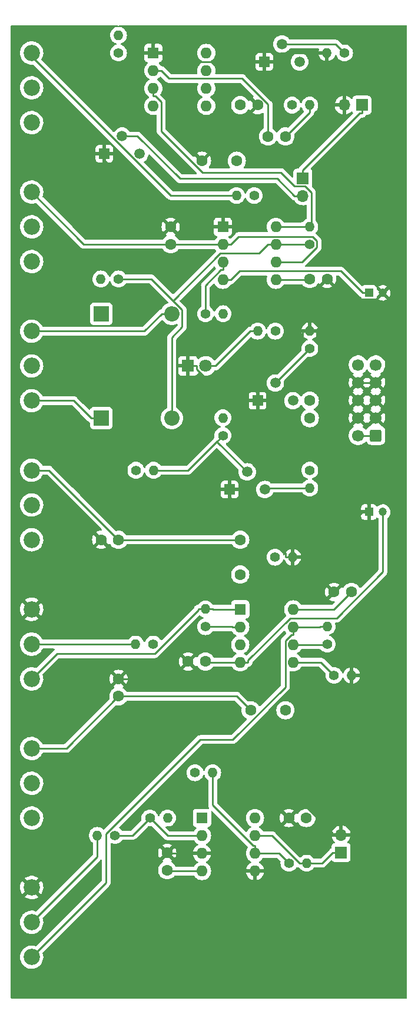
<source format=gbl>
G04 #@! TF.GenerationSoftware,KiCad,Pcbnew,6.0.6-3a73a75311~116~ubuntu20.04.1*
G04 #@! TF.CreationDate,2022-07-16T23:38:47+01:00*
G04 #@! TF.ProjectId,555kick,3535356b-6963-46b2-9e6b-696361645f70,rev?*
G04 #@! TF.SameCoordinates,Original*
G04 #@! TF.FileFunction,Copper,L2,Bot*
G04 #@! TF.FilePolarity,Positive*
%FSLAX46Y46*%
G04 Gerber Fmt 4.6, Leading zero omitted, Abs format (unit mm)*
G04 Created by KiCad (PCBNEW 6.0.6-3a73a75311~116~ubuntu20.04.1) date 2022-07-16 23:38:47*
%MOMM*%
%LPD*%
G01*
G04 APERTURE LIST*
G04 Aperture macros list*
%AMRoundRect*
0 Rectangle with rounded corners*
0 $1 Rounding radius*
0 $2 $3 $4 $5 $6 $7 $8 $9 X,Y pos of 4 corners*
0 Add a 4 corners polygon primitive as box body*
4,1,4,$2,$3,$4,$5,$6,$7,$8,$9,$2,$3,0*
0 Add four circle primitives for the rounded corners*
1,1,$1+$1,$2,$3*
1,1,$1+$1,$4,$5*
1,1,$1+$1,$6,$7*
1,1,$1+$1,$8,$9*
0 Add four rect primitives between the rounded corners*
20,1,$1+$1,$2,$3,$4,$5,0*
20,1,$1+$1,$4,$5,$6,$7,0*
20,1,$1+$1,$6,$7,$8,$9,0*
20,1,$1+$1,$8,$9,$2,$3,0*%
G04 Aperture macros list end*
G04 #@! TA.AperFunction,ComponentPad*
%ADD10O,1.600000X1.600000*%
G04 #@! TD*
G04 #@! TA.AperFunction,ComponentPad*
%ADD11R,1.600000X1.600000*%
G04 #@! TD*
G04 #@! TA.AperFunction,ComponentPad*
%ADD12C,2.340000*%
G04 #@! TD*
G04 #@! TA.AperFunction,ComponentPad*
%ADD13C,1.600000*%
G04 #@! TD*
G04 #@! TA.AperFunction,ComponentPad*
%ADD14C,1.200000*%
G04 #@! TD*
G04 #@! TA.AperFunction,ComponentPad*
%ADD15R,1.200000X1.200000*%
G04 #@! TD*
G04 #@! TA.AperFunction,ComponentPad*
%ADD16C,1.800000*%
G04 #@! TD*
G04 #@! TA.AperFunction,ComponentPad*
%ADD17R,1.800000X1.800000*%
G04 #@! TD*
G04 #@! TA.AperFunction,ComponentPad*
%ADD18O,2.200000X2.200000*%
G04 #@! TD*
G04 #@! TA.AperFunction,ComponentPad*
%ADD19R,2.200000X2.200000*%
G04 #@! TD*
G04 #@! TA.AperFunction,ComponentPad*
%ADD20R,1.700000X1.700000*%
G04 #@! TD*
G04 #@! TA.AperFunction,ComponentPad*
%ADD21O,1.700000X1.700000*%
G04 #@! TD*
G04 #@! TA.AperFunction,ComponentPad*
%ADD22RoundRect,0.250000X0.600000X0.600000X-0.600000X0.600000X-0.600000X-0.600000X0.600000X-0.600000X0*%
G04 #@! TD*
G04 #@! TA.AperFunction,ComponentPad*
%ADD23C,1.700000*%
G04 #@! TD*
G04 #@! TA.AperFunction,ComponentPad*
%ADD24C,1.500000*%
G04 #@! TD*
G04 #@! TA.AperFunction,ComponentPad*
%ADD25R,1.500000X1.500000*%
G04 #@! TD*
G04 #@! TA.AperFunction,ComponentPad*
%ADD26O,1.400000X1.400000*%
G04 #@! TD*
G04 #@! TA.AperFunction,ComponentPad*
%ADD27C,1.400000*%
G04 #@! TD*
G04 #@! TA.AperFunction,Conductor*
%ADD28C,0.250000*%
G04 #@! TD*
G04 APERTURE END LIST*
D10*
X137620000Y-49500000D03*
X137620000Y-52040000D03*
X137620000Y-54580000D03*
X137620000Y-57120000D03*
X130000000Y-57120000D03*
X130000000Y-54580000D03*
X130000000Y-52040000D03*
D11*
X130000000Y-49500000D03*
D12*
X112500000Y-139500000D03*
X112500000Y-134500000D03*
X112500000Y-129500000D03*
X112500000Y-109500000D03*
X112500000Y-114500000D03*
X112500000Y-119500000D03*
D13*
X149000000Y-61500000D03*
X146500000Y-61500000D03*
D14*
X163000000Y-84000000D03*
D15*
X161000000Y-84000000D03*
D14*
X163000000Y-115500000D03*
D15*
X161000000Y-115500000D03*
D13*
X145000000Y-57000000D03*
X142500000Y-57000000D03*
X142000000Y-65000000D03*
X137000000Y-65000000D03*
X152000000Y-159500000D03*
X149500000Y-159500000D03*
X132000000Y-167000000D03*
X132000000Y-164500000D03*
X132500000Y-74500000D03*
X132500000Y-77000000D03*
X155000000Y-82000000D03*
X152500000Y-82000000D03*
X158500000Y-127000000D03*
X156000000Y-127000000D03*
X137500000Y-137000000D03*
X135000000Y-137000000D03*
X144000000Y-144000000D03*
X149000000Y-144000000D03*
X125000000Y-142000000D03*
X125000000Y-139500000D03*
X125000000Y-119500000D03*
X122500000Y-119500000D03*
X142500000Y-119500000D03*
X142500000Y-124500000D03*
X152500000Y-99500000D03*
X152500000Y-102000000D03*
D16*
X137540000Y-94500000D03*
D17*
X135000000Y-94500000D03*
D18*
X132660000Y-87000000D03*
D19*
X122500000Y-87000000D03*
D18*
X132660000Y-102000000D03*
D19*
X122500000Y-102000000D03*
D12*
X112500000Y-59500000D03*
X112500000Y-54500000D03*
X112500000Y-49500000D03*
X112500000Y-79500000D03*
X112500000Y-74500000D03*
X112500000Y-69500000D03*
D20*
X160000000Y-57000000D03*
D21*
X157460000Y-57000000D03*
D22*
X162000000Y-104500000D03*
D23*
X159460000Y-104500000D03*
X162000000Y-101960000D03*
X159460000Y-101960000D03*
X162000000Y-99420000D03*
X159460000Y-99420000D03*
X162000000Y-96880000D03*
X159460000Y-96880000D03*
X162000000Y-94340000D03*
X159460000Y-94340000D03*
D21*
X157000000Y-161920000D03*
D20*
X157000000Y-164460000D03*
D12*
X112500000Y-179500000D03*
X112500000Y-174500000D03*
X112500000Y-169500000D03*
X112500000Y-159500000D03*
X112500000Y-154500000D03*
X112500000Y-149500000D03*
X112500000Y-99500000D03*
X112500000Y-94500000D03*
X112500000Y-89500000D03*
D24*
X151040000Y-50770000D03*
X148500000Y-48230000D03*
D25*
X145960000Y-50770000D03*
D24*
X150080000Y-99500000D03*
X147540000Y-96960000D03*
D25*
X145000000Y-99500000D03*
X140960000Y-112270000D03*
D24*
X143500000Y-109730000D03*
X146040000Y-112270000D03*
X128040000Y-64000000D03*
X125500000Y-61460000D03*
D25*
X122960000Y-64000000D03*
D26*
X154960000Y-49500000D03*
D27*
X157500000Y-49500000D03*
D26*
X152500000Y-57000000D03*
D27*
X149960000Y-57000000D03*
D26*
X125000000Y-46960000D03*
D27*
X125000000Y-49500000D03*
D26*
X152040000Y-166000000D03*
D27*
X149500000Y-166000000D03*
D26*
X145000000Y-89500000D03*
D27*
X147540000Y-89500000D03*
D26*
X138540000Y-153000000D03*
D27*
X136000000Y-153000000D03*
D26*
X132040000Y-159500000D03*
D27*
X129500000Y-159500000D03*
D26*
X152500000Y-74460000D03*
D27*
X152500000Y-77000000D03*
D26*
X127460000Y-134500000D03*
D27*
X130000000Y-134500000D03*
D26*
X121960000Y-162000000D03*
D27*
X124500000Y-162000000D03*
D26*
X155000000Y-131960000D03*
D27*
X155000000Y-134500000D03*
D26*
X122460000Y-82000000D03*
D27*
X125000000Y-82000000D03*
D26*
X158540000Y-139000000D03*
D27*
X156000000Y-139000000D03*
D26*
X130040000Y-109500000D03*
D27*
X127500000Y-109500000D03*
D26*
X140000000Y-101960000D03*
D27*
X140000000Y-104500000D03*
D26*
X152500000Y-89460000D03*
D27*
X152500000Y-92000000D03*
D26*
X137500000Y-129460000D03*
D27*
X137500000Y-132000000D03*
D26*
X140040000Y-87000000D03*
D27*
X137500000Y-87000000D03*
D26*
X152500000Y-112040000D03*
D27*
X152500000Y-109500000D03*
D26*
X150040000Y-122000000D03*
D27*
X147500000Y-122000000D03*
D26*
X141960000Y-70000000D03*
D27*
X144500000Y-70000000D03*
D21*
X151500000Y-70040000D03*
D20*
X151500000Y-67500000D03*
D10*
X144620000Y-159500000D03*
X144620000Y-162040000D03*
X144620000Y-164580000D03*
X144620000Y-167120000D03*
X137000000Y-167120000D03*
X137000000Y-164580000D03*
X137000000Y-162040000D03*
D11*
X137000000Y-159500000D03*
D10*
X150120000Y-129500000D03*
X150120000Y-132040000D03*
X150120000Y-134580000D03*
X150120000Y-137120000D03*
X142500000Y-137120000D03*
X142500000Y-134580000D03*
X142500000Y-132040000D03*
D11*
X142500000Y-129500000D03*
D10*
X147620000Y-74500000D03*
X147620000Y-77040000D03*
X147620000Y-79580000D03*
X147620000Y-82120000D03*
X140000000Y-82120000D03*
X140000000Y-79580000D03*
X140000000Y-77040000D03*
D11*
X140000000Y-74500000D03*
D28*
X144178500Y-97603300D02*
X144178600Y-97603200D01*
X123075300Y-65075300D02*
X122960000Y-65075300D01*
X153525300Y-89460000D02*
X153525300Y-89325500D01*
X145960000Y-50770000D02*
X147035300Y-50770000D01*
X151474700Y-90307100D02*
X151474700Y-89460000D01*
X136225300Y-94500000D02*
X136225300Y-94959500D01*
X155824700Y-161699600D02*
X155824700Y-161920000D01*
X150040000Y-122000000D02*
X151065300Y-122000000D01*
X149014700Y-121400000D02*
X149014700Y-122000000D01*
X152500000Y-58025300D02*
X152474700Y-58025300D01*
X143625300Y-137120000D02*
X143625300Y-136838700D01*
X132540000Y-77040000D02*
X132500000Y-77000000D01*
X153543100Y-76520300D02*
X152937500Y-75914700D01*
X130281400Y-55705300D02*
X130000000Y-55705300D01*
X152721600Y-69566500D02*
X151830500Y-68675400D01*
X151434700Y-74500000D02*
X151474700Y-74460000D01*
X134134400Y-86406800D02*
X132847900Y-85120300D01*
X147620000Y-77040000D02*
X146494700Y-77040000D01*
X132660000Y-90389900D02*
X134134400Y-88915500D01*
X159649400Y-58175300D02*
X160000000Y-58175300D01*
X144338700Y-163454700D02*
X144620000Y-163454700D01*
X141374700Y-132040000D02*
X141334700Y-132000000D01*
X140000000Y-80705300D02*
X139718700Y-80705300D01*
X150120000Y-133165300D02*
X149838600Y-133165300D01*
X153974700Y-131960000D02*
X153894700Y-132040000D01*
X138565300Y-129500000D02*
X138525300Y-129460000D01*
X136474700Y-129588200D02*
X136474700Y-129460000D01*
X125000000Y-139500000D02*
X132500000Y-139500000D01*
X145000000Y-57000000D02*
X137000000Y-65000000D01*
X163000000Y-84000000D02*
X162074600Y-84925400D01*
X147035300Y-50770000D02*
X148305300Y-49500000D01*
X136225300Y-94959500D02*
X138869100Y-97603300D01*
X161000000Y-115500000D02*
X160074700Y-115500000D01*
X140960000Y-113345300D02*
X149014700Y-121400000D01*
X137000000Y-164580000D02*
X132080000Y-164580000D01*
X158540000Y-139000000D02*
X158540000Y-150460000D01*
X159460000Y-96880000D02*
X153525300Y-90945300D01*
X162074600Y-84925400D02*
X157925400Y-84925400D01*
X150040000Y-122000000D02*
X149014700Y-122000000D01*
X144178600Y-97603200D02*
X151474700Y-90307100D01*
X153574700Y-122000000D02*
X153574700Y-124574700D01*
X130000000Y-49500000D02*
X131125300Y-49500000D01*
X132395300Y-50770000D02*
X145960000Y-50770000D01*
X153525300Y-90945300D02*
X153525300Y-89460000D01*
X131125300Y-49500000D02*
X132395300Y-50770000D01*
X143494700Y-167120000D02*
X140954700Y-164580000D01*
X151065300Y-122000000D02*
X153574700Y-122000000D01*
X132500000Y-139500000D02*
X135000000Y-137000000D01*
X140960000Y-112270000D02*
X140960000Y-113345300D01*
X132080000Y-164580000D02*
X132000000Y-164500000D01*
X135000000Y-94500000D02*
X136225300Y-94500000D01*
X157000000Y-161920000D02*
X155824700Y-161920000D01*
X148305300Y-49500000D02*
X154960000Y-49500000D01*
X153574700Y-122000000D02*
X160074700Y-115500000D01*
X138869100Y-97603300D02*
X144178500Y-97603300D01*
X144620000Y-167120000D02*
X143494700Y-167120000D01*
X144178600Y-97603200D02*
X145000000Y-98424700D01*
X159460000Y-96880000D02*
X162000000Y-96880000D01*
X153574700Y-124574700D02*
X156000000Y-127000000D01*
X145000000Y-99500000D02*
X145000000Y-98424700D01*
X132500000Y-74500000D02*
X123075300Y-65075300D01*
X158540000Y-150460000D02*
X151562600Y-157437400D01*
X152500000Y-89460000D02*
X151474700Y-89460000D01*
X122960000Y-64000000D02*
X122960000Y-65075300D01*
X153525300Y-89325500D02*
X157925400Y-84925400D01*
X151562600Y-157437400D02*
X149500000Y-159500000D01*
X140954700Y-164580000D02*
X137000000Y-164580000D01*
X157925400Y-84925400D02*
X155000000Y-82000000D01*
X152500000Y-89460000D02*
X153525300Y-89460000D01*
X151562600Y-157437400D02*
X155824700Y-161699600D01*
X152474700Y-58025300D02*
X149000000Y-61500000D01*
X152500000Y-57000000D02*
X152500000Y-58025300D01*
X132250600Y-53165300D02*
X142764400Y-53165300D01*
X142764400Y-53165300D02*
X146500000Y-56900900D01*
X130000000Y-52040000D02*
X131125300Y-52040000D01*
X131125300Y-52040000D02*
X132250600Y-53165300D01*
X146500000Y-56900900D02*
X146500000Y-61500000D01*
X142370700Y-80874600D02*
X156949300Y-80874600D01*
X161000000Y-84000000D02*
X160074700Y-84000000D01*
X140000000Y-82120000D02*
X141125300Y-82120000D01*
X156000000Y-129500000D02*
X158500000Y-127000000D01*
X141125300Y-82120000D02*
X142370700Y-80874600D01*
X150120000Y-129500000D02*
X156000000Y-129500000D01*
X156949300Y-80874600D02*
X160074700Y-84000000D01*
X159460000Y-104500000D02*
X162000000Y-104500000D01*
X163000000Y-124131000D02*
X163000000Y-115500000D01*
X149694000Y-130770000D02*
X156361000Y-130770000D01*
X142500000Y-137120000D02*
X143625300Y-137120000D01*
X137000000Y-167120000D02*
X132120000Y-167120000D01*
X137620000Y-137120000D02*
X137500000Y-137000000D01*
X142500000Y-137120000D02*
X137620000Y-137120000D01*
X156361000Y-130770000D02*
X163000000Y-124131000D01*
X143625300Y-136838700D02*
X149694000Y-130770000D01*
X132120000Y-167120000D02*
X132000000Y-167000000D01*
X120000000Y-77000000D02*
X112500000Y-69500000D01*
X151417600Y-79580000D02*
X153543100Y-77454500D01*
X147620000Y-79580000D02*
X151417600Y-79580000D01*
X153543100Y-77454500D02*
X153543100Y-76520300D01*
X142250600Y-75914700D02*
X141125300Y-77040000D01*
X152937500Y-75914700D02*
X142250600Y-75914700D01*
X140000000Y-77040000D02*
X141125300Y-77040000D01*
X132500000Y-77000000D02*
X120000000Y-77000000D01*
X140000000Y-77040000D02*
X132540000Y-77040000D01*
X152380000Y-82120000D02*
X152500000Y-82000000D01*
X147620000Y-82120000D02*
X152380000Y-82120000D01*
X150120000Y-137120000D02*
X154120000Y-137120000D01*
X154120000Y-137120000D02*
X156000000Y-139000000D01*
X144000000Y-144000000D02*
X142000000Y-142000000D01*
X112500000Y-149500000D02*
X117500000Y-149500000D01*
X142000000Y-142000000D02*
X125000000Y-142000000D01*
X117500000Y-149500000D02*
X125000000Y-142000000D01*
X152500000Y-74460000D02*
X152150600Y-74460000D01*
X130000000Y-54580000D02*
X130000000Y-55705300D01*
X152721600Y-73889000D02*
X152721600Y-69566500D01*
X152150600Y-74460000D02*
X151474700Y-74460000D01*
X150324600Y-68675400D02*
X148345000Y-66695800D01*
X137086400Y-66695800D02*
X131125300Y-60734700D01*
X151830500Y-68675400D02*
X150324600Y-68675400D01*
X152150600Y-74460000D02*
X152721600Y-73889000D01*
X148345000Y-66695800D02*
X137086400Y-66695800D01*
X147620000Y-74500000D02*
X151434700Y-74500000D01*
X131125300Y-60734700D02*
X131125300Y-56549200D01*
X131125300Y-56549200D02*
X130281400Y-55705300D01*
X143974700Y-89500000D02*
X138974700Y-94500000D01*
X138974700Y-94500000D02*
X137540000Y-94500000D01*
X145000000Y-89500000D02*
X143974700Y-89500000D01*
X112500000Y-89500000D02*
X128734700Y-89500000D01*
X132660000Y-87000000D02*
X131234700Y-87000000D01*
X128734700Y-89500000D02*
X131234700Y-87000000D01*
X112500000Y-99500000D02*
X118574700Y-99500000D01*
X118574700Y-99500000D02*
X121074700Y-102000000D01*
X122500000Y-102000000D02*
X121074700Y-102000000D01*
X145224700Y-78310000D02*
X139658200Y-78310000D01*
X152460000Y-77040000D02*
X147620000Y-77040000D01*
X152500000Y-77000000D02*
X152460000Y-77040000D01*
X132847900Y-85120300D02*
X129727600Y-82000000D01*
X134134400Y-88915500D02*
X134134400Y-86406800D01*
X132660000Y-102000000D02*
X132660000Y-90389900D01*
X146494700Y-77040000D02*
X145224700Y-78310000D01*
X139658200Y-78310000D02*
X132847900Y-85120300D01*
X129727600Y-82000000D02*
X125000000Y-82000000D01*
X151500000Y-66324700D02*
X159649400Y-58175300D01*
X160000000Y-57000000D02*
X160000000Y-58175300D01*
X157500000Y-49500000D02*
X156230000Y-48230000D01*
X156230000Y-48230000D02*
X148500000Y-48230000D01*
X151500000Y-67500000D02*
X151500000Y-66324700D01*
X152040000Y-166000000D02*
X154284700Y-166000000D01*
X154284700Y-166000000D02*
X155824700Y-164460000D01*
X157000000Y-164460000D02*
X155824700Y-164460000D01*
X147054700Y-162040000D02*
X151014700Y-166000000D01*
X144620000Y-162040000D02*
X147054700Y-162040000D01*
X152040000Y-166000000D02*
X151014700Y-166000000D01*
X152500000Y-92000000D02*
X147540000Y-96960000D01*
X130040000Y-109500000D02*
X135000000Y-109500000D01*
X135000000Y-109500000D02*
X139135000Y-105365000D01*
X139135000Y-105365000D02*
X143500000Y-109730000D01*
X139135000Y-105365000D02*
X140000000Y-104500000D01*
X125500000Y-61460000D02*
X127714400Y-61460000D01*
X127714400Y-61460000D02*
X133836900Y-67582500D01*
X133836900Y-67582500D02*
X147867200Y-67582500D01*
X151500000Y-70040000D02*
X150324700Y-70040000D01*
X147867200Y-67582500D02*
X150324700Y-70040000D01*
X148080000Y-164580000D02*
X149500000Y-166000000D01*
X144620000Y-164580000D02*
X148080000Y-164580000D01*
X144620000Y-164580000D02*
X144620000Y-163454700D01*
X138540000Y-153000000D02*
X138540000Y-157656000D01*
X138540000Y-157656000D02*
X144338700Y-163454700D01*
X127000000Y-162000000D02*
X129500000Y-159500000D01*
X137000000Y-162040000D02*
X132040000Y-162040000D01*
X124500000Y-162000000D02*
X127000000Y-162000000D01*
X132040000Y-162040000D02*
X129500000Y-159500000D01*
X154920000Y-134580000D02*
X155000000Y-134500000D01*
X150120000Y-134580000D02*
X154920000Y-134580000D01*
X142500000Y-132040000D02*
X141374700Y-132040000D01*
X141334700Y-132000000D02*
X137500000Y-132000000D01*
X140000000Y-79580000D02*
X140000000Y-80705300D01*
X137500000Y-82924000D02*
X137500000Y-87000000D01*
X139718700Y-80705300D02*
X137500000Y-82924000D01*
X125000000Y-119500000D02*
X115000000Y-109500000D01*
X142500000Y-119500000D02*
X125000000Y-119500000D01*
X115000000Y-109500000D02*
X112500000Y-109500000D01*
X146270000Y-112040000D02*
X146040000Y-112270000D01*
X152500000Y-112040000D02*
X146270000Y-112040000D01*
X127460000Y-134500000D02*
X112500000Y-134500000D01*
X121960000Y-165040000D02*
X112500000Y-174500000D01*
X121960000Y-162000000D02*
X121960000Y-165040000D01*
X148994700Y-140653300D02*
X141422100Y-148225900D01*
X148994700Y-134009200D02*
X148994700Y-140653300D01*
X155000000Y-131960000D02*
X153974700Y-131960000D01*
X153894700Y-132040000D02*
X150120000Y-132040000D01*
X150120000Y-132040000D02*
X150120000Y-133165300D01*
X123230000Y-168770000D02*
X112500000Y-179500000D01*
X141422100Y-148225900D02*
X136752700Y-148225900D01*
X123230000Y-161748600D02*
X123230000Y-168770000D01*
X149838600Y-133165300D02*
X148994700Y-134009200D01*
X136752700Y-148225900D02*
X123230000Y-161748600D01*
X130190700Y-135872200D02*
X136474700Y-129588200D01*
X137500000Y-129460000D02*
X136474700Y-129460000D01*
X116127800Y-135872200D02*
X130190700Y-135872200D01*
X137500000Y-129460000D02*
X138525300Y-129460000D01*
X142500000Y-129500000D02*
X138565300Y-129500000D01*
X112500000Y-139500000D02*
X116127800Y-135872200D01*
X132490600Y-70000000D02*
X112500000Y-50009400D01*
X141960000Y-70000000D02*
X132490600Y-70000000D01*
X112500000Y-50009400D02*
X112500000Y-49500000D01*
G04 #@! TA.AperFunction,Conductor*
G36*
X124906983Y-45528502D02*
G01*
X124953476Y-45582158D01*
X124963580Y-45652432D01*
X124934086Y-45717012D01*
X124874360Y-45755396D01*
X124849844Y-45760021D01*
X124789345Y-45765314D01*
X124784032Y-45766738D01*
X124784030Y-45766738D01*
X124590400Y-45818621D01*
X124590398Y-45818622D01*
X124585090Y-45820044D01*
X124580109Y-45822366D01*
X124580108Y-45822367D01*
X124398423Y-45907088D01*
X124398420Y-45907090D01*
X124393442Y-45909411D01*
X124220224Y-46030699D01*
X124070699Y-46180224D01*
X123949411Y-46353442D01*
X123860044Y-46545090D01*
X123805314Y-46749345D01*
X123786884Y-46960000D01*
X123805314Y-47170655D01*
X123806738Y-47175968D01*
X123806738Y-47175970D01*
X123829011Y-47259092D01*
X123860044Y-47374910D01*
X123949411Y-47566558D01*
X124070699Y-47739776D01*
X124220224Y-47889301D01*
X124393442Y-48010589D01*
X124398420Y-48012910D01*
X124398423Y-48012912D01*
X124483024Y-48052362D01*
X124585090Y-48099956D01*
X124590398Y-48101378D01*
X124590400Y-48101379D01*
X124616204Y-48108293D01*
X124676827Y-48145245D01*
X124707848Y-48209106D01*
X124699420Y-48279600D01*
X124654217Y-48334347D01*
X124616204Y-48351707D01*
X124590400Y-48358621D01*
X124590398Y-48358622D01*
X124585090Y-48360044D01*
X124580109Y-48362366D01*
X124580108Y-48362367D01*
X124398423Y-48447088D01*
X124398420Y-48447090D01*
X124393442Y-48449411D01*
X124220224Y-48570699D01*
X124070699Y-48720224D01*
X123949411Y-48893442D01*
X123947090Y-48898420D01*
X123947088Y-48898423D01*
X123862367Y-49080108D01*
X123860044Y-49085090D01*
X123858622Y-49090398D01*
X123858621Y-49090400D01*
X123806738Y-49284030D01*
X123805314Y-49289345D01*
X123786884Y-49500000D01*
X123805314Y-49710655D01*
X123806738Y-49715968D01*
X123806738Y-49715970D01*
X123858575Y-49909426D01*
X123860044Y-49914910D01*
X123862366Y-49919891D01*
X123862367Y-49919892D01*
X123932918Y-50071188D01*
X123949411Y-50106558D01*
X124070699Y-50279776D01*
X124220224Y-50429301D01*
X124393442Y-50550589D01*
X124398420Y-50552910D01*
X124398423Y-50552912D01*
X124579872Y-50637523D01*
X124585090Y-50639956D01*
X124590398Y-50641378D01*
X124590400Y-50641379D01*
X124784030Y-50693262D01*
X124784032Y-50693262D01*
X124789345Y-50694686D01*
X125000000Y-50713116D01*
X125210655Y-50694686D01*
X125215968Y-50693262D01*
X125215970Y-50693262D01*
X125409600Y-50641379D01*
X125409602Y-50641378D01*
X125414910Y-50639956D01*
X125420128Y-50637523D01*
X125601577Y-50552912D01*
X125601580Y-50552910D01*
X125606558Y-50550589D01*
X125779776Y-50429301D01*
X125929301Y-50279776D01*
X126050589Y-50106558D01*
X126067083Y-50071188D01*
X126137633Y-49919892D01*
X126137634Y-49919891D01*
X126139956Y-49914910D01*
X126141426Y-49909426D01*
X126193262Y-49715970D01*
X126193262Y-49715968D01*
X126194686Y-49710655D01*
X126213116Y-49500000D01*
X126194686Y-49289345D01*
X126193262Y-49284030D01*
X126178218Y-49227885D01*
X128692000Y-49227885D01*
X128696475Y-49243124D01*
X128697865Y-49244329D01*
X128705548Y-49246000D01*
X129727885Y-49246000D01*
X129743124Y-49241525D01*
X129744329Y-49240135D01*
X129746000Y-49232452D01*
X129746000Y-49227885D01*
X130254000Y-49227885D01*
X130258475Y-49243124D01*
X130259865Y-49244329D01*
X130267548Y-49246000D01*
X131289884Y-49246000D01*
X131305123Y-49241525D01*
X131306328Y-49240135D01*
X131307999Y-49232452D01*
X131307999Y-48655331D01*
X131307629Y-48648510D01*
X131302105Y-48597648D01*
X131298479Y-48582396D01*
X131253324Y-48461946D01*
X131244786Y-48446351D01*
X131168285Y-48344276D01*
X131155724Y-48331715D01*
X131053649Y-48255214D01*
X131038054Y-48246676D01*
X130917606Y-48201522D01*
X130902351Y-48197895D01*
X130851486Y-48192369D01*
X130844672Y-48192000D01*
X130272115Y-48192000D01*
X130256876Y-48196475D01*
X130255671Y-48197865D01*
X130254000Y-48205548D01*
X130254000Y-49227885D01*
X129746000Y-49227885D01*
X129746000Y-48210116D01*
X129741525Y-48194877D01*
X129740135Y-48193672D01*
X129732452Y-48192001D01*
X129155331Y-48192001D01*
X129148510Y-48192371D01*
X129097648Y-48197895D01*
X129082396Y-48201521D01*
X128961946Y-48246676D01*
X128946351Y-48255214D01*
X128844276Y-48331715D01*
X128831715Y-48344276D01*
X128755214Y-48446351D01*
X128746676Y-48461946D01*
X128701522Y-48582394D01*
X128697895Y-48597649D01*
X128692369Y-48648514D01*
X128692000Y-48655328D01*
X128692000Y-49227885D01*
X126178218Y-49227885D01*
X126141379Y-49090400D01*
X126141378Y-49090398D01*
X126139956Y-49085090D01*
X126137633Y-49080108D01*
X126052912Y-48898423D01*
X126052910Y-48898420D01*
X126050589Y-48893442D01*
X125929301Y-48720224D01*
X125779776Y-48570699D01*
X125606558Y-48449411D01*
X125601580Y-48447090D01*
X125601577Y-48447088D01*
X125419892Y-48362367D01*
X125419891Y-48362366D01*
X125414910Y-48360044D01*
X125409602Y-48358622D01*
X125409600Y-48358621D01*
X125383796Y-48351707D01*
X125323173Y-48314755D01*
X125292152Y-48250894D01*
X125300580Y-48180400D01*
X125345783Y-48125653D01*
X125383796Y-48108293D01*
X125409600Y-48101379D01*
X125409602Y-48101378D01*
X125414910Y-48099956D01*
X125516976Y-48052362D01*
X125601577Y-48012912D01*
X125601580Y-48012910D01*
X125606558Y-48010589D01*
X125779776Y-47889301D01*
X125929301Y-47739776D01*
X126050589Y-47566558D01*
X126139956Y-47374910D01*
X126170990Y-47259092D01*
X126193262Y-47175970D01*
X126193262Y-47175968D01*
X126194686Y-47170655D01*
X126213116Y-46960000D01*
X126194686Y-46749345D01*
X126139956Y-46545090D01*
X126050589Y-46353442D01*
X125929301Y-46180224D01*
X125779776Y-46030699D01*
X125606558Y-45909411D01*
X125601580Y-45907090D01*
X125601577Y-45907088D01*
X125419892Y-45822367D01*
X125419891Y-45822366D01*
X125414910Y-45820044D01*
X125409602Y-45818622D01*
X125409600Y-45818621D01*
X125215970Y-45766738D01*
X125215968Y-45766738D01*
X125210655Y-45765314D01*
X125150156Y-45760021D01*
X125084038Y-45734157D01*
X125042399Y-45676654D01*
X125038458Y-45605767D01*
X125073467Y-45544002D01*
X125136312Y-45510970D01*
X125161138Y-45508500D01*
X166365500Y-45508500D01*
X166433621Y-45528502D01*
X166480114Y-45582158D01*
X166491500Y-45634500D01*
X166491500Y-185365500D01*
X166471498Y-185433621D01*
X166417842Y-185480114D01*
X166365500Y-185491500D01*
X109634500Y-185491500D01*
X109566379Y-185471498D01*
X109519886Y-185417842D01*
X109508500Y-185365500D01*
X109508500Y-179455939D01*
X110817370Y-179455939D01*
X110829339Y-179705131D01*
X110878010Y-179949818D01*
X110962314Y-180184622D01*
X111080398Y-180404386D01*
X111229668Y-180604283D01*
X111406844Y-180779921D01*
X111410606Y-180782679D01*
X111410609Y-180782682D01*
X111600265Y-180921742D01*
X111608036Y-180927440D01*
X111612171Y-180929616D01*
X111612175Y-180929618D01*
X111728009Y-180990561D01*
X111828823Y-181043602D01*
X112064354Y-181125853D01*
X112068947Y-181126725D01*
X112304867Y-181171516D01*
X112304870Y-181171516D01*
X112309456Y-181172387D01*
X112434100Y-181177285D01*
X112554075Y-181181999D01*
X112554081Y-181181999D01*
X112558743Y-181182182D01*
X112656134Y-181171516D01*
X112802087Y-181155532D01*
X112802092Y-181155531D01*
X112806740Y-181155022D01*
X112811264Y-181153831D01*
X113043476Y-181092694D01*
X113043478Y-181092693D01*
X113047999Y-181091503D01*
X113052296Y-181089657D01*
X113272924Y-180994868D01*
X113272926Y-180994867D01*
X113277218Y-180993023D01*
X113387667Y-180924675D01*
X113485391Y-180864202D01*
X113485395Y-180864199D01*
X113489364Y-180861743D01*
X113679775Y-180700548D01*
X113761316Y-180607569D01*
X113841187Y-180516494D01*
X113841191Y-180516489D01*
X113844269Y-180512979D01*
X113979231Y-180303157D01*
X114081697Y-180075691D01*
X114082967Y-180071188D01*
X114148146Y-179840082D01*
X114148147Y-179840079D01*
X114149416Y-179835578D01*
X114180900Y-179588092D01*
X114183207Y-179500000D01*
X114164718Y-179251206D01*
X114109659Y-179007878D01*
X114077401Y-178924926D01*
X114071354Y-178854189D01*
X114105739Y-178790165D01*
X123622247Y-169273657D01*
X123630537Y-169266113D01*
X123637018Y-169262000D01*
X123683659Y-169212332D01*
X123686413Y-169209491D01*
X123706135Y-169189769D01*
X123708612Y-169186576D01*
X123716317Y-169177555D01*
X123741159Y-169151100D01*
X123746586Y-169145321D01*
X123750407Y-169138371D01*
X123756346Y-169127568D01*
X123767202Y-169111041D01*
X123774757Y-169101302D01*
X123774758Y-169101300D01*
X123779614Y-169095040D01*
X123797174Y-169054460D01*
X123802391Y-169043812D01*
X123819875Y-169012009D01*
X123819876Y-169012007D01*
X123823695Y-169005060D01*
X123828733Y-168985437D01*
X123835137Y-168966734D01*
X123840033Y-168955420D01*
X123840033Y-168955419D01*
X123843181Y-168948145D01*
X123844420Y-168940322D01*
X123844423Y-168940312D01*
X123850099Y-168904476D01*
X123852505Y-168892856D01*
X123861528Y-168857711D01*
X123861528Y-168857710D01*
X123863500Y-168850030D01*
X123863500Y-168829776D01*
X123865051Y-168810065D01*
X123866980Y-168797886D01*
X123868220Y-168790057D01*
X123864059Y-168746038D01*
X123863500Y-168734181D01*
X123863500Y-167000000D01*
X130686502Y-167000000D01*
X130706457Y-167228087D01*
X130707881Y-167233400D01*
X130707881Y-167233402D01*
X130746754Y-167378475D01*
X130765716Y-167449243D01*
X130768039Y-167454224D01*
X130768039Y-167454225D01*
X130860151Y-167651762D01*
X130860154Y-167651767D01*
X130862477Y-167656749D01*
X130865634Y-167661257D01*
X130979334Y-167823637D01*
X130993802Y-167844300D01*
X131155700Y-168006198D01*
X131160208Y-168009355D01*
X131160211Y-168009357D01*
X131215492Y-168048065D01*
X131343251Y-168137523D01*
X131348233Y-168139846D01*
X131348238Y-168139849D01*
X131545775Y-168231961D01*
X131550757Y-168234284D01*
X131556065Y-168235706D01*
X131556067Y-168235707D01*
X131766598Y-168292119D01*
X131766600Y-168292119D01*
X131771913Y-168293543D01*
X132000000Y-168313498D01*
X132228087Y-168293543D01*
X132233400Y-168292119D01*
X132233402Y-168292119D01*
X132443933Y-168235707D01*
X132443935Y-168235706D01*
X132449243Y-168234284D01*
X132454225Y-168231961D01*
X132651762Y-168139849D01*
X132651767Y-168139846D01*
X132656749Y-168137523D01*
X132784508Y-168048065D01*
X132839789Y-168009357D01*
X132839792Y-168009355D01*
X132844300Y-168006198D01*
X133006198Y-167844300D01*
X133032156Y-167807229D01*
X133087611Y-167762901D01*
X133135368Y-167753500D01*
X135780606Y-167753500D01*
X135848727Y-167773502D01*
X135883819Y-167807229D01*
X135978109Y-167941888D01*
X135993802Y-167964300D01*
X136155700Y-168126198D01*
X136160208Y-168129355D01*
X136160211Y-168129357D01*
X136198777Y-168156361D01*
X136343251Y-168257523D01*
X136348233Y-168259846D01*
X136348238Y-168259849D01*
X136544765Y-168351490D01*
X136550757Y-168354284D01*
X136556065Y-168355706D01*
X136556067Y-168355707D01*
X136766598Y-168412119D01*
X136766600Y-168412119D01*
X136771913Y-168413543D01*
X137000000Y-168433498D01*
X137228087Y-168413543D01*
X137233400Y-168412119D01*
X137233402Y-168412119D01*
X137443933Y-168355707D01*
X137443935Y-168355706D01*
X137449243Y-168354284D01*
X137455235Y-168351490D01*
X137651762Y-168259849D01*
X137651767Y-168259846D01*
X137656749Y-168257523D01*
X137801223Y-168156361D01*
X137839789Y-168129357D01*
X137839792Y-168129355D01*
X137844300Y-168126198D01*
X138006198Y-167964300D01*
X138024334Y-167938400D01*
X138104123Y-167824449D01*
X138137523Y-167776749D01*
X138139846Y-167771767D01*
X138139849Y-167771762D01*
X138231961Y-167574225D01*
X138231961Y-167574224D01*
X138234284Y-167569243D01*
X138282970Y-167387548D01*
X138283245Y-167386522D01*
X143337273Y-167386522D01*
X143384764Y-167563761D01*
X143388510Y-167574053D01*
X143480586Y-167771511D01*
X143486069Y-167781007D01*
X143611028Y-167959467D01*
X143618084Y-167967875D01*
X143772125Y-168121916D01*
X143780533Y-168128972D01*
X143958993Y-168253931D01*
X143968489Y-168259414D01*
X144165947Y-168351490D01*
X144176239Y-168355236D01*
X144348503Y-168401394D01*
X144362599Y-168401058D01*
X144366000Y-168393116D01*
X144366000Y-168387967D01*
X144874000Y-168387967D01*
X144877973Y-168401498D01*
X144886522Y-168402727D01*
X145063761Y-168355236D01*
X145074053Y-168351490D01*
X145271511Y-168259414D01*
X145281007Y-168253931D01*
X145459467Y-168128972D01*
X145467875Y-168121916D01*
X145621916Y-167967875D01*
X145628972Y-167959467D01*
X145753931Y-167781007D01*
X145759414Y-167771511D01*
X145851490Y-167574053D01*
X145855236Y-167563761D01*
X145901394Y-167391497D01*
X145901058Y-167377401D01*
X145893116Y-167374000D01*
X144892115Y-167374000D01*
X144876876Y-167378475D01*
X144875671Y-167379865D01*
X144874000Y-167387548D01*
X144874000Y-168387967D01*
X144366000Y-168387967D01*
X144366000Y-167392115D01*
X144361525Y-167376876D01*
X144360135Y-167375671D01*
X144352452Y-167374000D01*
X143352033Y-167374000D01*
X143338502Y-167377973D01*
X143337273Y-167386522D01*
X138283245Y-167386522D01*
X138292119Y-167353402D01*
X138292119Y-167353400D01*
X138293543Y-167348087D01*
X138313498Y-167120000D01*
X138293543Y-166891913D01*
X138281911Y-166848503D01*
X138235707Y-166676067D01*
X138235706Y-166676065D01*
X138234284Y-166670757D01*
X138219112Y-166638220D01*
X138139849Y-166468238D01*
X138139846Y-166468233D01*
X138137523Y-166463251D01*
X138006198Y-166275700D01*
X137844300Y-166113802D01*
X137839792Y-166110645D01*
X137839789Y-166110643D01*
X137673955Y-165994525D01*
X137656749Y-165982477D01*
X137651767Y-165980154D01*
X137651762Y-165980151D01*
X137616951Y-165963919D01*
X137563666Y-165917002D01*
X137544205Y-165848725D01*
X137564747Y-165780765D01*
X137616951Y-165735529D01*
X137651511Y-165719414D01*
X137661007Y-165713931D01*
X137839467Y-165588972D01*
X137847875Y-165581916D01*
X138001916Y-165427875D01*
X138008972Y-165419467D01*
X138133931Y-165241007D01*
X138139414Y-165231511D01*
X138231490Y-165034053D01*
X138235236Y-165023761D01*
X138281394Y-164851497D01*
X138281058Y-164837401D01*
X138273116Y-164834000D01*
X135732033Y-164834000D01*
X135718502Y-164837973D01*
X135717273Y-164846522D01*
X135764764Y-165023761D01*
X135768510Y-165034053D01*
X135860586Y-165231511D01*
X135866069Y-165241007D01*
X135991028Y-165419467D01*
X135998084Y-165427875D01*
X136152125Y-165581916D01*
X136160533Y-165588972D01*
X136338993Y-165713931D01*
X136348489Y-165719414D01*
X136383049Y-165735529D01*
X136436334Y-165782446D01*
X136455795Y-165850723D01*
X136435253Y-165918683D01*
X136383049Y-165963919D01*
X136348238Y-165980151D01*
X136348233Y-165980154D01*
X136343251Y-165982477D01*
X136326045Y-165994525D01*
X136160211Y-166110643D01*
X136160208Y-166110645D01*
X136155700Y-166113802D01*
X135993802Y-166275700D01*
X135990645Y-166280208D01*
X135990643Y-166280211D01*
X135883819Y-166432771D01*
X135828362Y-166477099D01*
X135780606Y-166486500D01*
X133284592Y-166486500D01*
X133216471Y-166466498D01*
X133170397Y-166413750D01*
X133139849Y-166348238D01*
X133139846Y-166348233D01*
X133137523Y-166343251D01*
X133006198Y-166155700D01*
X132844300Y-165993802D01*
X132839792Y-165990645D01*
X132839789Y-165990643D01*
X132701051Y-165893498D01*
X132656749Y-165862477D01*
X132651765Y-165860153D01*
X132649472Y-165858829D01*
X132600479Y-165807447D01*
X132587043Y-165737733D01*
X132613429Y-165671822D01*
X132649472Y-165640591D01*
X132661002Y-165633934D01*
X132713048Y-165597491D01*
X132721424Y-165587012D01*
X132714356Y-165573566D01*
X132012812Y-164872022D01*
X131998868Y-164864408D01*
X131997035Y-164864539D01*
X131990420Y-164868790D01*
X131284923Y-165574287D01*
X131278493Y-165586062D01*
X131287789Y-165598077D01*
X131338998Y-165633934D01*
X131350528Y-165640591D01*
X131399521Y-165691973D01*
X131412958Y-165761687D01*
X131386571Y-165827598D01*
X131350528Y-165858829D01*
X131348235Y-165860153D01*
X131343251Y-165862477D01*
X131298949Y-165893498D01*
X131160211Y-165990643D01*
X131160208Y-165990645D01*
X131155700Y-165993802D01*
X130993802Y-166155700D01*
X130862477Y-166343251D01*
X130860154Y-166348233D01*
X130860151Y-166348238D01*
X130775361Y-166530073D01*
X130765716Y-166550757D01*
X130764294Y-166556065D01*
X130764293Y-166556067D01*
X130742280Y-166638220D01*
X130706457Y-166771913D01*
X130686502Y-167000000D01*
X123863500Y-167000000D01*
X123863500Y-164505475D01*
X130687483Y-164505475D01*
X130706472Y-164722519D01*
X130708375Y-164733312D01*
X130764764Y-164943761D01*
X130768510Y-164954053D01*
X130860586Y-165151511D01*
X130866069Y-165161006D01*
X130902509Y-165213048D01*
X130912988Y-165221424D01*
X130926434Y-165214356D01*
X131627978Y-164512812D01*
X131634356Y-164501132D01*
X132364408Y-164501132D01*
X132364539Y-164502965D01*
X132368790Y-164509580D01*
X133074287Y-165215077D01*
X133086062Y-165221507D01*
X133098077Y-165212211D01*
X133133931Y-165161006D01*
X133139414Y-165151511D01*
X133231490Y-164954053D01*
X133235236Y-164943761D01*
X133291625Y-164733312D01*
X133293528Y-164722519D01*
X133312517Y-164505475D01*
X133312517Y-164494525D01*
X133293528Y-164277481D01*
X133291625Y-164266688D01*
X133235236Y-164056239D01*
X133231490Y-164045947D01*
X133139414Y-163848489D01*
X133133931Y-163838994D01*
X133097491Y-163786952D01*
X133087012Y-163778576D01*
X133073566Y-163785644D01*
X132372022Y-164487188D01*
X132364408Y-164501132D01*
X131634356Y-164501132D01*
X131635592Y-164498868D01*
X131635461Y-164497035D01*
X131631210Y-164490420D01*
X130925713Y-163784923D01*
X130913938Y-163778493D01*
X130901923Y-163787789D01*
X130866069Y-163838994D01*
X130860586Y-163848489D01*
X130768510Y-164045947D01*
X130764764Y-164056239D01*
X130708375Y-164266688D01*
X130706472Y-164277481D01*
X130687483Y-164494525D01*
X130687483Y-164505475D01*
X123863500Y-164505475D01*
X123863500Y-163412988D01*
X131278576Y-163412988D01*
X131285644Y-163426434D01*
X131987188Y-164127978D01*
X132001132Y-164135592D01*
X132002965Y-164135461D01*
X132009580Y-164131210D01*
X132715077Y-163425713D01*
X132721507Y-163413938D01*
X132712211Y-163401923D01*
X132661006Y-163366069D01*
X132651511Y-163360586D01*
X132454053Y-163268510D01*
X132443761Y-163264764D01*
X132233312Y-163208375D01*
X132222519Y-163206472D01*
X132005475Y-163187483D01*
X131994525Y-163187483D01*
X131777481Y-163206472D01*
X131766688Y-163208375D01*
X131556239Y-163264764D01*
X131545947Y-163268510D01*
X131348489Y-163360586D01*
X131338994Y-163366069D01*
X131286952Y-163402509D01*
X131278576Y-163412988D01*
X123863500Y-163412988D01*
X123863500Y-163234408D01*
X123883502Y-163166287D01*
X123937158Y-163119794D01*
X124007432Y-163109690D01*
X124042749Y-163120213D01*
X124080103Y-163137631D01*
X124080108Y-163137633D01*
X124085090Y-163139956D01*
X124090398Y-163141378D01*
X124090400Y-163141379D01*
X124284030Y-163193262D01*
X124284032Y-163193262D01*
X124289345Y-163194686D01*
X124500000Y-163213116D01*
X124710655Y-163194686D01*
X124715968Y-163193262D01*
X124715970Y-163193262D01*
X124909600Y-163141379D01*
X124909602Y-163141378D01*
X124914910Y-163139956D01*
X124982893Y-163108255D01*
X125101577Y-163052912D01*
X125101580Y-163052910D01*
X125106558Y-163050589D01*
X125279776Y-162929301D01*
X125429301Y-162779776D01*
X125494102Y-162687230D01*
X125549559Y-162642901D01*
X125597315Y-162633500D01*
X126921233Y-162633500D01*
X126932416Y-162634027D01*
X126939909Y-162635702D01*
X126947835Y-162635453D01*
X126947836Y-162635453D01*
X127007986Y-162633562D01*
X127011945Y-162633500D01*
X127039856Y-162633500D01*
X127043791Y-162633003D01*
X127043856Y-162632995D01*
X127055693Y-162632062D01*
X127087951Y-162631048D01*
X127091970Y-162630922D01*
X127099889Y-162630673D01*
X127119343Y-162625021D01*
X127138700Y-162621013D01*
X127150930Y-162619468D01*
X127150931Y-162619468D01*
X127158797Y-162618474D01*
X127166168Y-162615555D01*
X127166170Y-162615555D01*
X127199912Y-162602196D01*
X127211142Y-162598351D01*
X127245983Y-162588229D01*
X127245984Y-162588229D01*
X127253593Y-162586018D01*
X127260412Y-162581985D01*
X127260417Y-162581983D01*
X127271028Y-162575707D01*
X127288776Y-162567012D01*
X127307617Y-162559552D01*
X127343387Y-162533564D01*
X127353307Y-162527048D01*
X127384535Y-162508580D01*
X127384538Y-162508578D01*
X127391362Y-162504542D01*
X127405683Y-162490221D01*
X127420717Y-162477380D01*
X127430694Y-162470131D01*
X127437107Y-162465472D01*
X127465298Y-162431395D01*
X127473288Y-162422616D01*
X129168462Y-160727443D01*
X129230774Y-160693417D01*
X129279439Y-160692453D01*
X129284039Y-160693264D01*
X129289345Y-160694686D01*
X129294812Y-160695164D01*
X129294816Y-160695165D01*
X129494525Y-160712637D01*
X129500000Y-160713116D01*
X129710655Y-160694686D01*
X129715971Y-160693262D01*
X129720563Y-160692452D01*
X129791123Y-160700321D01*
X129831539Y-160727443D01*
X131536343Y-162432247D01*
X131543887Y-162440537D01*
X131548000Y-162447018D01*
X131553777Y-162452443D01*
X131597667Y-162493658D01*
X131600509Y-162496413D01*
X131620230Y-162516134D01*
X131623425Y-162518612D01*
X131632447Y-162526318D01*
X131664679Y-162556586D01*
X131671628Y-162560406D01*
X131682432Y-162566346D01*
X131698956Y-162577199D01*
X131714959Y-162589613D01*
X131755543Y-162607176D01*
X131766173Y-162612383D01*
X131804940Y-162633695D01*
X131812617Y-162635666D01*
X131812622Y-162635668D01*
X131824558Y-162638732D01*
X131843266Y-162645137D01*
X131861855Y-162653181D01*
X131869680Y-162654420D01*
X131869682Y-162654421D01*
X131905519Y-162660097D01*
X131917140Y-162662504D01*
X131952289Y-162671528D01*
X131959970Y-162673500D01*
X131980231Y-162673500D01*
X131999940Y-162675051D01*
X132019943Y-162678219D01*
X132027835Y-162677473D01*
X132033062Y-162676979D01*
X132063954Y-162674059D01*
X132075811Y-162673500D01*
X135780606Y-162673500D01*
X135848727Y-162693502D01*
X135883819Y-162727229D01*
X135939544Y-162806812D01*
X135993802Y-162884300D01*
X136155700Y-163046198D01*
X136160208Y-163049355D01*
X136160211Y-163049357D01*
X136228702Y-163097315D01*
X136343251Y-163177523D01*
X136348233Y-163179846D01*
X136348238Y-163179849D01*
X136383049Y-163196081D01*
X136436334Y-163242998D01*
X136455795Y-163311275D01*
X136435253Y-163379235D01*
X136383049Y-163424471D01*
X136348489Y-163440586D01*
X136338993Y-163446069D01*
X136160533Y-163571028D01*
X136152125Y-163578084D01*
X135998084Y-163732125D01*
X135991028Y-163740533D01*
X135866069Y-163918993D01*
X135860586Y-163928489D01*
X135768510Y-164125947D01*
X135764764Y-164136239D01*
X135718606Y-164308503D01*
X135718942Y-164322599D01*
X135726884Y-164326000D01*
X138267967Y-164326000D01*
X138281498Y-164322027D01*
X138282727Y-164313478D01*
X138235236Y-164136239D01*
X138231490Y-164125947D01*
X138139414Y-163928489D01*
X138133931Y-163918993D01*
X138008972Y-163740533D01*
X138001916Y-163732125D01*
X137847875Y-163578084D01*
X137839467Y-163571028D01*
X137661007Y-163446069D01*
X137651511Y-163440586D01*
X137616951Y-163424471D01*
X137563666Y-163377554D01*
X137544205Y-163309277D01*
X137564747Y-163241317D01*
X137616951Y-163196081D01*
X137651762Y-163179849D01*
X137651767Y-163179846D01*
X137656749Y-163177523D01*
X137771298Y-163097315D01*
X137839789Y-163049357D01*
X137839792Y-163049355D01*
X137844300Y-163046198D01*
X138006198Y-162884300D01*
X138137523Y-162696749D01*
X138139846Y-162691767D01*
X138139849Y-162691762D01*
X138231961Y-162494225D01*
X138231961Y-162494224D01*
X138234284Y-162489243D01*
X138235902Y-162483207D01*
X138292119Y-162273402D01*
X138292119Y-162273400D01*
X138293543Y-162268087D01*
X138313498Y-162040000D01*
X138293543Y-161811913D01*
X138286072Y-161784030D01*
X138235707Y-161596067D01*
X138235706Y-161596065D01*
X138234284Y-161590757D01*
X138231961Y-161585775D01*
X138139849Y-161388238D01*
X138139846Y-161388233D01*
X138137523Y-161383251D01*
X138039072Y-161242649D01*
X138009357Y-161200211D01*
X138009355Y-161200208D01*
X138006198Y-161195700D01*
X137844300Y-161033802D01*
X137839789Y-161030643D01*
X137835576Y-161027108D01*
X137836527Y-161025974D01*
X137796529Y-160975929D01*
X137789224Y-160905310D01*
X137821258Y-160841951D01*
X137882462Y-160805970D01*
X137899517Y-160802918D01*
X137910316Y-160801745D01*
X138046705Y-160750615D01*
X138163261Y-160663261D01*
X138250615Y-160546705D01*
X138301745Y-160410316D01*
X138308500Y-160348134D01*
X138308500Y-158651866D01*
X138306745Y-158635709D01*
X138319273Y-158565827D01*
X138367594Y-158513811D01*
X138436366Y-158496177D01*
X138503754Y-158518524D01*
X138521103Y-158533007D01*
X143584341Y-163596245D01*
X143618367Y-163658557D01*
X143613302Y-163729372D01*
X143598459Y-163757610D01*
X143485637Y-163918737D01*
X143485633Y-163918743D01*
X143482477Y-163923251D01*
X143480154Y-163928233D01*
X143480151Y-163928238D01*
X143449240Y-163994528D01*
X143385716Y-164130757D01*
X143326457Y-164351913D01*
X143306502Y-164580000D01*
X143326457Y-164808087D01*
X143327881Y-164813400D01*
X143327881Y-164813402D01*
X143339998Y-164858621D01*
X143385716Y-165029243D01*
X143388039Y-165034224D01*
X143388039Y-165034225D01*
X143480151Y-165231762D01*
X143480154Y-165231767D01*
X143482477Y-165236749D01*
X143509303Y-165275060D01*
X143607515Y-165415321D01*
X143613802Y-165424300D01*
X143775700Y-165586198D01*
X143780208Y-165589355D01*
X143780211Y-165589357D01*
X143818720Y-165616321D01*
X143963251Y-165717523D01*
X143968233Y-165719846D01*
X143968238Y-165719849D01*
X144003049Y-165736081D01*
X144056334Y-165782998D01*
X144075795Y-165851275D01*
X144055253Y-165919235D01*
X144003049Y-165964471D01*
X143968489Y-165980586D01*
X143958993Y-165986069D01*
X143780533Y-166111028D01*
X143772125Y-166118084D01*
X143618084Y-166272125D01*
X143611028Y-166280533D01*
X143486069Y-166458993D01*
X143480586Y-166468489D01*
X143388510Y-166665947D01*
X143384764Y-166676239D01*
X143338606Y-166848503D01*
X143338942Y-166862599D01*
X143346884Y-166866000D01*
X145887967Y-166866000D01*
X145901498Y-166862027D01*
X145902727Y-166853478D01*
X145855236Y-166676239D01*
X145851490Y-166665947D01*
X145759414Y-166468489D01*
X145753931Y-166458993D01*
X145628972Y-166280533D01*
X145621916Y-166272125D01*
X145467875Y-166118084D01*
X145459467Y-166111028D01*
X145281007Y-165986069D01*
X145271511Y-165980586D01*
X145236951Y-165964471D01*
X145183666Y-165917554D01*
X145164205Y-165849277D01*
X145184747Y-165781317D01*
X145236951Y-165736081D01*
X145271762Y-165719849D01*
X145271767Y-165719846D01*
X145276749Y-165717523D01*
X145421280Y-165616321D01*
X145459789Y-165589357D01*
X145459792Y-165589355D01*
X145464300Y-165586198D01*
X145626198Y-165424300D01*
X145629582Y-165419467D01*
X145736181Y-165267229D01*
X145791638Y-165222901D01*
X145839394Y-165213500D01*
X147765406Y-165213500D01*
X147833527Y-165233502D01*
X147854501Y-165250405D01*
X148272557Y-165668461D01*
X148306583Y-165730773D01*
X148307548Y-165779437D01*
X148306738Y-165784029D01*
X148305314Y-165789345D01*
X148286884Y-166000000D01*
X148305314Y-166210655D01*
X148306738Y-166215968D01*
X148306738Y-166215970D01*
X148321699Y-166271803D01*
X148360044Y-166414910D01*
X148362366Y-166419891D01*
X148362367Y-166419892D01*
X148446358Y-166600010D01*
X148449411Y-166606558D01*
X148570699Y-166779776D01*
X148720224Y-166929301D01*
X148893442Y-167050589D01*
X148898420Y-167052910D01*
X148898423Y-167052912D01*
X149030553Y-167114525D01*
X149085090Y-167139956D01*
X149090398Y-167141378D01*
X149090400Y-167141379D01*
X149284030Y-167193262D01*
X149284032Y-167193262D01*
X149289345Y-167194686D01*
X149500000Y-167213116D01*
X149710655Y-167194686D01*
X149715968Y-167193262D01*
X149715970Y-167193262D01*
X149909600Y-167141379D01*
X149909602Y-167141378D01*
X149914910Y-167139956D01*
X149969447Y-167114525D01*
X150101577Y-167052912D01*
X150101580Y-167052910D01*
X150106558Y-167050589D01*
X150279776Y-166929301D01*
X150429301Y-166779776D01*
X150501798Y-166676239D01*
X150547437Y-166611060D01*
X150547439Y-166611057D01*
X150550589Y-166606558D01*
X150551170Y-166606965D01*
X150599511Y-166560878D01*
X150669226Y-166547447D01*
X150707278Y-166557239D01*
X150730238Y-166567174D01*
X150740887Y-166572391D01*
X150779640Y-166593695D01*
X150787315Y-166595666D01*
X150787316Y-166595666D01*
X150799262Y-166598733D01*
X150817966Y-166605137D01*
X150822191Y-166606965D01*
X150836555Y-166613181D01*
X150844378Y-166614420D01*
X150844388Y-166614423D01*
X150880224Y-166620099D01*
X150891844Y-166622505D01*
X150923659Y-166630673D01*
X150934670Y-166633500D01*
X150942685Y-166633500D01*
X150942750Y-166633519D01*
X150950460Y-166634493D01*
X150950303Y-166635737D01*
X151010806Y-166653502D01*
X151045897Y-166687229D01*
X151110699Y-166779776D01*
X151260224Y-166929301D01*
X151433442Y-167050589D01*
X151438420Y-167052910D01*
X151438423Y-167052912D01*
X151570553Y-167114525D01*
X151625090Y-167139956D01*
X151630398Y-167141378D01*
X151630400Y-167141379D01*
X151824030Y-167193262D01*
X151824032Y-167193262D01*
X151829345Y-167194686D01*
X152040000Y-167213116D01*
X152250655Y-167194686D01*
X152255968Y-167193262D01*
X152255970Y-167193262D01*
X152449600Y-167141379D01*
X152449602Y-167141378D01*
X152454910Y-167139956D01*
X152509447Y-167114525D01*
X152641577Y-167052912D01*
X152641580Y-167052910D01*
X152646558Y-167050589D01*
X152819776Y-166929301D01*
X152969301Y-166779776D01*
X153034102Y-166687230D01*
X153089559Y-166642901D01*
X153137315Y-166633500D01*
X154205933Y-166633500D01*
X154217116Y-166634027D01*
X154224609Y-166635702D01*
X154232535Y-166635453D01*
X154232536Y-166635453D01*
X154292686Y-166633562D01*
X154296645Y-166633500D01*
X154324556Y-166633500D01*
X154328491Y-166633003D01*
X154328556Y-166632995D01*
X154340393Y-166632062D01*
X154372651Y-166631048D01*
X154376670Y-166630922D01*
X154384589Y-166630673D01*
X154404043Y-166625021D01*
X154423400Y-166621013D01*
X154435630Y-166619468D01*
X154435631Y-166619468D01*
X154443497Y-166618474D01*
X154450868Y-166615555D01*
X154450870Y-166615555D01*
X154484612Y-166602196D01*
X154495842Y-166598351D01*
X154530683Y-166588229D01*
X154530684Y-166588229D01*
X154538293Y-166586018D01*
X154545112Y-166581985D01*
X154545117Y-166581983D01*
X154555728Y-166575707D01*
X154573476Y-166567012D01*
X154592317Y-166559552D01*
X154604423Y-166550757D01*
X154628087Y-166533564D01*
X154638007Y-166527048D01*
X154669235Y-166508580D01*
X154669238Y-166508578D01*
X154676062Y-166504542D01*
X154690383Y-166490221D01*
X154705417Y-166477380D01*
X154715394Y-166470131D01*
X154721807Y-166465472D01*
X154726857Y-166459368D01*
X154726862Y-166459363D01*
X154749993Y-166431402D01*
X154757983Y-166422621D01*
X155564284Y-165616321D01*
X155626596Y-165582296D01*
X155697412Y-165587361D01*
X155754204Y-165629851D01*
X155781356Y-165666079D01*
X155786739Y-165673261D01*
X155903295Y-165760615D01*
X156039684Y-165811745D01*
X156101866Y-165818500D01*
X157898134Y-165818500D01*
X157960316Y-165811745D01*
X158096705Y-165760615D01*
X158213261Y-165673261D01*
X158300615Y-165556705D01*
X158351745Y-165420316D01*
X158358500Y-165358134D01*
X158358500Y-163561866D01*
X158351745Y-163499684D01*
X158300615Y-163363295D01*
X158213261Y-163246739D01*
X158096705Y-163159385D01*
X157977687Y-163114767D01*
X157920923Y-163072125D01*
X157896223Y-163005564D01*
X157911430Y-162936215D01*
X157932977Y-162907535D01*
X158034052Y-162806812D01*
X158040730Y-162798965D01*
X158165003Y-162626020D01*
X158170313Y-162617183D01*
X158264670Y-162426267D01*
X158268469Y-162416672D01*
X158330377Y-162212910D01*
X158332555Y-162202837D01*
X158333986Y-162191962D01*
X158331775Y-162177778D01*
X158318617Y-162174000D01*
X155683225Y-162174000D01*
X155669694Y-162177973D01*
X155668257Y-162187966D01*
X155698565Y-162322446D01*
X155701645Y-162332275D01*
X155781770Y-162529603D01*
X155786413Y-162538794D01*
X155897694Y-162720388D01*
X155903777Y-162728699D01*
X156043213Y-162889667D01*
X156050577Y-162896879D01*
X156055522Y-162900985D01*
X156095156Y-162959889D01*
X156096653Y-163030870D01*
X156059537Y-163091392D01*
X156019264Y-163115910D01*
X155911705Y-163156232D01*
X155911704Y-163156233D01*
X155903295Y-163159385D01*
X155786739Y-163246739D01*
X155699385Y-163363295D01*
X155648255Y-163499684D01*
X155641500Y-163561866D01*
X155641500Y-163761836D01*
X155621498Y-163829957D01*
X155570622Y-163873160D01*
X155571108Y-163873981D01*
X155566324Y-163876810D01*
X155566321Y-163876812D01*
X155564284Y-163878017D01*
X155564282Y-163878018D01*
X155553672Y-163884293D01*
X155535924Y-163892988D01*
X155517083Y-163900448D01*
X155510667Y-163905110D01*
X155510666Y-163905110D01*
X155481313Y-163926436D01*
X155471393Y-163932952D01*
X155440165Y-163951420D01*
X155440162Y-163951422D01*
X155433338Y-163955458D01*
X155419017Y-163969779D01*
X155403984Y-163982619D01*
X155387593Y-163994528D01*
X155382542Y-164000634D01*
X155359402Y-164028605D01*
X155351412Y-164037384D01*
X154059200Y-165329595D01*
X153996888Y-165363621D01*
X153970105Y-165366500D01*
X153137315Y-165366500D01*
X153069194Y-165346498D01*
X153034102Y-165312770D01*
X152990434Y-165250405D01*
X152969301Y-165220224D01*
X152819776Y-165070699D01*
X152646558Y-164949411D01*
X152641580Y-164947090D01*
X152641577Y-164947088D01*
X152459892Y-164862367D01*
X152459891Y-164862366D01*
X152454910Y-164860044D01*
X152449602Y-164858622D01*
X152449600Y-164858621D01*
X152255970Y-164806738D01*
X152255968Y-164806738D01*
X152250655Y-164805314D01*
X152040000Y-164786884D01*
X151829345Y-164805314D01*
X151824032Y-164806738D01*
X151824030Y-164806738D01*
X151630400Y-164858621D01*
X151630398Y-164858622D01*
X151625090Y-164860044D01*
X151620109Y-164862366D01*
X151620108Y-164862367D01*
X151438423Y-164947088D01*
X151438420Y-164947090D01*
X151433442Y-164949411D01*
X151260224Y-165070699D01*
X151209859Y-165121064D01*
X151147547Y-165155090D01*
X151076732Y-165150025D01*
X151031669Y-165121064D01*
X147564788Y-161654183D01*
X155664389Y-161654183D01*
X155665912Y-161662607D01*
X155678292Y-161666000D01*
X156727885Y-161666000D01*
X156743124Y-161661525D01*
X156744329Y-161660135D01*
X156746000Y-161652452D01*
X156746000Y-161647885D01*
X157254000Y-161647885D01*
X157258475Y-161663124D01*
X157259865Y-161664329D01*
X157267548Y-161666000D01*
X158318344Y-161666000D01*
X158331875Y-161662027D01*
X158333180Y-161652947D01*
X158291214Y-161485875D01*
X158287894Y-161476124D01*
X158202972Y-161280814D01*
X158198105Y-161271739D01*
X158082426Y-161092926D01*
X158076136Y-161084757D01*
X157932806Y-160927240D01*
X157925273Y-160920215D01*
X157758139Y-160788222D01*
X157749552Y-160782517D01*
X157563117Y-160679599D01*
X157553705Y-160675369D01*
X157352959Y-160604280D01*
X157342988Y-160601646D01*
X157271837Y-160588972D01*
X157258540Y-160590432D01*
X157254000Y-160604989D01*
X157254000Y-161647885D01*
X156746000Y-161647885D01*
X156746000Y-160603102D01*
X156742082Y-160589758D01*
X156727806Y-160587771D01*
X156689324Y-160593660D01*
X156679288Y-160596051D01*
X156476868Y-160662212D01*
X156467359Y-160666209D01*
X156278463Y-160764542D01*
X156269738Y-160770036D01*
X156099433Y-160897905D01*
X156091726Y-160904748D01*
X155944590Y-161058717D01*
X155938104Y-161066727D01*
X155818098Y-161242649D01*
X155813000Y-161251623D01*
X155723338Y-161444783D01*
X155719775Y-161454470D01*
X155664389Y-161654183D01*
X147564788Y-161654183D01*
X147558352Y-161647747D01*
X147550812Y-161639461D01*
X147546700Y-161632982D01*
X147497048Y-161586356D01*
X147494207Y-161583602D01*
X147474470Y-161563865D01*
X147471273Y-161561385D01*
X147462251Y-161553680D01*
X147435800Y-161528841D01*
X147430021Y-161523414D01*
X147423075Y-161519595D01*
X147423072Y-161519593D01*
X147412266Y-161513652D01*
X147395747Y-161502801D01*
X147395283Y-161502441D01*
X147379741Y-161490386D01*
X147372472Y-161487241D01*
X147372468Y-161487238D01*
X147339163Y-161472826D01*
X147328513Y-161467609D01*
X147289760Y-161446305D01*
X147270137Y-161441267D01*
X147251434Y-161434863D01*
X147240120Y-161429967D01*
X147240119Y-161429967D01*
X147232845Y-161426819D01*
X147225022Y-161425580D01*
X147225012Y-161425577D01*
X147189176Y-161419901D01*
X147177556Y-161417495D01*
X147142411Y-161408472D01*
X147142410Y-161408472D01*
X147134730Y-161406500D01*
X147114476Y-161406500D01*
X147094765Y-161404949D01*
X147082586Y-161403020D01*
X147074757Y-161401780D01*
X147066865Y-161402526D01*
X147030739Y-161405941D01*
X147018881Y-161406500D01*
X145839394Y-161406500D01*
X145771273Y-161386498D01*
X145736181Y-161352771D01*
X145629357Y-161200211D01*
X145629355Y-161200208D01*
X145626198Y-161195700D01*
X145464300Y-161033802D01*
X145459792Y-161030645D01*
X145459789Y-161030643D01*
X145360051Y-160960806D01*
X145276749Y-160902477D01*
X145271767Y-160900154D01*
X145271762Y-160900151D01*
X145237543Y-160884195D01*
X145184258Y-160837278D01*
X145164797Y-160769001D01*
X145185339Y-160701041D01*
X145237543Y-160655805D01*
X145271762Y-160639849D01*
X145271767Y-160639846D01*
X145276749Y-160637523D01*
X145350243Y-160586062D01*
X148778493Y-160586062D01*
X148787789Y-160598077D01*
X148838994Y-160633931D01*
X148848489Y-160639414D01*
X149045947Y-160731490D01*
X149056239Y-160735236D01*
X149266688Y-160791625D01*
X149277481Y-160793528D01*
X149494525Y-160812517D01*
X149505475Y-160812517D01*
X149722519Y-160793528D01*
X149733312Y-160791625D01*
X149943761Y-160735236D01*
X149954053Y-160731490D01*
X150151511Y-160639414D01*
X150161006Y-160633931D01*
X150213048Y-160597491D01*
X150221424Y-160587012D01*
X150214356Y-160573566D01*
X149512812Y-159872022D01*
X149498868Y-159864408D01*
X149497035Y-159864539D01*
X149490420Y-159868790D01*
X148784923Y-160574287D01*
X148778493Y-160586062D01*
X145350243Y-160586062D01*
X145454616Y-160512979D01*
X145459789Y-160509357D01*
X145459792Y-160509355D01*
X145464300Y-160506198D01*
X145626198Y-160344300D01*
X145757523Y-160156749D01*
X145759846Y-160151767D01*
X145759849Y-160151762D01*
X145851961Y-159954225D01*
X145851961Y-159954224D01*
X145854284Y-159949243D01*
X145864907Y-159909600D01*
X145912119Y-159733402D01*
X145912119Y-159733400D01*
X145913543Y-159728087D01*
X145933019Y-159505475D01*
X148187483Y-159505475D01*
X148206472Y-159722519D01*
X148208375Y-159733312D01*
X148264764Y-159943761D01*
X148268510Y-159954053D01*
X148360586Y-160151511D01*
X148366069Y-160161006D01*
X148402509Y-160213048D01*
X148412988Y-160221424D01*
X148426434Y-160214356D01*
X149127978Y-159512812D01*
X149134356Y-159501132D01*
X149864408Y-159501132D01*
X149864539Y-159502965D01*
X149868790Y-159509580D01*
X150574287Y-160215077D01*
X150586062Y-160221507D01*
X150598077Y-160212211D01*
X150633934Y-160161002D01*
X150640591Y-160149472D01*
X150691973Y-160100479D01*
X150761687Y-160087042D01*
X150827598Y-160113429D01*
X150858829Y-160149472D01*
X150860153Y-160151765D01*
X150862477Y-160156749D01*
X150865631Y-160161253D01*
X150962010Y-160298896D01*
X150993802Y-160344300D01*
X151155700Y-160506198D01*
X151160208Y-160509355D01*
X151160211Y-160509357D01*
X151165384Y-160512979D01*
X151343251Y-160637523D01*
X151348233Y-160639846D01*
X151348238Y-160639849D01*
X151534321Y-160726620D01*
X151550757Y-160734284D01*
X151556065Y-160735706D01*
X151556067Y-160735707D01*
X151766598Y-160792119D01*
X151766600Y-160792119D01*
X151771913Y-160793543D01*
X152000000Y-160813498D01*
X152228087Y-160793543D01*
X152233400Y-160792119D01*
X152233402Y-160792119D01*
X152443933Y-160735707D01*
X152443935Y-160735706D01*
X152449243Y-160734284D01*
X152465679Y-160726620D01*
X152651762Y-160639849D01*
X152651767Y-160639846D01*
X152656749Y-160637523D01*
X152834616Y-160512979D01*
X152839789Y-160509357D01*
X152839792Y-160509355D01*
X152844300Y-160506198D01*
X153006198Y-160344300D01*
X153137523Y-160156749D01*
X153139846Y-160151767D01*
X153139849Y-160151762D01*
X153231961Y-159954225D01*
X153231961Y-159954224D01*
X153234284Y-159949243D01*
X153244907Y-159909600D01*
X153292119Y-159733402D01*
X153292119Y-159733400D01*
X153293543Y-159728087D01*
X153313498Y-159500000D01*
X153293543Y-159271913D01*
X153275125Y-159203175D01*
X153235707Y-159056067D01*
X153235706Y-159056065D01*
X153234284Y-159050757D01*
X153216414Y-159012435D01*
X153139849Y-158848238D01*
X153139846Y-158848233D01*
X153137523Y-158843251D01*
X153006198Y-158655700D01*
X152844300Y-158493802D01*
X152839792Y-158490645D01*
X152839789Y-158490643D01*
X152713920Y-158402509D01*
X152656749Y-158362477D01*
X152651767Y-158360154D01*
X152651762Y-158360151D01*
X152454225Y-158268039D01*
X152454224Y-158268039D01*
X152449243Y-158265716D01*
X152443935Y-158264294D01*
X152443933Y-158264293D01*
X152233402Y-158207881D01*
X152233400Y-158207881D01*
X152228087Y-158206457D01*
X152000000Y-158186502D01*
X151771913Y-158206457D01*
X151766600Y-158207881D01*
X151766598Y-158207881D01*
X151556067Y-158264293D01*
X151556065Y-158264294D01*
X151550757Y-158265716D01*
X151545776Y-158268039D01*
X151545775Y-158268039D01*
X151348238Y-158360151D01*
X151348233Y-158360154D01*
X151343251Y-158362477D01*
X151286080Y-158402509D01*
X151160211Y-158490643D01*
X151160208Y-158490645D01*
X151155700Y-158493802D01*
X150993802Y-158655700D01*
X150862477Y-158843251D01*
X150860153Y-158848235D01*
X150858829Y-158850528D01*
X150807447Y-158899521D01*
X150737733Y-158912957D01*
X150671822Y-158886571D01*
X150640591Y-158850528D01*
X150633934Y-158838998D01*
X150597491Y-158786952D01*
X150587012Y-158778576D01*
X150573566Y-158785644D01*
X149872022Y-159487188D01*
X149864408Y-159501132D01*
X149134356Y-159501132D01*
X149135592Y-159498868D01*
X149135461Y-159497035D01*
X149131210Y-159490420D01*
X148425713Y-158784923D01*
X148413938Y-158778493D01*
X148401923Y-158787789D01*
X148366069Y-158838994D01*
X148360586Y-158848489D01*
X148268510Y-159045947D01*
X148264764Y-159056239D01*
X148208375Y-159266688D01*
X148206472Y-159277481D01*
X148187483Y-159494525D01*
X148187483Y-159505475D01*
X145933019Y-159505475D01*
X145933498Y-159500000D01*
X145913543Y-159271913D01*
X145895125Y-159203175D01*
X145855707Y-159056067D01*
X145855706Y-159056065D01*
X145854284Y-159050757D01*
X145836414Y-159012435D01*
X145759849Y-158848238D01*
X145759846Y-158848233D01*
X145757523Y-158843251D01*
X145626198Y-158655700D01*
X145464300Y-158493802D01*
X145459792Y-158490645D01*
X145459789Y-158490643D01*
X145348886Y-158412988D01*
X148778576Y-158412988D01*
X148785644Y-158426434D01*
X149487188Y-159127978D01*
X149501132Y-159135592D01*
X149502965Y-159135461D01*
X149509580Y-159131210D01*
X150215077Y-158425713D01*
X150221507Y-158413938D01*
X150212211Y-158401923D01*
X150161006Y-158366069D01*
X150151511Y-158360586D01*
X149954053Y-158268510D01*
X149943761Y-158264764D01*
X149733312Y-158208375D01*
X149722519Y-158206472D01*
X149505475Y-158187483D01*
X149494525Y-158187483D01*
X149277481Y-158206472D01*
X149266688Y-158208375D01*
X149056239Y-158264764D01*
X149045947Y-158268510D01*
X148848489Y-158360586D01*
X148838994Y-158366069D01*
X148786952Y-158402509D01*
X148778576Y-158412988D01*
X145348886Y-158412988D01*
X145333920Y-158402509D01*
X145276749Y-158362477D01*
X145271767Y-158360154D01*
X145271762Y-158360151D01*
X145074225Y-158268039D01*
X145074224Y-158268039D01*
X145069243Y-158265716D01*
X145063935Y-158264294D01*
X145063933Y-158264293D01*
X144853402Y-158207881D01*
X144853400Y-158207881D01*
X144848087Y-158206457D01*
X144620000Y-158186502D01*
X144391913Y-158206457D01*
X144386600Y-158207881D01*
X144386598Y-158207881D01*
X144176067Y-158264293D01*
X144176065Y-158264294D01*
X144170757Y-158265716D01*
X144165776Y-158268039D01*
X144165775Y-158268039D01*
X143968238Y-158360151D01*
X143968233Y-158360154D01*
X143963251Y-158362477D01*
X143906080Y-158402509D01*
X143780211Y-158490643D01*
X143780208Y-158490645D01*
X143775700Y-158493802D01*
X143613802Y-158655700D01*
X143482477Y-158843251D01*
X143480154Y-158848233D01*
X143480151Y-158848238D01*
X143403586Y-159012435D01*
X143385716Y-159050757D01*
X143384294Y-159056065D01*
X143384293Y-159056067D01*
X143344875Y-159203175D01*
X143326457Y-159271913D01*
X143306502Y-159500000D01*
X143326457Y-159728087D01*
X143327881Y-159733400D01*
X143327881Y-159733402D01*
X143375094Y-159909600D01*
X143385716Y-159949243D01*
X143388039Y-159954224D01*
X143388039Y-159954225D01*
X143480151Y-160151762D01*
X143480154Y-160151767D01*
X143482477Y-160156749D01*
X143613802Y-160344300D01*
X143775700Y-160506198D01*
X143780208Y-160509355D01*
X143780211Y-160509357D01*
X143785384Y-160512979D01*
X143963251Y-160637523D01*
X143968233Y-160639846D01*
X143968238Y-160639849D01*
X144002457Y-160655805D01*
X144055742Y-160702722D01*
X144075203Y-160770999D01*
X144054661Y-160838959D01*
X144002457Y-160884195D01*
X143968238Y-160900151D01*
X143968233Y-160900154D01*
X143963251Y-160902477D01*
X143879949Y-160960806D01*
X143780211Y-161030643D01*
X143780208Y-161030645D01*
X143775700Y-161033802D01*
X143613802Y-161195700D01*
X143610645Y-161200208D01*
X143610643Y-161200211D01*
X143580928Y-161242649D01*
X143482477Y-161383251D01*
X143480153Y-161388236D01*
X143480149Y-161388242D01*
X143456977Y-161437936D01*
X143410060Y-161491222D01*
X143341783Y-161510683D01*
X143273823Y-161490142D01*
X143253687Y-161473782D01*
X139210405Y-157430500D01*
X139176379Y-157368188D01*
X139173500Y-157341405D01*
X139173500Y-154097315D01*
X139193502Y-154029194D01*
X139227230Y-153994102D01*
X139319776Y-153929301D01*
X139469301Y-153779776D01*
X139590589Y-153606558D01*
X139629760Y-153522557D01*
X139677633Y-153419892D01*
X139677634Y-153419891D01*
X139679956Y-153414910D01*
X139701544Y-153334345D01*
X139733262Y-153215970D01*
X139733262Y-153215968D01*
X139734686Y-153210655D01*
X139753116Y-153000000D01*
X139734686Y-152789345D01*
X139679956Y-152585090D01*
X139590589Y-152393442D01*
X139469301Y-152220224D01*
X139319776Y-152070699D01*
X139146558Y-151949411D01*
X139141580Y-151947090D01*
X139141577Y-151947088D01*
X138959892Y-151862367D01*
X138959891Y-151862366D01*
X138954910Y-151860044D01*
X138949602Y-151858622D01*
X138949600Y-151858621D01*
X138755970Y-151806738D01*
X138755968Y-151806738D01*
X138750655Y-151805314D01*
X138540000Y-151786884D01*
X138329345Y-151805314D01*
X138324032Y-151806738D01*
X138324030Y-151806738D01*
X138130400Y-151858621D01*
X138130398Y-151858622D01*
X138125090Y-151860044D01*
X138120109Y-151862366D01*
X138120108Y-151862367D01*
X137938423Y-151947088D01*
X137938420Y-151947090D01*
X137933442Y-151949411D01*
X137760224Y-152070699D01*
X137610699Y-152220224D01*
X137489411Y-152393442D01*
X137400044Y-152585090D01*
X137398622Y-152590398D01*
X137398621Y-152590400D01*
X137391707Y-152616204D01*
X137354755Y-152676827D01*
X137290894Y-152707848D01*
X137220400Y-152699420D01*
X137165653Y-152654217D01*
X137148293Y-152616204D01*
X137141379Y-152590400D01*
X137141378Y-152590398D01*
X137139956Y-152585090D01*
X137050589Y-152393442D01*
X136929301Y-152220224D01*
X136779776Y-152070699D01*
X136606558Y-151949411D01*
X136601580Y-151947090D01*
X136601577Y-151947088D01*
X136419892Y-151862367D01*
X136419891Y-151862366D01*
X136414910Y-151860044D01*
X136409602Y-151858622D01*
X136409600Y-151858621D01*
X136215970Y-151806738D01*
X136215968Y-151806738D01*
X136210655Y-151805314D01*
X136000000Y-151786884D01*
X135789345Y-151805314D01*
X135784032Y-151806738D01*
X135784030Y-151806738D01*
X135590400Y-151858621D01*
X135590398Y-151858622D01*
X135585090Y-151860044D01*
X135580109Y-151862366D01*
X135580108Y-151862367D01*
X135398423Y-151947088D01*
X135398420Y-151947090D01*
X135393442Y-151949411D01*
X135220224Y-152070699D01*
X135070699Y-152220224D01*
X134949411Y-152393442D01*
X134860044Y-152585090D01*
X134805314Y-152789345D01*
X134786884Y-153000000D01*
X134805314Y-153210655D01*
X134806738Y-153215968D01*
X134806738Y-153215970D01*
X134838457Y-153334345D01*
X134860044Y-153414910D01*
X134862366Y-153419891D01*
X134862367Y-153419892D01*
X134910241Y-153522557D01*
X134949411Y-153606558D01*
X135070699Y-153779776D01*
X135220224Y-153929301D01*
X135393442Y-154050589D01*
X135398420Y-154052910D01*
X135398423Y-154052912D01*
X135493646Y-154097315D01*
X135585090Y-154139956D01*
X135590398Y-154141378D01*
X135590400Y-154141379D01*
X135784030Y-154193262D01*
X135784032Y-154193262D01*
X135789345Y-154194686D01*
X136000000Y-154213116D01*
X136210655Y-154194686D01*
X136215968Y-154193262D01*
X136215970Y-154193262D01*
X136409600Y-154141379D01*
X136409602Y-154141378D01*
X136414910Y-154139956D01*
X136506354Y-154097315D01*
X136601577Y-154052912D01*
X136601580Y-154052910D01*
X136606558Y-154050589D01*
X136779776Y-153929301D01*
X136929301Y-153779776D01*
X137050589Y-153606558D01*
X137089760Y-153522557D01*
X137137633Y-153419892D01*
X137137634Y-153419891D01*
X137139956Y-153414910D01*
X137148293Y-153383796D01*
X137185245Y-153323173D01*
X137249106Y-153292152D01*
X137319600Y-153300580D01*
X137374347Y-153345783D01*
X137391707Y-153383796D01*
X137400044Y-153414910D01*
X137402366Y-153419891D01*
X137402367Y-153419892D01*
X137450241Y-153522557D01*
X137489411Y-153606558D01*
X137610699Y-153779776D01*
X137760224Y-153929301D01*
X137852770Y-153994102D01*
X137897099Y-154049559D01*
X137906500Y-154097315D01*
X137906500Y-157577233D01*
X137905973Y-157588416D01*
X137904298Y-157595909D01*
X137904547Y-157603835D01*
X137904547Y-157603836D01*
X137906438Y-157663986D01*
X137906500Y-157667945D01*
X137906500Y-157695856D01*
X137906997Y-157699790D01*
X137906997Y-157699791D01*
X137907005Y-157699856D01*
X137907938Y-157711693D01*
X137909327Y-157755889D01*
X137914978Y-157775339D01*
X137918987Y-157794700D01*
X137921526Y-157814797D01*
X137924445Y-157822168D01*
X137924445Y-157822170D01*
X137937804Y-157855912D01*
X137941649Y-157867142D01*
X137953982Y-157909593D01*
X137958015Y-157916412D01*
X137958017Y-157916417D01*
X137964293Y-157927028D01*
X137972988Y-157944776D01*
X137980448Y-157963617D01*
X137985109Y-157970033D01*
X137985111Y-157970036D01*
X138004412Y-157996601D01*
X138028271Y-158063469D01*
X138012190Y-158132620D01*
X137961276Y-158182101D01*
X137888868Y-158195925D01*
X137851531Y-158191869D01*
X137848134Y-158191500D01*
X136151866Y-158191500D01*
X136089684Y-158198255D01*
X135953295Y-158249385D01*
X135836739Y-158336739D01*
X135749385Y-158453295D01*
X135698255Y-158589684D01*
X135691500Y-158651866D01*
X135691500Y-160348134D01*
X135698255Y-160410316D01*
X135749385Y-160546705D01*
X135836739Y-160663261D01*
X135953295Y-160750615D01*
X136089684Y-160801745D01*
X136100474Y-160802917D01*
X136102606Y-160803803D01*
X136105222Y-160804425D01*
X136105121Y-160804848D01*
X136166035Y-160830155D01*
X136206463Y-160888517D01*
X136208922Y-160959471D01*
X136172629Y-161020490D01*
X136163969Y-161027489D01*
X136160207Y-161030646D01*
X136155700Y-161033802D01*
X135993802Y-161195700D01*
X135990645Y-161200208D01*
X135990643Y-161200211D01*
X135883819Y-161352771D01*
X135828362Y-161397099D01*
X135780606Y-161406500D01*
X132354595Y-161406500D01*
X132286474Y-161386498D01*
X132265500Y-161369595D01*
X131812488Y-160916583D01*
X131778462Y-160854271D01*
X131783527Y-160783456D01*
X131826074Y-160726620D01*
X131892594Y-160701809D01*
X131912565Y-160701967D01*
X132034525Y-160712637D01*
X132040000Y-160713116D01*
X132250655Y-160694686D01*
X132255968Y-160693262D01*
X132255970Y-160693262D01*
X132449600Y-160641379D01*
X132449602Y-160641378D01*
X132454910Y-160639956D01*
X132467831Y-160633931D01*
X132641577Y-160552912D01*
X132641580Y-160552910D01*
X132646558Y-160550589D01*
X132819776Y-160429301D01*
X132969301Y-160279776D01*
X133090589Y-160106558D01*
X133099690Y-160087042D01*
X133177633Y-159919892D01*
X133177634Y-159919891D01*
X133179956Y-159914910D01*
X133202296Y-159831538D01*
X133233262Y-159715970D01*
X133233262Y-159715968D01*
X133234686Y-159710655D01*
X133253116Y-159500000D01*
X133234686Y-159289345D01*
X133231507Y-159277481D01*
X133181379Y-159090400D01*
X133181378Y-159090398D01*
X133179956Y-159085090D01*
X133166503Y-159056239D01*
X133092912Y-158898423D01*
X133092910Y-158898420D01*
X133090589Y-158893442D01*
X132969301Y-158720224D01*
X132819776Y-158570699D01*
X132646558Y-158449411D01*
X132641580Y-158447090D01*
X132641577Y-158447088D01*
X132459892Y-158362367D01*
X132459891Y-158362366D01*
X132454910Y-158360044D01*
X132449602Y-158358622D01*
X132449600Y-158358621D01*
X132255970Y-158306738D01*
X132255968Y-158306738D01*
X132250655Y-158305314D01*
X132040000Y-158286884D01*
X131829345Y-158305314D01*
X131824032Y-158306738D01*
X131824030Y-158306738D01*
X131630400Y-158358621D01*
X131630398Y-158358622D01*
X131625090Y-158360044D01*
X131620109Y-158362366D01*
X131620108Y-158362367D01*
X131438423Y-158447088D01*
X131438420Y-158447090D01*
X131433442Y-158449411D01*
X131260224Y-158570699D01*
X131110699Y-158720224D01*
X130989411Y-158893442D01*
X130987090Y-158898420D01*
X130987088Y-158898423D01*
X130913497Y-159056239D01*
X130900044Y-159085090D01*
X130898622Y-159090398D01*
X130898621Y-159090400D01*
X130891707Y-159116204D01*
X130854755Y-159176827D01*
X130790894Y-159207848D01*
X130720400Y-159199420D01*
X130665653Y-159154217D01*
X130648293Y-159116204D01*
X130641379Y-159090400D01*
X130641378Y-159090398D01*
X130639956Y-159085090D01*
X130626503Y-159056239D01*
X130552912Y-158898423D01*
X130552910Y-158898420D01*
X130550589Y-158893442D01*
X130429301Y-158720224D01*
X130279776Y-158570699D01*
X130106558Y-158449411D01*
X130101580Y-158447090D01*
X130101577Y-158447088D01*
X129919892Y-158362367D01*
X129919891Y-158362366D01*
X129914910Y-158360044D01*
X129909602Y-158358622D01*
X129909600Y-158358621D01*
X129715970Y-158306738D01*
X129715968Y-158306738D01*
X129710655Y-158305314D01*
X129500000Y-158286884D01*
X129289345Y-158305314D01*
X129284032Y-158306738D01*
X129284030Y-158306738D01*
X129090400Y-158358621D01*
X129090398Y-158358622D01*
X129085090Y-158360044D01*
X129080109Y-158362366D01*
X129080108Y-158362367D01*
X128898423Y-158447088D01*
X128898420Y-158447090D01*
X128893442Y-158449411D01*
X128720224Y-158570699D01*
X128570699Y-158720224D01*
X128449411Y-158893442D01*
X128447090Y-158898420D01*
X128447088Y-158898423D01*
X128373497Y-159056239D01*
X128360044Y-159085090D01*
X128358622Y-159090398D01*
X128358621Y-159090400D01*
X128308493Y-159277481D01*
X128305314Y-159289345D01*
X128286884Y-159500000D01*
X128287363Y-159505475D01*
X128304835Y-159705175D01*
X128305314Y-159710655D01*
X128306736Y-159715961D01*
X128307547Y-159720561D01*
X128299679Y-159791121D01*
X128272557Y-159831538D01*
X126774500Y-161329595D01*
X126712188Y-161363621D01*
X126685405Y-161366500D01*
X125597315Y-161366500D01*
X125529194Y-161346498D01*
X125494102Y-161312770D01*
X125465372Y-161271739D01*
X125429301Y-161220224D01*
X125279776Y-161070699D01*
X125122830Y-160960805D01*
X125078502Y-160905350D01*
X125071193Y-160834730D01*
X125106006Y-160768498D01*
X131034423Y-154840082D01*
X136978200Y-148896305D01*
X137040512Y-148862279D01*
X137067295Y-148859400D01*
X141343333Y-148859400D01*
X141354516Y-148859927D01*
X141362009Y-148861602D01*
X141369935Y-148861353D01*
X141369936Y-148861353D01*
X141430086Y-148859462D01*
X141434045Y-148859400D01*
X141461956Y-148859400D01*
X141465891Y-148858903D01*
X141465956Y-148858895D01*
X141477793Y-148857962D01*
X141510051Y-148856948D01*
X141514070Y-148856822D01*
X141521989Y-148856573D01*
X141541443Y-148850921D01*
X141560800Y-148846913D01*
X141573030Y-148845368D01*
X141573031Y-148845368D01*
X141580897Y-148844374D01*
X141588268Y-148841455D01*
X141588270Y-148841455D01*
X141622012Y-148828096D01*
X141633242Y-148824251D01*
X141668083Y-148814129D01*
X141668084Y-148814129D01*
X141675693Y-148811918D01*
X141682512Y-148807885D01*
X141682517Y-148807883D01*
X141693128Y-148801607D01*
X141710876Y-148792912D01*
X141729717Y-148785452D01*
X141765487Y-148759464D01*
X141775407Y-148752948D01*
X141806635Y-148734480D01*
X141806638Y-148734478D01*
X141813462Y-148730442D01*
X141827783Y-148716121D01*
X141842817Y-148703280D01*
X141852794Y-148696031D01*
X141859207Y-148691372D01*
X141887398Y-148657295D01*
X141895388Y-148648516D01*
X146543904Y-144000000D01*
X147686502Y-144000000D01*
X147706457Y-144228087D01*
X147765716Y-144449243D01*
X147768039Y-144454224D01*
X147768039Y-144454225D01*
X147860151Y-144651762D01*
X147860154Y-144651767D01*
X147862477Y-144656749D01*
X147993802Y-144844300D01*
X148155700Y-145006198D01*
X148160208Y-145009355D01*
X148160211Y-145009357D01*
X148238389Y-145064098D01*
X148343251Y-145137523D01*
X148348233Y-145139846D01*
X148348238Y-145139849D01*
X148545775Y-145231961D01*
X148550757Y-145234284D01*
X148556065Y-145235706D01*
X148556067Y-145235707D01*
X148766598Y-145292119D01*
X148766600Y-145292119D01*
X148771913Y-145293543D01*
X149000000Y-145313498D01*
X149228087Y-145293543D01*
X149233400Y-145292119D01*
X149233402Y-145292119D01*
X149443933Y-145235707D01*
X149443935Y-145235706D01*
X149449243Y-145234284D01*
X149454225Y-145231961D01*
X149651762Y-145139849D01*
X149651767Y-145139846D01*
X149656749Y-145137523D01*
X149761611Y-145064098D01*
X149839789Y-145009357D01*
X149839792Y-145009355D01*
X149844300Y-145006198D01*
X150006198Y-144844300D01*
X150137523Y-144656749D01*
X150139846Y-144651767D01*
X150139849Y-144651762D01*
X150231961Y-144454225D01*
X150231961Y-144454224D01*
X150234284Y-144449243D01*
X150293543Y-144228087D01*
X150313498Y-144000000D01*
X150293543Y-143771913D01*
X150292117Y-143766591D01*
X150235707Y-143556067D01*
X150235706Y-143556065D01*
X150234284Y-143550757D01*
X150180340Y-143435073D01*
X150139849Y-143348238D01*
X150139846Y-143348233D01*
X150137523Y-143343251D01*
X150006198Y-143155700D01*
X149844300Y-142993802D01*
X149839792Y-142990645D01*
X149839789Y-142990643D01*
X149761611Y-142935902D01*
X149656749Y-142862477D01*
X149651767Y-142860154D01*
X149651762Y-142860151D01*
X149454225Y-142768039D01*
X149454224Y-142768039D01*
X149449243Y-142765716D01*
X149443935Y-142764294D01*
X149443933Y-142764293D01*
X149233402Y-142707881D01*
X149233400Y-142707881D01*
X149228087Y-142706457D01*
X149000000Y-142686502D01*
X148771913Y-142706457D01*
X148766600Y-142707881D01*
X148766598Y-142707881D01*
X148556067Y-142764293D01*
X148556065Y-142764294D01*
X148550757Y-142765716D01*
X148545776Y-142768039D01*
X148545775Y-142768039D01*
X148348238Y-142860151D01*
X148348233Y-142860154D01*
X148343251Y-142862477D01*
X148238389Y-142935902D01*
X148160211Y-142990643D01*
X148160208Y-142990645D01*
X148155700Y-142993802D01*
X147993802Y-143155700D01*
X147862477Y-143343251D01*
X147860154Y-143348233D01*
X147860151Y-143348238D01*
X147819660Y-143435073D01*
X147765716Y-143550757D01*
X147764294Y-143556065D01*
X147764293Y-143556067D01*
X147707883Y-143766591D01*
X147706457Y-143771913D01*
X147686502Y-144000000D01*
X146543904Y-144000000D01*
X149386947Y-141156957D01*
X149395237Y-141149413D01*
X149401718Y-141145300D01*
X149448359Y-141095632D01*
X149451113Y-141092791D01*
X149470835Y-141073069D01*
X149473312Y-141069876D01*
X149481017Y-141060855D01*
X149505859Y-141034400D01*
X149511286Y-141028621D01*
X149515107Y-141021671D01*
X149521046Y-141010868D01*
X149531902Y-140994341D01*
X149539457Y-140984602D01*
X149539458Y-140984600D01*
X149544314Y-140978340D01*
X149561874Y-140937760D01*
X149567091Y-140927112D01*
X149584575Y-140895309D01*
X149584576Y-140895307D01*
X149588395Y-140888360D01*
X149593433Y-140868737D01*
X149599837Y-140850034D01*
X149604733Y-140838720D01*
X149604733Y-140838719D01*
X149607881Y-140831445D01*
X149609120Y-140823622D01*
X149609123Y-140823612D01*
X149614799Y-140787776D01*
X149617205Y-140776156D01*
X149626228Y-140741011D01*
X149626228Y-140741010D01*
X149628200Y-140733330D01*
X149628200Y-140713076D01*
X149629751Y-140693365D01*
X149629972Y-140691973D01*
X149632920Y-140673357D01*
X149628759Y-140629338D01*
X149628200Y-140617481D01*
X149628200Y-138507088D01*
X149648202Y-138438967D01*
X149701858Y-138392474D01*
X149772132Y-138382370D01*
X149786811Y-138385381D01*
X149886598Y-138412119D01*
X149886600Y-138412119D01*
X149891913Y-138413543D01*
X150120000Y-138433498D01*
X150348087Y-138413543D01*
X150353400Y-138412119D01*
X150353402Y-138412119D01*
X150563933Y-138355707D01*
X150563935Y-138355706D01*
X150569243Y-138354284D01*
X150619721Y-138330746D01*
X150771762Y-138259849D01*
X150771767Y-138259846D01*
X150776749Y-138257523D01*
X150881611Y-138184098D01*
X150959789Y-138129357D01*
X150959792Y-138129355D01*
X150964300Y-138126198D01*
X151126198Y-137964300D01*
X151134112Y-137952998D01*
X151236181Y-137807229D01*
X151291638Y-137762901D01*
X151339394Y-137753500D01*
X153805406Y-137753500D01*
X153873527Y-137773502D01*
X153894501Y-137790405D01*
X154772557Y-138668461D01*
X154806583Y-138730773D01*
X154807548Y-138779437D01*
X154806738Y-138784029D01*
X154805314Y-138789345D01*
X154786884Y-139000000D01*
X154805314Y-139210655D01*
X154806738Y-139215968D01*
X154806738Y-139215970D01*
X154858575Y-139409426D01*
X154860044Y-139414910D01*
X154862366Y-139419891D01*
X154862367Y-139419892D01*
X154942260Y-139591222D01*
X154949411Y-139606558D01*
X155070699Y-139779776D01*
X155220224Y-139929301D01*
X155393442Y-140050589D01*
X155398420Y-140052910D01*
X155398423Y-140052912D01*
X155580108Y-140137633D01*
X155585090Y-140139956D01*
X155590398Y-140141378D01*
X155590400Y-140141379D01*
X155784030Y-140193262D01*
X155784032Y-140193262D01*
X155789345Y-140194686D01*
X156000000Y-140213116D01*
X156210655Y-140194686D01*
X156215968Y-140193262D01*
X156215970Y-140193262D01*
X156409600Y-140141379D01*
X156409602Y-140141378D01*
X156414910Y-140139956D01*
X156419892Y-140137633D01*
X156601577Y-140052912D01*
X156601580Y-140052910D01*
X156606558Y-140050589D01*
X156779776Y-139929301D01*
X156929301Y-139779776D01*
X157050589Y-139606558D01*
X157057741Y-139591222D01*
X157137633Y-139419892D01*
X157137634Y-139419891D01*
X157139956Y-139414910D01*
X157141379Y-139409600D01*
X157141382Y-139409592D01*
X157148553Y-139382829D01*
X157185504Y-139322207D01*
X157249365Y-139291185D01*
X157319860Y-139299614D01*
X157374606Y-139344818D01*
X157391966Y-139382830D01*
X157399092Y-139409426D01*
X157402841Y-139419723D01*
X157487521Y-139601323D01*
X157492998Y-139610811D01*
X157607925Y-139774942D01*
X157614981Y-139783350D01*
X157756650Y-139925019D01*
X157765058Y-139932075D01*
X157929189Y-140047002D01*
X157938677Y-140052479D01*
X158120273Y-140137158D01*
X158130577Y-140140908D01*
X158268503Y-140177866D01*
X158282599Y-140177530D01*
X158286000Y-140169588D01*
X158286000Y-140164439D01*
X158794000Y-140164439D01*
X158797973Y-140177970D01*
X158806522Y-140179199D01*
X158949423Y-140140908D01*
X158959727Y-140137158D01*
X159141323Y-140052479D01*
X159150811Y-140047002D01*
X159314942Y-139932075D01*
X159323350Y-139925019D01*
X159465019Y-139783350D01*
X159472075Y-139774942D01*
X159587002Y-139610811D01*
X159592479Y-139601323D01*
X159677158Y-139419727D01*
X159680908Y-139409423D01*
X159717866Y-139271497D01*
X159717530Y-139257401D01*
X159709588Y-139254000D01*
X158812115Y-139254000D01*
X158796876Y-139258475D01*
X158795671Y-139259865D01*
X158794000Y-139267548D01*
X158794000Y-140164439D01*
X158286000Y-140164439D01*
X158286000Y-138727885D01*
X158794000Y-138727885D01*
X158798475Y-138743124D01*
X158799865Y-138744329D01*
X158807548Y-138746000D01*
X159704439Y-138746000D01*
X159717970Y-138742027D01*
X159719199Y-138733478D01*
X159680908Y-138590577D01*
X159677158Y-138580273D01*
X159592479Y-138398677D01*
X159587002Y-138389189D01*
X159472075Y-138225058D01*
X159465019Y-138216650D01*
X159323350Y-138074981D01*
X159314942Y-138067925D01*
X159150811Y-137952998D01*
X159141323Y-137947521D01*
X158959727Y-137862842D01*
X158949423Y-137859092D01*
X158811497Y-137822134D01*
X158797401Y-137822470D01*
X158794000Y-137830412D01*
X158794000Y-138727885D01*
X158286000Y-138727885D01*
X158286000Y-137835561D01*
X158282027Y-137822030D01*
X158273478Y-137820801D01*
X158130577Y-137859092D01*
X158120273Y-137862842D01*
X157938677Y-137947521D01*
X157929189Y-137952998D01*
X157765058Y-138067925D01*
X157756650Y-138074981D01*
X157614981Y-138216650D01*
X157607925Y-138225058D01*
X157492998Y-138389189D01*
X157487521Y-138398677D01*
X157402841Y-138580277D01*
X157399092Y-138590574D01*
X157391966Y-138617170D01*
X157355014Y-138677793D01*
X157291154Y-138708814D01*
X157220659Y-138700386D01*
X157165912Y-138655183D01*
X157148553Y-138617171D01*
X157141382Y-138590408D01*
X157141378Y-138590397D01*
X157139956Y-138585090D01*
X157112660Y-138526554D01*
X157052912Y-138398423D01*
X157052910Y-138398420D01*
X157050589Y-138393442D01*
X156929301Y-138220224D01*
X156779776Y-138070699D01*
X156606558Y-137949411D01*
X156601580Y-137947090D01*
X156601577Y-137947088D01*
X156419892Y-137862367D01*
X156419891Y-137862366D01*
X156414910Y-137860044D01*
X156409602Y-137858622D01*
X156409600Y-137858621D01*
X156215970Y-137806738D01*
X156215968Y-137806738D01*
X156210655Y-137805314D01*
X156000000Y-137786884D01*
X155994525Y-137787363D01*
X155794816Y-137804835D01*
X155794812Y-137804836D01*
X155789345Y-137805314D01*
X155784039Y-137806736D01*
X155779439Y-137807547D01*
X155708879Y-137799679D01*
X155668462Y-137772557D01*
X154623652Y-136727747D01*
X154616112Y-136719461D01*
X154612000Y-136712982D01*
X154562348Y-136666356D01*
X154559507Y-136663602D01*
X154539770Y-136643865D01*
X154536573Y-136641385D01*
X154527551Y-136633680D01*
X154501100Y-136608841D01*
X154495321Y-136603414D01*
X154488375Y-136599595D01*
X154488372Y-136599593D01*
X154477566Y-136593652D01*
X154461047Y-136582801D01*
X154460583Y-136582441D01*
X154445041Y-136570386D01*
X154437772Y-136567241D01*
X154437768Y-136567238D01*
X154404463Y-136552826D01*
X154393813Y-136547609D01*
X154355060Y-136526305D01*
X154335437Y-136521267D01*
X154316734Y-136514863D01*
X154305420Y-136509967D01*
X154305419Y-136509967D01*
X154298145Y-136506819D01*
X154290322Y-136505580D01*
X154290312Y-136505577D01*
X154254476Y-136499901D01*
X154242856Y-136497495D01*
X154207711Y-136488472D01*
X154207710Y-136488472D01*
X154200030Y-136486500D01*
X154179776Y-136486500D01*
X154160065Y-136484949D01*
X154147886Y-136483020D01*
X154140057Y-136481780D01*
X154132165Y-136482526D01*
X154096039Y-136485941D01*
X154084181Y-136486500D01*
X151339394Y-136486500D01*
X151271273Y-136466498D01*
X151236181Y-136432771D01*
X151129357Y-136280211D01*
X151129355Y-136280208D01*
X151126198Y-136275700D01*
X150964300Y-136113802D01*
X150959792Y-136110645D01*
X150959789Y-136110643D01*
X150794445Y-135994868D01*
X150776749Y-135982477D01*
X150771767Y-135980154D01*
X150771762Y-135980151D01*
X150737543Y-135964195D01*
X150684258Y-135917278D01*
X150664797Y-135849001D01*
X150685339Y-135781041D01*
X150737543Y-135735805D01*
X150771762Y-135719849D01*
X150771767Y-135719846D01*
X150776749Y-135717523D01*
X150938472Y-135604283D01*
X150959789Y-135589357D01*
X150959792Y-135589355D01*
X150964300Y-135586198D01*
X151126198Y-135424300D01*
X151140142Y-135404386D01*
X151236181Y-135267229D01*
X151291638Y-135222901D01*
X151339394Y-135213500D01*
X153958700Y-135213500D01*
X154026821Y-135233502D01*
X154061911Y-135267227D01*
X154067536Y-135275259D01*
X154070699Y-135279776D01*
X154220224Y-135429301D01*
X154393442Y-135550589D01*
X154398420Y-135552910D01*
X154398423Y-135552912D01*
X154580108Y-135637633D01*
X154585090Y-135639956D01*
X154590398Y-135641378D01*
X154590400Y-135641379D01*
X154784030Y-135693262D01*
X154784032Y-135693262D01*
X154789345Y-135694686D01*
X155000000Y-135713116D01*
X155210655Y-135694686D01*
X155215968Y-135693262D01*
X155215970Y-135693262D01*
X155409600Y-135641379D01*
X155409602Y-135641378D01*
X155414910Y-135639956D01*
X155419892Y-135637633D01*
X155601577Y-135552912D01*
X155601580Y-135552910D01*
X155606558Y-135550589D01*
X155779776Y-135429301D01*
X155929301Y-135279776D01*
X156050589Y-135106558D01*
X156084319Y-135034225D01*
X156137633Y-134919892D01*
X156137634Y-134919891D01*
X156139956Y-134914910D01*
X156194686Y-134710655D01*
X156213116Y-134500000D01*
X156194686Y-134289345D01*
X156153615Y-134136067D01*
X156141379Y-134090400D01*
X156141378Y-134090398D01*
X156139956Y-134085090D01*
X156095215Y-133989143D01*
X156052912Y-133898423D01*
X156052910Y-133898420D01*
X156050589Y-133893442D01*
X155929301Y-133720224D01*
X155779776Y-133570699D01*
X155606558Y-133449411D01*
X155601580Y-133447090D01*
X155601577Y-133447088D01*
X155419892Y-133362367D01*
X155419891Y-133362366D01*
X155414910Y-133360044D01*
X155409602Y-133358622D01*
X155409600Y-133358621D01*
X155383796Y-133351707D01*
X155323173Y-133314755D01*
X155292152Y-133250894D01*
X155300580Y-133180400D01*
X155345783Y-133125653D01*
X155383796Y-133108293D01*
X155409600Y-133101379D01*
X155409602Y-133101378D01*
X155414910Y-133099956D01*
X155419892Y-133097633D01*
X155601577Y-133012912D01*
X155601580Y-133012910D01*
X155606558Y-133010589D01*
X155779776Y-132889301D01*
X155929301Y-132739776D01*
X156050589Y-132566558D01*
X156084319Y-132494225D01*
X156137633Y-132379892D01*
X156137634Y-132379891D01*
X156139956Y-132374910D01*
X156185437Y-132205175D01*
X156193262Y-132175970D01*
X156193262Y-132175968D01*
X156194686Y-132170655D01*
X156213116Y-131960000D01*
X156194686Y-131749345D01*
X156153615Y-131596067D01*
X156144517Y-131562111D01*
X156146207Y-131491135D01*
X156186001Y-131432339D01*
X156251266Y-131404391D01*
X156266224Y-131403500D01*
X156282233Y-131403500D01*
X156293416Y-131404027D01*
X156300909Y-131405702D01*
X156308835Y-131405453D01*
X156308836Y-131405453D01*
X156368986Y-131403562D01*
X156372945Y-131403500D01*
X156400856Y-131403500D01*
X156404791Y-131403003D01*
X156404856Y-131402995D01*
X156416693Y-131402062D01*
X156448951Y-131401048D01*
X156452970Y-131400922D01*
X156460889Y-131400673D01*
X156480343Y-131395021D01*
X156499700Y-131391013D01*
X156511930Y-131389468D01*
X156511931Y-131389468D01*
X156519797Y-131388474D01*
X156527168Y-131385555D01*
X156527170Y-131385555D01*
X156560912Y-131372196D01*
X156572142Y-131368351D01*
X156606983Y-131358229D01*
X156606984Y-131358229D01*
X156614593Y-131356018D01*
X156621412Y-131351985D01*
X156621417Y-131351983D01*
X156632028Y-131345707D01*
X156649776Y-131337012D01*
X156668617Y-131329552D01*
X156704387Y-131303564D01*
X156714307Y-131297048D01*
X156745535Y-131278580D01*
X156745538Y-131278578D01*
X156752362Y-131274542D01*
X156766683Y-131260221D01*
X156781717Y-131247380D01*
X156791694Y-131240131D01*
X156798107Y-131235472D01*
X156826298Y-131201395D01*
X156834288Y-131192616D01*
X163392253Y-124634652D01*
X163400539Y-124627112D01*
X163407018Y-124623000D01*
X163453644Y-124573348D01*
X163456398Y-124570507D01*
X163476135Y-124550770D01*
X163478615Y-124547573D01*
X163486320Y-124538551D01*
X163511159Y-124512100D01*
X163516586Y-124506321D01*
X163520405Y-124499375D01*
X163520407Y-124499372D01*
X163526348Y-124488566D01*
X163537199Y-124472047D01*
X163544758Y-124462301D01*
X163549614Y-124456041D01*
X163552759Y-124448772D01*
X163552762Y-124448768D01*
X163567174Y-124415463D01*
X163572391Y-124404813D01*
X163593695Y-124366060D01*
X163598733Y-124346437D01*
X163605137Y-124327734D01*
X163610033Y-124316420D01*
X163610033Y-124316419D01*
X163613181Y-124309145D01*
X163614420Y-124301322D01*
X163614423Y-124301312D01*
X163620099Y-124265476D01*
X163622505Y-124253856D01*
X163631528Y-124218711D01*
X163631528Y-124218710D01*
X163633500Y-124211030D01*
X163633500Y-124190776D01*
X163635051Y-124171065D01*
X163636980Y-124158886D01*
X163638220Y-124151057D01*
X163634059Y-124107038D01*
X163633500Y-124095181D01*
X163633500Y-116474095D01*
X163653502Y-116405974D01*
X163678931Y-116377221D01*
X163782748Y-116290877D01*
X163787186Y-116287186D01*
X163917458Y-116130551D01*
X163993444Y-115994868D01*
X164014180Y-115957842D01*
X164014181Y-115957840D01*
X164017004Y-115952799D01*
X164018860Y-115947332D01*
X164018862Y-115947327D01*
X164080634Y-115765352D01*
X164080635Y-115765347D01*
X164082490Y-115759883D01*
X164111723Y-115558263D01*
X164113249Y-115500000D01*
X164101860Y-115376049D01*
X164095137Y-115302880D01*
X164095136Y-115302877D01*
X164094608Y-115297126D01*
X164080189Y-115246000D01*
X164040875Y-115106606D01*
X164040874Y-115106604D01*
X164039307Y-115101047D01*
X164025959Y-115073978D01*
X163951756Y-114923510D01*
X163949201Y-114918329D01*
X163930796Y-114893681D01*
X163830758Y-114759715D01*
X163830758Y-114759714D01*
X163827305Y-114755091D01*
X163677703Y-114616800D01*
X163542851Y-114531715D01*
X163510288Y-114511169D01*
X163510283Y-114511167D01*
X163505404Y-114508088D01*
X163316180Y-114432595D01*
X163134595Y-114396475D01*
X163122032Y-114393976D01*
X163122031Y-114393976D01*
X163116366Y-114392849D01*
X163110592Y-114392773D01*
X163110588Y-114392773D01*
X163007452Y-114391424D01*
X162912655Y-114390183D01*
X162906958Y-114391162D01*
X162906957Y-114391162D01*
X162796651Y-114410116D01*
X162711870Y-114424684D01*
X162520734Y-114495198D01*
X162515773Y-114498150D01*
X162515772Y-114498150D01*
X162369899Y-114584936D01*
X162345649Y-114599363D01*
X162243138Y-114689262D01*
X162178736Y-114719138D01*
X162108404Y-114709452D01*
X162054472Y-114663279D01*
X162049545Y-114655042D01*
X162044788Y-114646354D01*
X161968285Y-114544276D01*
X161955724Y-114531715D01*
X161853649Y-114455214D01*
X161838054Y-114446676D01*
X161717606Y-114401522D01*
X161702351Y-114397895D01*
X161651486Y-114392369D01*
X161644672Y-114392000D01*
X161272115Y-114392000D01*
X161256876Y-114396475D01*
X161255671Y-114397865D01*
X161254000Y-114405548D01*
X161254000Y-116589884D01*
X161258475Y-116605123D01*
X161259865Y-116606328D01*
X161267548Y-116607999D01*
X161644669Y-116607999D01*
X161651490Y-116607629D01*
X161702352Y-116602105D01*
X161717604Y-116598479D01*
X161838054Y-116553324D01*
X161853649Y-116544786D01*
X161955724Y-116468285D01*
X161968285Y-116455724D01*
X162044790Y-116353644D01*
X162049598Y-116344861D01*
X162099856Y-116294714D01*
X162169246Y-116279700D01*
X162235739Y-116304585D01*
X162248039Y-116315115D01*
X162295270Y-116361125D01*
X162295276Y-116361130D01*
X162299410Y-116365157D01*
X162310500Y-116372567D01*
X162356028Y-116427042D01*
X162366500Y-116477333D01*
X162366500Y-123816406D01*
X162346498Y-123884527D01*
X162329595Y-123905501D01*
X159845643Y-126389453D01*
X159783331Y-126423479D01*
X159712516Y-126418414D01*
X159655680Y-126375867D01*
X159642355Y-126353612D01*
X159639850Y-126348241D01*
X159639849Y-126348240D01*
X159637523Y-126343251D01*
X159506198Y-126155700D01*
X159344300Y-125993802D01*
X159339792Y-125990645D01*
X159339789Y-125990643D01*
X159213920Y-125902509D01*
X159156749Y-125862477D01*
X159151767Y-125860154D01*
X159151762Y-125860151D01*
X158954225Y-125768039D01*
X158954224Y-125768039D01*
X158949243Y-125765716D01*
X158943935Y-125764294D01*
X158943933Y-125764293D01*
X158733402Y-125707881D01*
X158733400Y-125707881D01*
X158728087Y-125706457D01*
X158500000Y-125686502D01*
X158271913Y-125706457D01*
X158266600Y-125707881D01*
X158266598Y-125707881D01*
X158056067Y-125764293D01*
X158056065Y-125764294D01*
X158050757Y-125765716D01*
X158045776Y-125768039D01*
X158045775Y-125768039D01*
X157848238Y-125860151D01*
X157848233Y-125860154D01*
X157843251Y-125862477D01*
X157786080Y-125902509D01*
X157660211Y-125990643D01*
X157660208Y-125990645D01*
X157655700Y-125993802D01*
X157493802Y-126155700D01*
X157362477Y-126343251D01*
X157360153Y-126348235D01*
X157358829Y-126350528D01*
X157307447Y-126399521D01*
X157237733Y-126412957D01*
X157171822Y-126386571D01*
X157140591Y-126350528D01*
X157133934Y-126338998D01*
X157097491Y-126286952D01*
X157087012Y-126278576D01*
X157073566Y-126285644D01*
X155284923Y-128074287D01*
X155278493Y-128086062D01*
X155287789Y-128098077D01*
X155338994Y-128133931D01*
X155348489Y-128139414D01*
X155545947Y-128231490D01*
X155556239Y-128235236D01*
X155766688Y-128291625D01*
X155777480Y-128293528D01*
X155998501Y-128312865D01*
X156064619Y-128338728D01*
X156106258Y-128396232D01*
X156110199Y-128467119D01*
X156076615Y-128527480D01*
X155774499Y-128829596D01*
X155712187Y-128863621D01*
X155685404Y-128866500D01*
X151339394Y-128866500D01*
X151271273Y-128846498D01*
X151236181Y-128812771D01*
X151129357Y-128660211D01*
X151129355Y-128660208D01*
X151126198Y-128655700D01*
X150964300Y-128493802D01*
X150959792Y-128490645D01*
X150959789Y-128490643D01*
X150848283Y-128412566D01*
X150776749Y-128362477D01*
X150771767Y-128360154D01*
X150771762Y-128360151D01*
X150574225Y-128268039D01*
X150574224Y-128268039D01*
X150569243Y-128265716D01*
X150563935Y-128264294D01*
X150563933Y-128264293D01*
X150353402Y-128207881D01*
X150353400Y-128207881D01*
X150348087Y-128206457D01*
X150120000Y-128186502D01*
X149891913Y-128206457D01*
X149886600Y-128207881D01*
X149886598Y-128207881D01*
X149676067Y-128264293D01*
X149676065Y-128264294D01*
X149670757Y-128265716D01*
X149665776Y-128268039D01*
X149665775Y-128268039D01*
X149468238Y-128360151D01*
X149468233Y-128360154D01*
X149463251Y-128362477D01*
X149391717Y-128412566D01*
X149280211Y-128490643D01*
X149280208Y-128490645D01*
X149275700Y-128493802D01*
X149113802Y-128655700D01*
X149110645Y-128660208D01*
X149110643Y-128660211D01*
X149060329Y-128732067D01*
X148982477Y-128843251D01*
X148980154Y-128848233D01*
X148980151Y-128848238D01*
X148888993Y-129043730D01*
X148885716Y-129050757D01*
X148884294Y-129056065D01*
X148884293Y-129056067D01*
X148842388Y-129212458D01*
X148826457Y-129271913D01*
X148806502Y-129500000D01*
X148826457Y-129728087D01*
X148827881Y-129733400D01*
X148827881Y-129733402D01*
X148864159Y-129868790D01*
X148885716Y-129949243D01*
X148888039Y-129954224D01*
X148888039Y-129954225D01*
X148980151Y-130151762D01*
X148980154Y-130151767D01*
X148982477Y-130156749D01*
X148985633Y-130161257D01*
X148985637Y-130161263D01*
X149098459Y-130322390D01*
X149121147Y-130389664D01*
X149103862Y-130458524D01*
X149084341Y-130483755D01*
X143483755Y-136084341D01*
X143421443Y-136118367D01*
X143350628Y-136113302D01*
X143322390Y-136098459D01*
X143161263Y-135985637D01*
X143161257Y-135985633D01*
X143156749Y-135982477D01*
X143151767Y-135980154D01*
X143151762Y-135980151D01*
X143117543Y-135964195D01*
X143064258Y-135917278D01*
X143044797Y-135849001D01*
X143065339Y-135781041D01*
X143117543Y-135735805D01*
X143151762Y-135719849D01*
X143151767Y-135719846D01*
X143156749Y-135717523D01*
X143318472Y-135604283D01*
X143339789Y-135589357D01*
X143339792Y-135589355D01*
X143344300Y-135586198D01*
X143506198Y-135424300D01*
X143521765Y-135402069D01*
X143592155Y-135301541D01*
X143637523Y-135236749D01*
X143639846Y-135231767D01*
X143639849Y-135231762D01*
X143731961Y-135034225D01*
X143731961Y-135034224D01*
X143734284Y-135029243D01*
X143754389Y-134954213D01*
X143792119Y-134813402D01*
X143792119Y-134813400D01*
X143793543Y-134808087D01*
X143813498Y-134580000D01*
X143793543Y-134351913D01*
X143754905Y-134207714D01*
X143735707Y-134136067D01*
X143735706Y-134136065D01*
X143734284Y-134130757D01*
X143727498Y-134116204D01*
X143639849Y-133928238D01*
X143639846Y-133928233D01*
X143637523Y-133923251D01*
X143506198Y-133735700D01*
X143344300Y-133573802D01*
X143339792Y-133570645D01*
X143339789Y-133570643D01*
X143246831Y-133505553D01*
X143156749Y-133442477D01*
X143151767Y-133440154D01*
X143151762Y-133440151D01*
X143117543Y-133424195D01*
X143064258Y-133377278D01*
X143044797Y-133309001D01*
X143065339Y-133241041D01*
X143117543Y-133195805D01*
X143151762Y-133179849D01*
X143151767Y-133179846D01*
X143156749Y-133177523D01*
X143270843Y-133097633D01*
X143339789Y-133049357D01*
X143339792Y-133049355D01*
X143344300Y-133046198D01*
X143506198Y-132884300D01*
X143520903Y-132863300D01*
X143610554Y-132735264D01*
X143637523Y-132696749D01*
X143639846Y-132691767D01*
X143639849Y-132691762D01*
X143731961Y-132494225D01*
X143731961Y-132494224D01*
X143734284Y-132489243D01*
X143737466Y-132477370D01*
X143792119Y-132273402D01*
X143792119Y-132273400D01*
X143793543Y-132268087D01*
X143813498Y-132040000D01*
X143793543Y-131811913D01*
X143734284Y-131590757D01*
X143731961Y-131585775D01*
X143639849Y-131388238D01*
X143639846Y-131388233D01*
X143637523Y-131383251D01*
X143529771Y-131229366D01*
X143509357Y-131200211D01*
X143509355Y-131200208D01*
X143506198Y-131195700D01*
X143344300Y-131033802D01*
X143339789Y-131030643D01*
X143335576Y-131027108D01*
X143336527Y-131025974D01*
X143296529Y-130975929D01*
X143289224Y-130905310D01*
X143321258Y-130841951D01*
X143382462Y-130805970D01*
X143399517Y-130802918D01*
X143410316Y-130801745D01*
X143546705Y-130750615D01*
X143663261Y-130663261D01*
X143750615Y-130546705D01*
X143801745Y-130410316D01*
X143808500Y-130348134D01*
X143808500Y-128651866D01*
X143801745Y-128589684D01*
X143750615Y-128453295D01*
X143663261Y-128336739D01*
X143546705Y-128249385D01*
X143410316Y-128198255D01*
X143348134Y-128191500D01*
X141651866Y-128191500D01*
X141589684Y-128198255D01*
X141453295Y-128249385D01*
X141336739Y-128336739D01*
X141249385Y-128453295D01*
X141198255Y-128589684D01*
X141191500Y-128651866D01*
X141191500Y-128740500D01*
X141171498Y-128808621D01*
X141117842Y-128855114D01*
X141065500Y-128866500D01*
X138777035Y-128866500D01*
X138745698Y-128862540D01*
X138740733Y-128861265D01*
X138722034Y-128854863D01*
X138710720Y-128849967D01*
X138710719Y-128849967D01*
X138703445Y-128846819D01*
X138695622Y-128845580D01*
X138695612Y-128845577D01*
X138659776Y-128839901D01*
X138648156Y-128837495D01*
X138613011Y-128828472D01*
X138613010Y-128828472D01*
X138605330Y-128826500D01*
X138597315Y-128826500D01*
X138597250Y-128826481D01*
X138589540Y-128825507D01*
X138589697Y-128824263D01*
X138529194Y-128806498D01*
X138494102Y-128772770D01*
X138429301Y-128680224D01*
X138279776Y-128530699D01*
X138106558Y-128409411D01*
X138101580Y-128407090D01*
X138101577Y-128407088D01*
X137919892Y-128322367D01*
X137919891Y-128322366D01*
X137914910Y-128320044D01*
X137909602Y-128318622D01*
X137909600Y-128318621D01*
X137715970Y-128266738D01*
X137715968Y-128266738D01*
X137710655Y-128265314D01*
X137500000Y-128246884D01*
X137289345Y-128265314D01*
X137284032Y-128266738D01*
X137284030Y-128266738D01*
X137090400Y-128318621D01*
X137090398Y-128318622D01*
X137085090Y-128320044D01*
X137080109Y-128322366D01*
X137080108Y-128322367D01*
X136898423Y-128407088D01*
X136898420Y-128407090D01*
X136893442Y-128409411D01*
X136720224Y-128530699D01*
X136570699Y-128680224D01*
X136505898Y-128772770D01*
X136503679Y-128775939D01*
X136448222Y-128820268D01*
X136408377Y-128829420D01*
X136362964Y-128832277D01*
X136362963Y-128832277D01*
X136355050Y-128832775D01*
X136347509Y-128835225D01*
X136347213Y-128835321D01*
X136324069Y-128840494D01*
X136323765Y-128840532D01*
X136323760Y-128840533D01*
X136315903Y-128841526D01*
X136308538Y-128844442D01*
X136308534Y-128844443D01*
X136263689Y-128862199D01*
X136256270Y-128864871D01*
X136202825Y-128882236D01*
X136196129Y-128886486D01*
X136196128Y-128886486D01*
X136195869Y-128886650D01*
X136174742Y-128897415D01*
X136174454Y-128897529D01*
X136174449Y-128897532D01*
X136167083Y-128900448D01*
X136160675Y-128905104D01*
X136160669Y-128905107D01*
X136121648Y-128933458D01*
X136115111Y-128937901D01*
X136067682Y-128968000D01*
X136062256Y-128973778D01*
X136062255Y-128973779D01*
X136062041Y-128974007D01*
X136044254Y-128989688D01*
X136044009Y-128989866D01*
X136044007Y-128989868D01*
X136037593Y-128994528D01*
X136032539Y-129000637D01*
X136032538Y-129000638D01*
X136001797Y-129037796D01*
X135996566Y-129043730D01*
X135963542Y-129078898D01*
X135963540Y-129078901D01*
X135958114Y-129084679D01*
X135954145Y-129091899D01*
X135940819Y-129111506D01*
X135940620Y-129111746D01*
X135940616Y-129111753D01*
X135935567Y-129117856D01*
X135932193Y-129125027D01*
X135911653Y-129168676D01*
X135908071Y-129175708D01*
X135881005Y-129224940D01*
X135879035Y-129232615D01*
X135879032Y-129232621D01*
X135878956Y-129232919D01*
X135870924Y-129255228D01*
X135870793Y-129255507D01*
X135867417Y-129262682D01*
X135865932Y-129270468D01*
X135863482Y-129278007D01*
X135862090Y-129277555D01*
X135831309Y-129335687D01*
X131247960Y-133919035D01*
X131185648Y-133953061D01*
X131114833Y-133947996D01*
X131057997Y-133905449D01*
X131051825Y-133896093D01*
X131050589Y-133893442D01*
X131025142Y-133857099D01*
X130987517Y-133803366D01*
X130929301Y-133720224D01*
X130779776Y-133570699D01*
X130606558Y-133449411D01*
X130601580Y-133447090D01*
X130601577Y-133447088D01*
X130419892Y-133362367D01*
X130419891Y-133362366D01*
X130414910Y-133360044D01*
X130409602Y-133358622D01*
X130409600Y-133358621D01*
X130215970Y-133306738D01*
X130215968Y-133306738D01*
X130210655Y-133305314D01*
X130000000Y-133286884D01*
X129789345Y-133305314D01*
X129784032Y-133306738D01*
X129784030Y-133306738D01*
X129590400Y-133358621D01*
X129590398Y-133358622D01*
X129585090Y-133360044D01*
X129580109Y-133362366D01*
X129580108Y-133362367D01*
X129398423Y-133447088D01*
X129398420Y-133447090D01*
X129393442Y-133449411D01*
X129220224Y-133570699D01*
X129070699Y-133720224D01*
X128949411Y-133893442D01*
X128947090Y-133898420D01*
X128947088Y-133898423D01*
X128904785Y-133989143D01*
X128860044Y-134085090D01*
X128858622Y-134090398D01*
X128858621Y-134090400D01*
X128851707Y-134116204D01*
X128814755Y-134176827D01*
X128750894Y-134207848D01*
X128680400Y-134199420D01*
X128625653Y-134154217D01*
X128608293Y-134116204D01*
X128601379Y-134090400D01*
X128601378Y-134090398D01*
X128599956Y-134085090D01*
X128555215Y-133989143D01*
X128512912Y-133898423D01*
X128512910Y-133898420D01*
X128510589Y-133893442D01*
X128389301Y-133720224D01*
X128239776Y-133570699D01*
X128066558Y-133449411D01*
X128061580Y-133447090D01*
X128061577Y-133447088D01*
X127879892Y-133362367D01*
X127879891Y-133362366D01*
X127874910Y-133360044D01*
X127869602Y-133358622D01*
X127869600Y-133358621D01*
X127675970Y-133306738D01*
X127675968Y-133306738D01*
X127670655Y-133305314D01*
X127460000Y-133286884D01*
X127249345Y-133305314D01*
X127244032Y-133306738D01*
X127244030Y-133306738D01*
X127050400Y-133358621D01*
X127050398Y-133358622D01*
X127045090Y-133360044D01*
X127040109Y-133362366D01*
X127040108Y-133362367D01*
X126858423Y-133447088D01*
X126858420Y-133447090D01*
X126853442Y-133449411D01*
X126680224Y-133570699D01*
X126530699Y-133720224D01*
X126472483Y-133803366D01*
X126465898Y-133812770D01*
X126410441Y-133857099D01*
X126362685Y-133866500D01*
X114140873Y-133866500D01*
X114072752Y-133846498D01*
X114026259Y-133792842D01*
X114023439Y-133786165D01*
X114021748Y-133781816D01*
X114019238Y-133775361D01*
X113895442Y-133558763D01*
X113740990Y-133362842D01*
X113559276Y-133191902D01*
X113426736Y-133099956D01*
X113358130Y-133052362D01*
X113358125Y-133052359D01*
X113354292Y-133049700D01*
X113350110Y-133047637D01*
X113350102Y-133047633D01*
X113134728Y-132941423D01*
X113134725Y-132941422D01*
X113130540Y-132939358D01*
X112892937Y-132863300D01*
X112888330Y-132862550D01*
X112888327Y-132862549D01*
X112651312Y-132823949D01*
X112651313Y-132823949D01*
X112646701Y-132823198D01*
X112525753Y-132821615D01*
X112401920Y-132819994D01*
X112401917Y-132819994D01*
X112397243Y-132819933D01*
X112150042Y-132853575D01*
X112145556Y-132854883D01*
X112145554Y-132854883D01*
X112116677Y-132863300D01*
X111910528Y-132923387D01*
X111906275Y-132925347D01*
X111906274Y-132925348D01*
X111897044Y-132929603D01*
X111683965Y-133027834D01*
X111680056Y-133030397D01*
X111479242Y-133162056D01*
X111479237Y-133162060D01*
X111475329Y-133164622D01*
X111440391Y-133195805D01*
X111311327Y-133310999D01*
X111289202Y-133330746D01*
X111129675Y-133522557D01*
X111000252Y-133735840D01*
X110998443Y-133740154D01*
X110998442Y-133740156D01*
X110906530Y-133959342D01*
X110903775Y-133965911D01*
X110902624Y-133970443D01*
X110902623Y-133970446D01*
X110886696Y-134033161D01*
X110842365Y-134207714D01*
X110817370Y-134455939D01*
X110829339Y-134705131D01*
X110878010Y-134949818D01*
X110962314Y-135184622D01*
X111080398Y-135404386D01*
X111229668Y-135604283D01*
X111406844Y-135779921D01*
X111410606Y-135782679D01*
X111410609Y-135782682D01*
X111524336Y-135866069D01*
X111608036Y-135927440D01*
X111612171Y-135929616D01*
X111612175Y-135929618D01*
X111708223Y-135980151D01*
X111828823Y-136043602D01*
X111945482Y-136084341D01*
X111985910Y-136098459D01*
X112064354Y-136125853D01*
X112068947Y-136126725D01*
X112304867Y-136171516D01*
X112304870Y-136171516D01*
X112309456Y-136172387D01*
X112434100Y-136177285D01*
X112554075Y-136181999D01*
X112554081Y-136181999D01*
X112558743Y-136182182D01*
X112656134Y-136171516D01*
X112802087Y-136155532D01*
X112802092Y-136155531D01*
X112806740Y-136155022D01*
X112811264Y-136153831D01*
X113043476Y-136092694D01*
X113043478Y-136092693D01*
X113047999Y-136091503D01*
X113064669Y-136084341D01*
X113272924Y-135994868D01*
X113272926Y-135994867D01*
X113277218Y-135993023D01*
X113396904Y-135918959D01*
X113485391Y-135864202D01*
X113485395Y-135864199D01*
X113489364Y-135861743D01*
X113603920Y-135764764D01*
X113676209Y-135703567D01*
X113676210Y-135703566D01*
X113679775Y-135700548D01*
X113761316Y-135607569D01*
X113841187Y-135516494D01*
X113841191Y-135516489D01*
X113844269Y-135512979D01*
X113898093Y-135429301D01*
X113976703Y-135307087D01*
X113979231Y-135303157D01*
X113989764Y-135279776D01*
X114022209Y-135207750D01*
X114068424Y-135153855D01*
X114137091Y-135133500D01*
X115671918Y-135133500D01*
X115740039Y-135153502D01*
X115786532Y-135207158D01*
X115796636Y-135277432D01*
X115767142Y-135342012D01*
X115749146Y-135359058D01*
X115743262Y-135363622D01*
X115736438Y-135367658D01*
X115722117Y-135381979D01*
X115707084Y-135394819D01*
X115690693Y-135406728D01*
X115685642Y-135412834D01*
X115662502Y-135440805D01*
X115654512Y-135449584D01*
X113210776Y-137893319D01*
X113148464Y-137927345D01*
X113083268Y-137924226D01*
X113080647Y-137923387D01*
X112892937Y-137863300D01*
X112888330Y-137862550D01*
X112888327Y-137862549D01*
X112651312Y-137823949D01*
X112651313Y-137823949D01*
X112646701Y-137823198D01*
X112525753Y-137821615D01*
X112401920Y-137819994D01*
X112401917Y-137819994D01*
X112397243Y-137819933D01*
X112150042Y-137853575D01*
X112145556Y-137854883D01*
X112145554Y-137854883D01*
X112118248Y-137862842D01*
X111910528Y-137923387D01*
X111683965Y-138027834D01*
X111680056Y-138030397D01*
X111479242Y-138162056D01*
X111479237Y-138162060D01*
X111475329Y-138164622D01*
X111428440Y-138206472D01*
X111309064Y-138313019D01*
X111289202Y-138330746D01*
X111129675Y-138522557D01*
X111000252Y-138735840D01*
X110998443Y-138740154D01*
X110998442Y-138740156D01*
X110977472Y-138790165D01*
X110903775Y-138965911D01*
X110902624Y-138970443D01*
X110902623Y-138970446D01*
X110893727Y-139005475D01*
X110842365Y-139207714D01*
X110817370Y-139455939D01*
X110817594Y-139460606D01*
X110817594Y-139460611D01*
X110823354Y-139580535D01*
X110829339Y-139705131D01*
X110878010Y-139949818D01*
X110962314Y-140184622D01*
X111080398Y-140404386D01*
X111229668Y-140604283D01*
X111406844Y-140779921D01*
X111410606Y-140782679D01*
X111410609Y-140782682D01*
X111600265Y-140921742D01*
X111608036Y-140927440D01*
X111612171Y-140929616D01*
X111612175Y-140929618D01*
X111704781Y-140978340D01*
X111828823Y-141043602D01*
X112064354Y-141125853D01*
X112068947Y-141126725D01*
X112304867Y-141171516D01*
X112304870Y-141171516D01*
X112309456Y-141172387D01*
X112434100Y-141177285D01*
X112554075Y-141181999D01*
X112554081Y-141181999D01*
X112558743Y-141182182D01*
X112656134Y-141171516D01*
X112802087Y-141155532D01*
X112802092Y-141155531D01*
X112806740Y-141155022D01*
X112811264Y-141153831D01*
X113043476Y-141092694D01*
X113043478Y-141092693D01*
X113047999Y-141091503D01*
X113052296Y-141089657D01*
X113272924Y-140994868D01*
X113272926Y-140994867D01*
X113277218Y-140993023D01*
X113435122Y-140895309D01*
X113485391Y-140864202D01*
X113485395Y-140864199D01*
X113489364Y-140861743D01*
X113635850Y-140737733D01*
X113676209Y-140703567D01*
X113676210Y-140703566D01*
X113679775Y-140700548D01*
X113761316Y-140607569D01*
X113841187Y-140516494D01*
X113841191Y-140516489D01*
X113844269Y-140512979D01*
X113979231Y-140303157D01*
X114081697Y-140075691D01*
X114088121Y-140052912D01*
X114148146Y-139840082D01*
X114148147Y-139840079D01*
X114149416Y-139835578D01*
X114180900Y-139588092D01*
X114183064Y-139505475D01*
X123687483Y-139505475D01*
X123706472Y-139722519D01*
X123708375Y-139733312D01*
X123764764Y-139943761D01*
X123768510Y-139954053D01*
X123860586Y-140151511D01*
X123866069Y-140161006D01*
X123902509Y-140213048D01*
X123912988Y-140221424D01*
X123926434Y-140214356D01*
X124627978Y-139512812D01*
X124634356Y-139501132D01*
X125364408Y-139501132D01*
X125364539Y-139502965D01*
X125368790Y-139509580D01*
X126074287Y-140215077D01*
X126086062Y-140221507D01*
X126098077Y-140212211D01*
X126133931Y-140161006D01*
X126139414Y-140151511D01*
X126231490Y-139954053D01*
X126235236Y-139943761D01*
X126291625Y-139733312D01*
X126293528Y-139722519D01*
X126312517Y-139505475D01*
X126312517Y-139494525D01*
X126293528Y-139277481D01*
X126291625Y-139266688D01*
X126235236Y-139056239D01*
X126231490Y-139045947D01*
X126139414Y-138848489D01*
X126133931Y-138838994D01*
X126097491Y-138786952D01*
X126087012Y-138778576D01*
X126073566Y-138785644D01*
X125372022Y-139487188D01*
X125364408Y-139501132D01*
X124634356Y-139501132D01*
X124635592Y-139498868D01*
X124635461Y-139497035D01*
X124631210Y-139490420D01*
X123925713Y-138784923D01*
X123913938Y-138778493D01*
X123901923Y-138787789D01*
X123866069Y-138838994D01*
X123860586Y-138848489D01*
X123768510Y-139045947D01*
X123764764Y-139056239D01*
X123708375Y-139266688D01*
X123706472Y-139277481D01*
X123687483Y-139494525D01*
X123687483Y-139505475D01*
X114183064Y-139505475D01*
X114183207Y-139500000D01*
X114174500Y-139382830D01*
X114165064Y-139255858D01*
X114165063Y-139255854D01*
X114164718Y-139251206D01*
X114109659Y-139007878D01*
X114106596Y-139000000D01*
X114077401Y-138924927D01*
X114071354Y-138854189D01*
X114105739Y-138790165D01*
X114482916Y-138412988D01*
X124278576Y-138412988D01*
X124285644Y-138426434D01*
X124987188Y-139127978D01*
X125001132Y-139135592D01*
X125002965Y-139135461D01*
X125009580Y-139131210D01*
X125715077Y-138425713D01*
X125721507Y-138413938D01*
X125712211Y-138401923D01*
X125661006Y-138366069D01*
X125651511Y-138360586D01*
X125454053Y-138268510D01*
X125443761Y-138264764D01*
X125233312Y-138208375D01*
X125222519Y-138206472D01*
X125005475Y-138187483D01*
X124994525Y-138187483D01*
X124777481Y-138206472D01*
X124766688Y-138208375D01*
X124556239Y-138264764D01*
X124545947Y-138268510D01*
X124348489Y-138360586D01*
X124338994Y-138366069D01*
X124286952Y-138402509D01*
X124278576Y-138412988D01*
X114482916Y-138412988D01*
X114809842Y-138086062D01*
X134278493Y-138086062D01*
X134287789Y-138098077D01*
X134338994Y-138133931D01*
X134348489Y-138139414D01*
X134545947Y-138231490D01*
X134556239Y-138235236D01*
X134766688Y-138291625D01*
X134777481Y-138293528D01*
X134994525Y-138312517D01*
X135005475Y-138312517D01*
X135222519Y-138293528D01*
X135233312Y-138291625D01*
X135443761Y-138235236D01*
X135454053Y-138231490D01*
X135651511Y-138139414D01*
X135661006Y-138133931D01*
X135713048Y-138097491D01*
X135721424Y-138087012D01*
X135714356Y-138073566D01*
X135012812Y-137372022D01*
X134998868Y-137364408D01*
X134997035Y-137364539D01*
X134990420Y-137368790D01*
X134284923Y-138074287D01*
X134278493Y-138086062D01*
X114809842Y-138086062D01*
X115221012Y-137674893D01*
X115890430Y-137005475D01*
X133687483Y-137005475D01*
X133706472Y-137222519D01*
X133708375Y-137233312D01*
X133764764Y-137443761D01*
X133768510Y-137454053D01*
X133860586Y-137651511D01*
X133866069Y-137661006D01*
X133902509Y-137713048D01*
X133912988Y-137721424D01*
X133926434Y-137714356D01*
X134627978Y-137012812D01*
X134635592Y-136998868D01*
X134635461Y-136997035D01*
X134631210Y-136990420D01*
X133925713Y-136284923D01*
X133913938Y-136278493D01*
X133901923Y-136287789D01*
X133866069Y-136338994D01*
X133860586Y-136348489D01*
X133768510Y-136545947D01*
X133764764Y-136556239D01*
X133708375Y-136766688D01*
X133706472Y-136777481D01*
X133687483Y-136994525D01*
X133687483Y-137005475D01*
X115890430Y-137005475D01*
X116353300Y-136542605D01*
X116415612Y-136508579D01*
X116442395Y-136505700D01*
X130111933Y-136505700D01*
X130123116Y-136506227D01*
X130130609Y-136507902D01*
X130138535Y-136507653D01*
X130138536Y-136507653D01*
X130198686Y-136505762D01*
X130202645Y-136505700D01*
X130230556Y-136505700D01*
X130234491Y-136505203D01*
X130234556Y-136505195D01*
X130246393Y-136504262D01*
X130278651Y-136503248D01*
X130282670Y-136503122D01*
X130290589Y-136502873D01*
X130310043Y-136497221D01*
X130329400Y-136493213D01*
X130341630Y-136491668D01*
X130341631Y-136491668D01*
X130349497Y-136490674D01*
X130356868Y-136487755D01*
X130356870Y-136487755D01*
X130390612Y-136474396D01*
X130401842Y-136470551D01*
X130436683Y-136460429D01*
X130436684Y-136460429D01*
X130444293Y-136458218D01*
X130451112Y-136454185D01*
X130451117Y-136454183D01*
X130461728Y-136447907D01*
X130479476Y-136439212D01*
X130498317Y-136431752D01*
X130534087Y-136405764D01*
X130544007Y-136399248D01*
X130575235Y-136380780D01*
X130575238Y-136380778D01*
X130582062Y-136376742D01*
X130596383Y-136362421D01*
X130611417Y-136349580D01*
X130621394Y-136342331D01*
X130627807Y-136337672D01*
X130655998Y-136303595D01*
X130663988Y-136294816D01*
X131045816Y-135912988D01*
X134278576Y-135912988D01*
X134285644Y-135926434D01*
X134987188Y-136627978D01*
X135001132Y-136635592D01*
X135002965Y-136635461D01*
X135009580Y-136631210D01*
X135715077Y-135925713D01*
X135721507Y-135913938D01*
X135712211Y-135901923D01*
X135661006Y-135866069D01*
X135651511Y-135860586D01*
X135454053Y-135768510D01*
X135443761Y-135764764D01*
X135233312Y-135708375D01*
X135222519Y-135706472D01*
X135005475Y-135687483D01*
X134994525Y-135687483D01*
X134777481Y-135706472D01*
X134766688Y-135708375D01*
X134556239Y-135764764D01*
X134545947Y-135768510D01*
X134348489Y-135860586D01*
X134338994Y-135866069D01*
X134286952Y-135902509D01*
X134278576Y-135912988D01*
X131045816Y-135912988D01*
X136556971Y-130401834D01*
X136619283Y-130367808D01*
X136690098Y-130372873D01*
X136719662Y-130390103D01*
X136720224Y-130389301D01*
X136893442Y-130510589D01*
X136898420Y-130512910D01*
X136898423Y-130512912D01*
X136986303Y-130553891D01*
X137085090Y-130599956D01*
X137090398Y-130601378D01*
X137090400Y-130601379D01*
X137116204Y-130608293D01*
X137176827Y-130645245D01*
X137207848Y-130709106D01*
X137199420Y-130779600D01*
X137154217Y-130834347D01*
X137116204Y-130851707D01*
X137090400Y-130858621D01*
X137090398Y-130858622D01*
X137085090Y-130860044D01*
X137080109Y-130862366D01*
X137080108Y-130862367D01*
X136898423Y-130947088D01*
X136898420Y-130947090D01*
X136893442Y-130949411D01*
X136720224Y-131070699D01*
X136570699Y-131220224D01*
X136449411Y-131393442D01*
X136447090Y-131398420D01*
X136447088Y-131398423D01*
X136444721Y-131403500D01*
X136360044Y-131585090D01*
X136358622Y-131590398D01*
X136358621Y-131590400D01*
X136306738Y-131784030D01*
X136305314Y-131789345D01*
X136286884Y-132000000D01*
X136305314Y-132210655D01*
X136306738Y-132215968D01*
X136306738Y-132215970D01*
X136319235Y-132262607D01*
X136360044Y-132414910D01*
X136362366Y-132419891D01*
X136362367Y-132419892D01*
X136435748Y-132577257D01*
X136449411Y-132606558D01*
X136570699Y-132779776D01*
X136720224Y-132929301D01*
X136893442Y-133050589D01*
X136898420Y-133052910D01*
X136898423Y-133052912D01*
X137054417Y-133125653D01*
X137085090Y-133139956D01*
X137090398Y-133141378D01*
X137090400Y-133141379D01*
X137284030Y-133193262D01*
X137284032Y-133193262D01*
X137289345Y-133194686D01*
X137500000Y-133213116D01*
X137710655Y-133194686D01*
X137715968Y-133193262D01*
X137715970Y-133193262D01*
X137909600Y-133141379D01*
X137909602Y-133141378D01*
X137914910Y-133139956D01*
X137945583Y-133125653D01*
X138101577Y-133052912D01*
X138101580Y-133052910D01*
X138106558Y-133050589D01*
X138279776Y-132929301D01*
X138429301Y-132779776D01*
X138494102Y-132687230D01*
X138549559Y-132642901D01*
X138597315Y-132633500D01*
X141122965Y-132633500D01*
X141154302Y-132637460D01*
X141159266Y-132638734D01*
X141177967Y-132645137D01*
X141196555Y-132653181D01*
X141204378Y-132654420D01*
X141204388Y-132654423D01*
X141240224Y-132660099D01*
X141251844Y-132662505D01*
X141283659Y-132670673D01*
X141294670Y-132673500D01*
X141297223Y-132673500D01*
X141360108Y-132700925D01*
X141382454Y-132725279D01*
X141389446Y-132735264D01*
X141479098Y-132863300D01*
X141493802Y-132884300D01*
X141655700Y-133046198D01*
X141660208Y-133049355D01*
X141660211Y-133049357D01*
X141729157Y-133097633D01*
X141843251Y-133177523D01*
X141848233Y-133179846D01*
X141848238Y-133179849D01*
X141882457Y-133195805D01*
X141935742Y-133242722D01*
X141955203Y-133310999D01*
X141934661Y-133378959D01*
X141882457Y-133424195D01*
X141848238Y-133440151D01*
X141848233Y-133440154D01*
X141843251Y-133442477D01*
X141753169Y-133505553D01*
X141660211Y-133570643D01*
X141660208Y-133570645D01*
X141655700Y-133573802D01*
X141493802Y-133735700D01*
X141362477Y-133923251D01*
X141360154Y-133928233D01*
X141360151Y-133928238D01*
X141272502Y-134116204D01*
X141265716Y-134130757D01*
X141264294Y-134136065D01*
X141264293Y-134136067D01*
X141245095Y-134207714D01*
X141206457Y-134351913D01*
X141186502Y-134580000D01*
X141206457Y-134808087D01*
X141207881Y-134813400D01*
X141207881Y-134813402D01*
X141245612Y-134954213D01*
X141265716Y-135029243D01*
X141268039Y-135034224D01*
X141268039Y-135034225D01*
X141360151Y-135231762D01*
X141360154Y-135231767D01*
X141362477Y-135236749D01*
X141407845Y-135301541D01*
X141478236Y-135402069D01*
X141493802Y-135424300D01*
X141655700Y-135586198D01*
X141660208Y-135589355D01*
X141660211Y-135589357D01*
X141681528Y-135604283D01*
X141843251Y-135717523D01*
X141848233Y-135719846D01*
X141848238Y-135719849D01*
X141882457Y-135735805D01*
X141935742Y-135782722D01*
X141955203Y-135850999D01*
X141934661Y-135918959D01*
X141882457Y-135964195D01*
X141848238Y-135980151D01*
X141848233Y-135980154D01*
X141843251Y-135982477D01*
X141825555Y-135994868D01*
X141660211Y-136110643D01*
X141660208Y-136110645D01*
X141655700Y-136113802D01*
X141493802Y-136275700D01*
X141490645Y-136280208D01*
X141490643Y-136280211D01*
X141383819Y-136432771D01*
X141328362Y-136477099D01*
X141280606Y-136486500D01*
X138784592Y-136486500D01*
X138716471Y-136466498D01*
X138670397Y-136413750D01*
X138639849Y-136348238D01*
X138639846Y-136348233D01*
X138637523Y-136343251D01*
X138518011Y-136172570D01*
X138509357Y-136160211D01*
X138509355Y-136160208D01*
X138506198Y-136155700D01*
X138344300Y-135993802D01*
X138339792Y-135990645D01*
X138339789Y-135990643D01*
X138252636Y-135929618D01*
X138156749Y-135862477D01*
X138151767Y-135860154D01*
X138151762Y-135860151D01*
X137954225Y-135768039D01*
X137954224Y-135768039D01*
X137949243Y-135765716D01*
X137943935Y-135764294D01*
X137943933Y-135764293D01*
X137733402Y-135707881D01*
X137733400Y-135707881D01*
X137728087Y-135706457D01*
X137500000Y-135686502D01*
X137271913Y-135706457D01*
X137266600Y-135707881D01*
X137266598Y-135707881D01*
X137056067Y-135764293D01*
X137056065Y-135764294D01*
X137050757Y-135765716D01*
X137045776Y-135768039D01*
X137045775Y-135768039D01*
X136848238Y-135860151D01*
X136848233Y-135860154D01*
X136843251Y-135862477D01*
X136747364Y-135929618D01*
X136660211Y-135990643D01*
X136660208Y-135990645D01*
X136655700Y-135993802D01*
X136493802Y-136155700D01*
X136490645Y-136160208D01*
X136490643Y-136160211D01*
X136481989Y-136172570D01*
X136362477Y-136343251D01*
X136360153Y-136348235D01*
X136358829Y-136350528D01*
X136307447Y-136399521D01*
X136237733Y-136412957D01*
X136171822Y-136386571D01*
X136140591Y-136350528D01*
X136133934Y-136338998D01*
X136097491Y-136286952D01*
X136087012Y-136278576D01*
X136073566Y-136285644D01*
X135372022Y-136987188D01*
X135364408Y-137001132D01*
X135364539Y-137002965D01*
X135368790Y-137009580D01*
X136074287Y-137715077D01*
X136086062Y-137721507D01*
X136098077Y-137712211D01*
X136133934Y-137661002D01*
X136140591Y-137649472D01*
X136191973Y-137600479D01*
X136261687Y-137587042D01*
X136327598Y-137613429D01*
X136358829Y-137649472D01*
X136360153Y-137651765D01*
X136362477Y-137656749D01*
X136388220Y-137693514D01*
X136479544Y-137823937D01*
X136493802Y-137844300D01*
X136655700Y-138006198D01*
X136660208Y-138009355D01*
X136660211Y-138009357D01*
X136738389Y-138064098D01*
X136843251Y-138137523D01*
X136848233Y-138139846D01*
X136848238Y-138139849D01*
X137044765Y-138231490D01*
X137050757Y-138234284D01*
X137056065Y-138235706D01*
X137056067Y-138235707D01*
X137266598Y-138292119D01*
X137266600Y-138292119D01*
X137271913Y-138293543D01*
X137500000Y-138313498D01*
X137728087Y-138293543D01*
X137733400Y-138292119D01*
X137733402Y-138292119D01*
X137943933Y-138235707D01*
X137943935Y-138235706D01*
X137949243Y-138234284D01*
X137955235Y-138231490D01*
X138151762Y-138139849D01*
X138151767Y-138139846D01*
X138156749Y-138137523D01*
X138261611Y-138064098D01*
X138339789Y-138009357D01*
X138339792Y-138009355D01*
X138344300Y-138006198D01*
X138506198Y-137844300D01*
X138532156Y-137807229D01*
X138587611Y-137762901D01*
X138635368Y-137753500D01*
X141280606Y-137753500D01*
X141348727Y-137773502D01*
X141383819Y-137807229D01*
X141485888Y-137952998D01*
X141493802Y-137964300D01*
X141655700Y-138126198D01*
X141660208Y-138129355D01*
X141660211Y-138129357D01*
X141738389Y-138184098D01*
X141843251Y-138257523D01*
X141848233Y-138259846D01*
X141848238Y-138259849D01*
X142000279Y-138330746D01*
X142050757Y-138354284D01*
X142056065Y-138355706D01*
X142056067Y-138355707D01*
X142266598Y-138412119D01*
X142266600Y-138412119D01*
X142271913Y-138413543D01*
X142500000Y-138433498D01*
X142728087Y-138413543D01*
X142733400Y-138412119D01*
X142733402Y-138412119D01*
X142943933Y-138355707D01*
X142943935Y-138355706D01*
X142949243Y-138354284D01*
X142999721Y-138330746D01*
X143151762Y-138259849D01*
X143151767Y-138259846D01*
X143156749Y-138257523D01*
X143261611Y-138184098D01*
X143339789Y-138129357D01*
X143339792Y-138129355D01*
X143344300Y-138126198D01*
X143506198Y-137964300D01*
X143514415Y-137952566D01*
X143619417Y-137802607D01*
X143674874Y-137758279D01*
X143714718Y-137749127D01*
X143737037Y-137747723D01*
X143737038Y-137747723D01*
X143744950Y-137747225D01*
X143752491Y-137744775D01*
X143752787Y-137744679D01*
X143775931Y-137739506D01*
X143776235Y-137739468D01*
X143776240Y-137739467D01*
X143784097Y-137738474D01*
X143791462Y-137735558D01*
X143791466Y-137735557D01*
X143836311Y-137717801D01*
X143843730Y-137715129D01*
X143897175Y-137697764D01*
X143903872Y-137693514D01*
X143904131Y-137693350D01*
X143925258Y-137682585D01*
X143925546Y-137682471D01*
X143925551Y-137682468D01*
X143932917Y-137679552D01*
X143939325Y-137674896D01*
X143939331Y-137674893D01*
X143978352Y-137646542D01*
X143984889Y-137642099D01*
X144032318Y-137612000D01*
X144037959Y-137605993D01*
X144055746Y-137590312D01*
X144055991Y-137590134D01*
X144055993Y-137590132D01*
X144062407Y-137585472D01*
X144067462Y-137579362D01*
X144098203Y-137542204D01*
X144103434Y-137536270D01*
X144136458Y-137501102D01*
X144136460Y-137501099D01*
X144141886Y-137495321D01*
X144145858Y-137488097D01*
X144159181Y-137468494D01*
X144159380Y-137468254D01*
X144159384Y-137468247D01*
X144164433Y-137462144D01*
X144188347Y-137411324D01*
X144191929Y-137404292D01*
X144218995Y-137355060D01*
X144220965Y-137347385D01*
X144220968Y-137347379D01*
X144221044Y-137347081D01*
X144229076Y-137324772D01*
X144229206Y-137324497D01*
X144229209Y-137324489D01*
X144232583Y-137317318D01*
X144243106Y-137262151D01*
X144244832Y-137254429D01*
X144256829Y-137207707D01*
X144256829Y-137207706D01*
X144258800Y-137200030D01*
X144258800Y-137191793D01*
X144261032Y-137168184D01*
X144261090Y-137167881D01*
X144261090Y-137167877D01*
X144262575Y-137160094D01*
X144262077Y-137152184D01*
X144262575Y-137144272D01*
X144265461Y-137144454D01*
X144278115Y-137088583D01*
X144299088Y-137060816D01*
X148753687Y-132606218D01*
X148815999Y-132572192D01*
X148886814Y-132577257D01*
X148943650Y-132619804D01*
X148956977Y-132642064D01*
X148980149Y-132691758D01*
X148980153Y-132691764D01*
X148982477Y-132696749D01*
X149070975Y-132823137D01*
X149098418Y-132862329D01*
X149121106Y-132929603D01*
X149103821Y-132998463D01*
X149084301Y-133023695D01*
X148833711Y-133274284D01*
X148602442Y-133505553D01*
X148594163Y-133513087D01*
X148587682Y-133517200D01*
X148552097Y-133555095D01*
X148541057Y-133566851D01*
X148538302Y-133569693D01*
X148518565Y-133589430D01*
X148516085Y-133592627D01*
X148508382Y-133601647D01*
X148478114Y-133633879D01*
X148474295Y-133640825D01*
X148474293Y-133640828D01*
X148468352Y-133651634D01*
X148457501Y-133668153D01*
X148445086Y-133684159D01*
X148441941Y-133691428D01*
X148441938Y-133691432D01*
X148427526Y-133724737D01*
X148422309Y-133735387D01*
X148401005Y-133774140D01*
X148399034Y-133781815D01*
X148399034Y-133781816D01*
X148395967Y-133793762D01*
X148389563Y-133812466D01*
X148389432Y-133812770D01*
X148381519Y-133831055D01*
X148380280Y-133838878D01*
X148380277Y-133838888D01*
X148374601Y-133874724D01*
X148372195Y-133886344D01*
X148370545Y-133892771D01*
X148361200Y-133929170D01*
X148361200Y-133949424D01*
X148359649Y-133969134D01*
X148356480Y-133989143D01*
X148357226Y-133997035D01*
X148360641Y-134033161D01*
X148361200Y-134045019D01*
X148361200Y-140338706D01*
X148341198Y-140406827D01*
X148324295Y-140427801D01*
X145351049Y-143401047D01*
X145288737Y-143435073D01*
X145217922Y-143430008D01*
X145161086Y-143387461D01*
X145147759Y-143365202D01*
X145139849Y-143348238D01*
X145139846Y-143348233D01*
X145137523Y-143343251D01*
X145006198Y-143155700D01*
X144844300Y-142993802D01*
X144839792Y-142990645D01*
X144839789Y-142990643D01*
X144761611Y-142935902D01*
X144656749Y-142862477D01*
X144651767Y-142860154D01*
X144651762Y-142860151D01*
X144454225Y-142768039D01*
X144454224Y-142768039D01*
X144449243Y-142765716D01*
X144443935Y-142764294D01*
X144443933Y-142764293D01*
X144233402Y-142707881D01*
X144233400Y-142707881D01*
X144228087Y-142706457D01*
X144000000Y-142686502D01*
X143771913Y-142706457D01*
X143766602Y-142707880D01*
X143766591Y-142707882D01*
X143708459Y-142723459D01*
X143637483Y-142721770D01*
X143586752Y-142690848D01*
X142503652Y-141607747D01*
X142496112Y-141599461D01*
X142492000Y-141592982D01*
X142442348Y-141546356D01*
X142439507Y-141543602D01*
X142419770Y-141523865D01*
X142416573Y-141521385D01*
X142407551Y-141513680D01*
X142381100Y-141488841D01*
X142375321Y-141483414D01*
X142368375Y-141479595D01*
X142368372Y-141479593D01*
X142357566Y-141473652D01*
X142341047Y-141462801D01*
X142340583Y-141462441D01*
X142325041Y-141450386D01*
X142317772Y-141447241D01*
X142317768Y-141447238D01*
X142284463Y-141432826D01*
X142273813Y-141427609D01*
X142235060Y-141406305D01*
X142215437Y-141401267D01*
X142196734Y-141394863D01*
X142185420Y-141389967D01*
X142185419Y-141389967D01*
X142178145Y-141386819D01*
X142170322Y-141385580D01*
X142170312Y-141385577D01*
X142134476Y-141379901D01*
X142122856Y-141377495D01*
X142087711Y-141368472D01*
X142087710Y-141368472D01*
X142080030Y-141366500D01*
X142059776Y-141366500D01*
X142040065Y-141364949D01*
X142027886Y-141363020D01*
X142020057Y-141361780D01*
X142012165Y-141362526D01*
X141976039Y-141365941D01*
X141964181Y-141366500D01*
X126219394Y-141366500D01*
X126151273Y-141346498D01*
X126116181Y-141312771D01*
X126009357Y-141160211D01*
X126009355Y-141160208D01*
X126006198Y-141155700D01*
X125844300Y-140993802D01*
X125839792Y-140990645D01*
X125839789Y-140990643D01*
X125703638Y-140895309D01*
X125656749Y-140862477D01*
X125651765Y-140860153D01*
X125649472Y-140858829D01*
X125600479Y-140807447D01*
X125587043Y-140737733D01*
X125613429Y-140671822D01*
X125649472Y-140640591D01*
X125661002Y-140633934D01*
X125713048Y-140597491D01*
X125721424Y-140587012D01*
X125714356Y-140573566D01*
X125012812Y-139872022D01*
X124998868Y-139864408D01*
X124997035Y-139864539D01*
X124990420Y-139868790D01*
X124284923Y-140574287D01*
X124278493Y-140586062D01*
X124287789Y-140598077D01*
X124338998Y-140633934D01*
X124350528Y-140640591D01*
X124399521Y-140691973D01*
X124412958Y-140761687D01*
X124386571Y-140827598D01*
X124350528Y-140858829D01*
X124348235Y-140860153D01*
X124343251Y-140862477D01*
X124296362Y-140895309D01*
X124160211Y-140990643D01*
X124160208Y-140990645D01*
X124155700Y-140993802D01*
X123993802Y-141155700D01*
X123990645Y-141160208D01*
X123990643Y-141160211D01*
X123981989Y-141172570D01*
X123862477Y-141343251D01*
X123860154Y-141348233D01*
X123860151Y-141348238D01*
X123779409Y-141521392D01*
X123765716Y-141550757D01*
X123706457Y-141771913D01*
X123686502Y-142000000D01*
X123706457Y-142228087D01*
X123707880Y-142233398D01*
X123707882Y-142233409D01*
X123723459Y-142291541D01*
X123721770Y-142362517D01*
X123690848Y-142413248D01*
X117274500Y-148829595D01*
X117212188Y-148863621D01*
X117185405Y-148866500D01*
X114140873Y-148866500D01*
X114072752Y-148846498D01*
X114026259Y-148792842D01*
X114023439Y-148786165D01*
X114021349Y-148780790D01*
X114019238Y-148775361D01*
X113895442Y-148558763D01*
X113740990Y-148362842D01*
X113559276Y-148191902D01*
X113443160Y-148111350D01*
X113358130Y-148052362D01*
X113358125Y-148052359D01*
X113354292Y-148049700D01*
X113350110Y-148047637D01*
X113350102Y-148047633D01*
X113134728Y-147941423D01*
X113134725Y-147941422D01*
X113130540Y-147939358D01*
X112892937Y-147863300D01*
X112888330Y-147862550D01*
X112888327Y-147862549D01*
X112651312Y-147823949D01*
X112651313Y-147823949D01*
X112646701Y-147823198D01*
X112525753Y-147821615D01*
X112401920Y-147819994D01*
X112401917Y-147819994D01*
X112397243Y-147819933D01*
X112150042Y-147853575D01*
X112145556Y-147854883D01*
X112145554Y-147854883D01*
X112116677Y-147863300D01*
X111910528Y-147923387D01*
X111683965Y-148027834D01*
X111680056Y-148030397D01*
X111479242Y-148162056D01*
X111479237Y-148162060D01*
X111475329Y-148164622D01*
X111289202Y-148330746D01*
X111129675Y-148522557D01*
X111000252Y-148735840D01*
X110998443Y-148740154D01*
X110998442Y-148740156D01*
X110945462Y-148866500D01*
X110903775Y-148965911D01*
X110842365Y-149207714D01*
X110817370Y-149455939D01*
X110829339Y-149705131D01*
X110878010Y-149949818D01*
X110962314Y-150184622D01*
X111080398Y-150404386D01*
X111229668Y-150604283D01*
X111406844Y-150779921D01*
X111410606Y-150782679D01*
X111410609Y-150782682D01*
X111600265Y-150921742D01*
X111608036Y-150927440D01*
X111612171Y-150929616D01*
X111612175Y-150929618D01*
X111728009Y-150990561D01*
X111828823Y-151043602D01*
X112064354Y-151125853D01*
X112068947Y-151126725D01*
X112304867Y-151171516D01*
X112304870Y-151171516D01*
X112309456Y-151172387D01*
X112434099Y-151177284D01*
X112554075Y-151181999D01*
X112554081Y-151181999D01*
X112558743Y-151182182D01*
X112656134Y-151171516D01*
X112802087Y-151155532D01*
X112802092Y-151155531D01*
X112806740Y-151155022D01*
X112811264Y-151153831D01*
X113043476Y-151092694D01*
X113043478Y-151092693D01*
X113047999Y-151091503D01*
X113052296Y-151089657D01*
X113272924Y-150994868D01*
X113272926Y-150994867D01*
X113277218Y-150993023D01*
X113387667Y-150924675D01*
X113485391Y-150864202D01*
X113485395Y-150864199D01*
X113489364Y-150861743D01*
X113679775Y-150700548D01*
X113761316Y-150607569D01*
X113841187Y-150516494D01*
X113841191Y-150516489D01*
X113844269Y-150512979D01*
X113979231Y-150303157D01*
X114022209Y-150207750D01*
X114068424Y-150153855D01*
X114137091Y-150133500D01*
X117421233Y-150133500D01*
X117432416Y-150134027D01*
X117439909Y-150135702D01*
X117447835Y-150135453D01*
X117447836Y-150135453D01*
X117507986Y-150133562D01*
X117511945Y-150133500D01*
X117539856Y-150133500D01*
X117543791Y-150133003D01*
X117543856Y-150132995D01*
X117555693Y-150132062D01*
X117587951Y-150131048D01*
X117591970Y-150130922D01*
X117599889Y-150130673D01*
X117619343Y-150125021D01*
X117638700Y-150121013D01*
X117650930Y-150119468D01*
X117650931Y-150119468D01*
X117658797Y-150118474D01*
X117666168Y-150115555D01*
X117666170Y-150115555D01*
X117699912Y-150102196D01*
X117711142Y-150098351D01*
X117745983Y-150088229D01*
X117745984Y-150088229D01*
X117753593Y-150086018D01*
X117760412Y-150081985D01*
X117760417Y-150081983D01*
X117771028Y-150075707D01*
X117788776Y-150067012D01*
X117807617Y-150059552D01*
X117843387Y-150033564D01*
X117853307Y-150027048D01*
X117884535Y-150008580D01*
X117884538Y-150008578D01*
X117891362Y-150004542D01*
X117905683Y-149990221D01*
X117920717Y-149977380D01*
X117930694Y-149970131D01*
X117937107Y-149965472D01*
X117965298Y-149931395D01*
X117973288Y-149922616D01*
X124586752Y-143309152D01*
X124649064Y-143275126D01*
X124708459Y-143276541D01*
X124766591Y-143292118D01*
X124766602Y-143292120D01*
X124771913Y-143293543D01*
X125000000Y-143313498D01*
X125228087Y-143293543D01*
X125233400Y-143292119D01*
X125233402Y-143292119D01*
X125443933Y-143235707D01*
X125443935Y-143235706D01*
X125449243Y-143234284D01*
X125454225Y-143231961D01*
X125651762Y-143139849D01*
X125651767Y-143139846D01*
X125656749Y-143137523D01*
X125761611Y-143064098D01*
X125839789Y-143009357D01*
X125839792Y-143009355D01*
X125844300Y-143006198D01*
X126006198Y-142844300D01*
X126059597Y-142768039D01*
X126116181Y-142687229D01*
X126171638Y-142642901D01*
X126219394Y-142633500D01*
X141685406Y-142633500D01*
X141753527Y-142653502D01*
X141774501Y-142670405D01*
X142690848Y-143586752D01*
X142724874Y-143649064D01*
X142723459Y-143708459D01*
X142707882Y-143766591D01*
X142707881Y-143766598D01*
X142706457Y-143771913D01*
X142686502Y-144000000D01*
X142706457Y-144228087D01*
X142765716Y-144449243D01*
X142768039Y-144454224D01*
X142768039Y-144454225D01*
X142860151Y-144651762D01*
X142860154Y-144651767D01*
X142862477Y-144656749D01*
X142993802Y-144844300D01*
X143155700Y-145006198D01*
X143160208Y-145009355D01*
X143160211Y-145009357D01*
X143238389Y-145064098D01*
X143343251Y-145137523D01*
X143348233Y-145139846D01*
X143348238Y-145139849D01*
X143365202Y-145147759D01*
X143418487Y-145194677D01*
X143437948Y-145262954D01*
X143417406Y-145330914D01*
X143401047Y-145351049D01*
X141196600Y-147555495D01*
X141134288Y-147589521D01*
X141107505Y-147592400D01*
X136831468Y-147592400D01*
X136820285Y-147591873D01*
X136812792Y-147590198D01*
X136804866Y-147590447D01*
X136804865Y-147590447D01*
X136744702Y-147592338D01*
X136740744Y-147592400D01*
X136712844Y-147592400D01*
X136708854Y-147592904D01*
X136697020Y-147593836D01*
X136652811Y-147595226D01*
X136645197Y-147597438D01*
X136645192Y-147597439D01*
X136633359Y-147600877D01*
X136613996Y-147604888D01*
X136593903Y-147607426D01*
X136586536Y-147610343D01*
X136586531Y-147610344D01*
X136552792Y-147623702D01*
X136541565Y-147627546D01*
X136499107Y-147639882D01*
X136492281Y-147643919D01*
X136481672Y-147650193D01*
X136463924Y-147658888D01*
X136445083Y-147666348D01*
X136438667Y-147671010D01*
X136438666Y-147671010D01*
X136409313Y-147692336D01*
X136399393Y-147698852D01*
X136368165Y-147717320D01*
X136368162Y-147717322D01*
X136361338Y-147721358D01*
X136347017Y-147735679D01*
X136331984Y-147748519D01*
X136315593Y-147760428D01*
X136310542Y-147766534D01*
X136287402Y-147794505D01*
X136279412Y-147803284D01*
X122964981Y-161117714D01*
X122902669Y-161151740D01*
X122831854Y-161146675D01*
X122786791Y-161117714D01*
X122739776Y-161070699D01*
X122566558Y-160949411D01*
X122561580Y-160947090D01*
X122561577Y-160947088D01*
X122379892Y-160862367D01*
X122379891Y-160862366D01*
X122374910Y-160860044D01*
X122369602Y-160858622D01*
X122369600Y-160858621D01*
X122175970Y-160806738D01*
X122175968Y-160806738D01*
X122170655Y-160805314D01*
X121960000Y-160786884D01*
X121749345Y-160805314D01*
X121744032Y-160806738D01*
X121744030Y-160806738D01*
X121550400Y-160858621D01*
X121550398Y-160858622D01*
X121545090Y-160860044D01*
X121540109Y-160862366D01*
X121540108Y-160862367D01*
X121358423Y-160947088D01*
X121358420Y-160947090D01*
X121353442Y-160949411D01*
X121180224Y-161070699D01*
X121030699Y-161220224D01*
X120909411Y-161393442D01*
X120907090Y-161398420D01*
X120907088Y-161398423D01*
X120831072Y-161561441D01*
X120820044Y-161585090D01*
X120818622Y-161590398D01*
X120818621Y-161590400D01*
X120799936Y-161660135D01*
X120765314Y-161789345D01*
X120746884Y-162000000D01*
X120765314Y-162210655D01*
X120766738Y-162215968D01*
X120766738Y-162215970D01*
X120779235Y-162262607D01*
X120820044Y-162414910D01*
X120822366Y-162419891D01*
X120822367Y-162419892D01*
X120906358Y-162600010D01*
X120909411Y-162606558D01*
X121030699Y-162779776D01*
X121180224Y-162929301D01*
X121272770Y-162994102D01*
X121317099Y-163049559D01*
X121326500Y-163097315D01*
X121326500Y-164725405D01*
X121306498Y-164793526D01*
X121289595Y-164814500D01*
X113210776Y-172893319D01*
X113148464Y-172927345D01*
X113083268Y-172924226D01*
X113080647Y-172923387D01*
X112892937Y-172863300D01*
X112888330Y-172862550D01*
X112888327Y-172862549D01*
X112651312Y-172823949D01*
X112651313Y-172823949D01*
X112646701Y-172823198D01*
X112525753Y-172821615D01*
X112401920Y-172819994D01*
X112401917Y-172819994D01*
X112397243Y-172819933D01*
X112150042Y-172853575D01*
X112145556Y-172854883D01*
X112145554Y-172854883D01*
X112116677Y-172863300D01*
X111910528Y-172923387D01*
X111683965Y-173027834D01*
X111680056Y-173030397D01*
X111479242Y-173162056D01*
X111479237Y-173162060D01*
X111475329Y-173164622D01*
X111289202Y-173330746D01*
X111129675Y-173522557D01*
X111000252Y-173735840D01*
X110998443Y-173740154D01*
X110998442Y-173740156D01*
X110977472Y-173790165D01*
X110903775Y-173965911D01*
X110902624Y-173970443D01*
X110902623Y-173970446D01*
X110893117Y-174007878D01*
X110842365Y-174207714D01*
X110817370Y-174455939D01*
X110829339Y-174705131D01*
X110878010Y-174949818D01*
X110962314Y-175184622D01*
X111080398Y-175404386D01*
X111229668Y-175604283D01*
X111406844Y-175779921D01*
X111410606Y-175782679D01*
X111410609Y-175782682D01*
X111600265Y-175921742D01*
X111608036Y-175927440D01*
X111612171Y-175929616D01*
X111612175Y-175929618D01*
X111728009Y-175990561D01*
X111828823Y-176043602D01*
X112064354Y-176125853D01*
X112068947Y-176126725D01*
X112304867Y-176171516D01*
X112304870Y-176171516D01*
X112309456Y-176172387D01*
X112434100Y-176177285D01*
X112554075Y-176181999D01*
X112554081Y-176181999D01*
X112558743Y-176182182D01*
X112656134Y-176171516D01*
X112802087Y-176155532D01*
X112802092Y-176155531D01*
X112806740Y-176155022D01*
X112811264Y-176153831D01*
X113043476Y-176092694D01*
X113043478Y-176092693D01*
X113047999Y-176091503D01*
X113052296Y-176089657D01*
X113272924Y-175994868D01*
X113272926Y-175994867D01*
X113277218Y-175993023D01*
X113387667Y-175924675D01*
X113485391Y-175864202D01*
X113485395Y-175864199D01*
X113489364Y-175861743D01*
X113679775Y-175700548D01*
X113761316Y-175607569D01*
X113841187Y-175516494D01*
X113841191Y-175516489D01*
X113844269Y-175512979D01*
X113979231Y-175303157D01*
X114081697Y-175075691D01*
X114082967Y-175071188D01*
X114148146Y-174840082D01*
X114148147Y-174840079D01*
X114149416Y-174835578D01*
X114180900Y-174588092D01*
X114183207Y-174500000D01*
X114164718Y-174251206D01*
X114109659Y-174007878D01*
X114077401Y-173924926D01*
X114071354Y-173854189D01*
X114105739Y-173790165D01*
X122352247Y-165543657D01*
X122360537Y-165536113D01*
X122367018Y-165532000D01*
X122378649Y-165519614D01*
X122439862Y-165483648D01*
X122510802Y-165486485D01*
X122568946Y-165527225D01*
X122595835Y-165592933D01*
X122596500Y-165605866D01*
X122596500Y-168455406D01*
X122576498Y-168523527D01*
X122559595Y-168544501D01*
X113210776Y-177893319D01*
X113148464Y-177927345D01*
X113083268Y-177924226D01*
X113080647Y-177923387D01*
X112892937Y-177863300D01*
X112888330Y-177862550D01*
X112888327Y-177862549D01*
X112651312Y-177823949D01*
X112651313Y-177823949D01*
X112646701Y-177823198D01*
X112525753Y-177821615D01*
X112401920Y-177819994D01*
X112401917Y-177819994D01*
X112397243Y-177819933D01*
X112150042Y-177853575D01*
X112145556Y-177854883D01*
X112145554Y-177854883D01*
X112116677Y-177863300D01*
X111910528Y-177923387D01*
X111683965Y-178027834D01*
X111680056Y-178030397D01*
X111479242Y-178162056D01*
X111479237Y-178162060D01*
X111475329Y-178164622D01*
X111289202Y-178330746D01*
X111129675Y-178522557D01*
X111000252Y-178735840D01*
X110998443Y-178740154D01*
X110998442Y-178740156D01*
X110977472Y-178790165D01*
X110903775Y-178965911D01*
X110902624Y-178970443D01*
X110902623Y-178970446D01*
X110893117Y-179007878D01*
X110842365Y-179207714D01*
X110817370Y-179455939D01*
X109508500Y-179455939D01*
X109508500Y-170851895D01*
X111512851Y-170851895D01*
X111521563Y-170863415D01*
X111604529Y-170924249D01*
X111612444Y-170929194D01*
X111824873Y-171040959D01*
X111833447Y-171044687D01*
X112060067Y-171123826D01*
X112069077Y-171126240D01*
X112304923Y-171171017D01*
X112314180Y-171172071D01*
X112554058Y-171181497D01*
X112563372Y-171181171D01*
X112801996Y-171155038D01*
X112811173Y-171153337D01*
X113043312Y-171092220D01*
X113052132Y-171089183D01*
X113272693Y-170994423D01*
X113280965Y-170990116D01*
X113484026Y-170864458D01*
X113490751Y-170854253D01*
X113484688Y-170843899D01*
X112512810Y-169872020D01*
X112498869Y-169864408D01*
X112497034Y-169864539D01*
X112490420Y-169868790D01*
X111519509Y-170839702D01*
X111512851Y-170851895D01*
X109508500Y-170851895D01*
X109508500Y-169460624D01*
X110818096Y-169460624D01*
X110829614Y-169700398D01*
X110830751Y-169709658D01*
X110877581Y-169945095D01*
X110880075Y-169954088D01*
X110961189Y-170180009D01*
X110964989Y-170188544D01*
X111078607Y-170399996D01*
X111083618Y-170407863D01*
X111136609Y-170478826D01*
X111147867Y-170487275D01*
X111160286Y-170480503D01*
X112127980Y-169512810D01*
X112134357Y-169501131D01*
X112864408Y-169501131D01*
X112864539Y-169502966D01*
X112868790Y-169509580D01*
X113842024Y-170482813D01*
X113854404Y-170489573D01*
X113862745Y-170483330D01*
X113976265Y-170306843D01*
X113980708Y-170298659D01*
X114079304Y-170079783D01*
X114082494Y-170071018D01*
X114147654Y-169839981D01*
X114149514Y-169830839D01*
X114180001Y-169591196D01*
X114180482Y-169584909D01*
X114182622Y-169503160D01*
X114182471Y-169496851D01*
X114164568Y-169255932D01*
X114163191Y-169246726D01*
X114110210Y-169012582D01*
X114107486Y-169003671D01*
X114020478Y-168779930D01*
X114016467Y-168771521D01*
X113897347Y-168563105D01*
X113892130Y-168555370D01*
X113864425Y-168520227D01*
X113852501Y-168511758D01*
X113840965Y-168518246D01*
X112872020Y-169487190D01*
X112864408Y-169501131D01*
X112134357Y-169501131D01*
X112135592Y-169498869D01*
X112135461Y-169497034D01*
X112131210Y-169490420D01*
X111158131Y-168517342D01*
X111144823Y-168510075D01*
X111134786Y-168517195D01*
X111133076Y-168519251D01*
X111127655Y-168526851D01*
X111003127Y-168732067D01*
X110998889Y-168740384D01*
X110906060Y-168961755D01*
X110903099Y-168970605D01*
X110844011Y-169203264D01*
X110842390Y-169212458D01*
X110818341Y-169451297D01*
X110818096Y-169460624D01*
X109508500Y-169460624D01*
X109508500Y-168146585D01*
X111510999Y-168146585D01*
X111515572Y-168156361D01*
X112487190Y-169127980D01*
X112501131Y-169135592D01*
X112502966Y-169135461D01*
X112509580Y-169131210D01*
X113480929Y-168159860D01*
X113487313Y-168148169D01*
X113477903Y-168136061D01*
X113357873Y-168052793D01*
X113349846Y-168048065D01*
X113134540Y-167941888D01*
X113125907Y-167938400D01*
X112897265Y-167865211D01*
X112888214Y-167863038D01*
X112651269Y-167824449D01*
X112641980Y-167823637D01*
X112401950Y-167820495D01*
X112392638Y-167821065D01*
X112154776Y-167853436D01*
X112145658Y-167855374D01*
X111915203Y-167922546D01*
X111906450Y-167925818D01*
X111688454Y-168026316D01*
X111680299Y-168030836D01*
X111520136Y-168135844D01*
X111510999Y-168146585D01*
X109508500Y-168146585D01*
X109508500Y-159455939D01*
X110817370Y-159455939D01*
X110817594Y-159460606D01*
X110817594Y-159460611D01*
X110823354Y-159580535D01*
X110829339Y-159705131D01*
X110878010Y-159949818D01*
X110962314Y-160184622D01*
X111080398Y-160404386D01*
X111229668Y-160604283D01*
X111406844Y-160779921D01*
X111410606Y-160782679D01*
X111410609Y-160782682D01*
X111577088Y-160904748D01*
X111608036Y-160927440D01*
X111612171Y-160929616D01*
X111612175Y-160929618D01*
X111671454Y-160960806D01*
X111828823Y-161043602D01*
X112064354Y-161125853D01*
X112068947Y-161126725D01*
X112304867Y-161171516D01*
X112304870Y-161171516D01*
X112309456Y-161172387D01*
X112434099Y-161177284D01*
X112554075Y-161181999D01*
X112554081Y-161181999D01*
X112558743Y-161182182D01*
X112656134Y-161171516D01*
X112802087Y-161155532D01*
X112802092Y-161155531D01*
X112806740Y-161155022D01*
X112838444Y-161146675D01*
X113043476Y-161092694D01*
X113043478Y-161092693D01*
X113047999Y-161091503D01*
X113124311Y-161058717D01*
X113272924Y-160994868D01*
X113272926Y-160994867D01*
X113277218Y-160993023D01*
X113423539Y-160902477D01*
X113485391Y-160864202D01*
X113485395Y-160864199D01*
X113489364Y-160861743D01*
X113552257Y-160808500D01*
X113676209Y-160703567D01*
X113676210Y-160703566D01*
X113679775Y-160700548D01*
X113763578Y-160604989D01*
X113841187Y-160516494D01*
X113841191Y-160516489D01*
X113844269Y-160512979D01*
X113851138Y-160502301D01*
X113952767Y-160344300D01*
X113979231Y-160303157D01*
X114081697Y-160075691D01*
X114115954Y-159954225D01*
X114148146Y-159840082D01*
X114148147Y-159840079D01*
X114149416Y-159835578D01*
X114162426Y-159733312D01*
X114180502Y-159591222D01*
X114180502Y-159591218D01*
X114180900Y-159588092D01*
X114183207Y-159500000D01*
X114167960Y-159294825D01*
X114165064Y-159255858D01*
X114165063Y-159255854D01*
X114164718Y-159251206D01*
X114109659Y-159007878D01*
X114107966Y-159003524D01*
X114020931Y-158779714D01*
X114020930Y-158779712D01*
X114019238Y-158775361D01*
X113895442Y-158558763D01*
X113740990Y-158362842D01*
X113559276Y-158191902D01*
X113416863Y-158093107D01*
X113358130Y-158052362D01*
X113358125Y-158052359D01*
X113354292Y-158049700D01*
X113350110Y-158047637D01*
X113350102Y-158047633D01*
X113134728Y-157941423D01*
X113134725Y-157941422D01*
X113130540Y-157939358D01*
X113092022Y-157927028D01*
X113080647Y-157923387D01*
X112892937Y-157863300D01*
X112888330Y-157862550D01*
X112888327Y-157862549D01*
X112651312Y-157823949D01*
X112651313Y-157823949D01*
X112646701Y-157823198D01*
X112525753Y-157821615D01*
X112401920Y-157819994D01*
X112401917Y-157819994D01*
X112397243Y-157819933D01*
X112150042Y-157853575D01*
X112145556Y-157854883D01*
X112145554Y-157854883D01*
X112116677Y-157863300D01*
X111910528Y-157923387D01*
X111683965Y-158027834D01*
X111680056Y-158030397D01*
X111479242Y-158162056D01*
X111479237Y-158162060D01*
X111475329Y-158164622D01*
X111440257Y-158195925D01*
X111359460Y-158268039D01*
X111289202Y-158330746D01*
X111129675Y-158522557D01*
X111000252Y-158735840D01*
X110998443Y-158740154D01*
X110998442Y-158740156D01*
X110925981Y-158912957D01*
X110903775Y-158965911D01*
X110902624Y-158970443D01*
X110902623Y-158970446D01*
X110893117Y-159007878D01*
X110842365Y-159207714D01*
X110817370Y-159455939D01*
X109508500Y-159455939D01*
X109508500Y-154455939D01*
X110817370Y-154455939D01*
X110829339Y-154705131D01*
X110878010Y-154949818D01*
X110962314Y-155184622D01*
X111080398Y-155404386D01*
X111229668Y-155604283D01*
X111406844Y-155779921D01*
X111410606Y-155782679D01*
X111410609Y-155782682D01*
X111600265Y-155921742D01*
X111608036Y-155927440D01*
X111612171Y-155929616D01*
X111612175Y-155929618D01*
X111728009Y-155990561D01*
X111828823Y-156043602D01*
X112064354Y-156125853D01*
X112068947Y-156126725D01*
X112304867Y-156171516D01*
X112304870Y-156171516D01*
X112309456Y-156172387D01*
X112434100Y-156177285D01*
X112554075Y-156181999D01*
X112554081Y-156181999D01*
X112558743Y-156182182D01*
X112656134Y-156171516D01*
X112802087Y-156155532D01*
X112802092Y-156155531D01*
X112806740Y-156155022D01*
X112811264Y-156153831D01*
X113043476Y-156092694D01*
X113043478Y-156092693D01*
X113047999Y-156091503D01*
X113052296Y-156089657D01*
X113272924Y-155994868D01*
X113272926Y-155994867D01*
X113277218Y-155993023D01*
X113387667Y-155924675D01*
X113485391Y-155864202D01*
X113485395Y-155864199D01*
X113489364Y-155861743D01*
X113679775Y-155700548D01*
X113761316Y-155607569D01*
X113841187Y-155516494D01*
X113841191Y-155516489D01*
X113844269Y-155512979D01*
X113979231Y-155303157D01*
X114081697Y-155075691D01*
X114082967Y-155071188D01*
X114148146Y-154840082D01*
X114148147Y-154840079D01*
X114149416Y-154835578D01*
X114180900Y-154588092D01*
X114183207Y-154500000D01*
X114164718Y-154251206D01*
X114109659Y-154007878D01*
X114104302Y-153994102D01*
X114020931Y-153779714D01*
X114020930Y-153779712D01*
X114019238Y-153775361D01*
X113895442Y-153558763D01*
X113740990Y-153362842D01*
X113559276Y-153191902D01*
X113443160Y-153111350D01*
X113358130Y-153052362D01*
X113358125Y-153052359D01*
X113354292Y-153049700D01*
X113350110Y-153047637D01*
X113350102Y-153047633D01*
X113134728Y-152941423D01*
X113134725Y-152941422D01*
X113130540Y-152939358D01*
X112892937Y-152863300D01*
X112888330Y-152862550D01*
X112888327Y-152862549D01*
X112651312Y-152823949D01*
X112651313Y-152823949D01*
X112646701Y-152823198D01*
X112525753Y-152821615D01*
X112401920Y-152819994D01*
X112401917Y-152819994D01*
X112397243Y-152819933D01*
X112150042Y-152853575D01*
X112145556Y-152854883D01*
X112145554Y-152854883D01*
X112116677Y-152863300D01*
X111910528Y-152923387D01*
X111683965Y-153027834D01*
X111680056Y-153030397D01*
X111479242Y-153162056D01*
X111479237Y-153162060D01*
X111475329Y-153164622D01*
X111289202Y-153330746D01*
X111129675Y-153522557D01*
X111000252Y-153735840D01*
X110998443Y-153740154D01*
X110998442Y-153740156D01*
X110919127Y-153929301D01*
X110903775Y-153965911D01*
X110902624Y-153970443D01*
X110902623Y-153970446D01*
X110881680Y-154052912D01*
X110842365Y-154207714D01*
X110817370Y-154455939D01*
X109508500Y-154455939D01*
X109508500Y-130851895D01*
X111512851Y-130851895D01*
X111521563Y-130863415D01*
X111604529Y-130924249D01*
X111612444Y-130929194D01*
X111824873Y-131040959D01*
X111833447Y-131044687D01*
X112060067Y-131123826D01*
X112069077Y-131126240D01*
X112304923Y-131171017D01*
X112314180Y-131172071D01*
X112554058Y-131181497D01*
X112563372Y-131181171D01*
X112801996Y-131155038D01*
X112811173Y-131153337D01*
X113043312Y-131092220D01*
X113052132Y-131089183D01*
X113272693Y-130994423D01*
X113280965Y-130990116D01*
X113484026Y-130864458D01*
X113490751Y-130854253D01*
X113484688Y-130843899D01*
X112512810Y-129872020D01*
X112498869Y-129864408D01*
X112497034Y-129864539D01*
X112490420Y-129868790D01*
X111519509Y-130839702D01*
X111512851Y-130851895D01*
X109508500Y-130851895D01*
X109508500Y-129460624D01*
X110818096Y-129460624D01*
X110829614Y-129700398D01*
X110830751Y-129709658D01*
X110877581Y-129945095D01*
X110880075Y-129954088D01*
X110961189Y-130180009D01*
X110964989Y-130188544D01*
X111078607Y-130399996D01*
X111083618Y-130407863D01*
X111136609Y-130478826D01*
X111147867Y-130487275D01*
X111160286Y-130480503D01*
X112127980Y-129512810D01*
X112134357Y-129501131D01*
X112864408Y-129501131D01*
X112864539Y-129502966D01*
X112868790Y-129509580D01*
X113842024Y-130482813D01*
X113854404Y-130489573D01*
X113862745Y-130483330D01*
X113976265Y-130306843D01*
X113980708Y-130298659D01*
X114079304Y-130079783D01*
X114082494Y-130071018D01*
X114147654Y-129839981D01*
X114149514Y-129830839D01*
X114180001Y-129591196D01*
X114180482Y-129584909D01*
X114182622Y-129503160D01*
X114182471Y-129496851D01*
X114164568Y-129255932D01*
X114163191Y-129246726D01*
X114110210Y-129012582D01*
X114107486Y-129003671D01*
X114020478Y-128779930D01*
X114016467Y-128771521D01*
X113897347Y-128563105D01*
X113892130Y-128555370D01*
X113864425Y-128520227D01*
X113852501Y-128511758D01*
X113840965Y-128518246D01*
X112872020Y-129487190D01*
X112864408Y-129501131D01*
X112134357Y-129501131D01*
X112135592Y-129498869D01*
X112135461Y-129497034D01*
X112131210Y-129490420D01*
X111158131Y-128517342D01*
X111144823Y-128510075D01*
X111134786Y-128517195D01*
X111133076Y-128519251D01*
X111127655Y-128526851D01*
X111003127Y-128732067D01*
X110998889Y-128740384D01*
X110906060Y-128961755D01*
X110903099Y-128970605D01*
X110844011Y-129203264D01*
X110842390Y-129212458D01*
X110818341Y-129451297D01*
X110818096Y-129460624D01*
X109508500Y-129460624D01*
X109508500Y-128146585D01*
X111510999Y-128146585D01*
X111515572Y-128156361D01*
X112487190Y-129127980D01*
X112501131Y-129135592D01*
X112502966Y-129135461D01*
X112509580Y-129131210D01*
X113480929Y-128159860D01*
X113487313Y-128148169D01*
X113477903Y-128136061D01*
X113357873Y-128052793D01*
X113349846Y-128048065D01*
X113134540Y-127941888D01*
X113125907Y-127938400D01*
X112897265Y-127865211D01*
X112888214Y-127863038D01*
X112651269Y-127824449D01*
X112641980Y-127823637D01*
X112401950Y-127820495D01*
X112392638Y-127821065D01*
X112154776Y-127853436D01*
X112145658Y-127855374D01*
X111915203Y-127922546D01*
X111906450Y-127925818D01*
X111688454Y-128026316D01*
X111680299Y-128030836D01*
X111520136Y-128135844D01*
X111510999Y-128146585D01*
X109508500Y-128146585D01*
X109508500Y-127005475D01*
X154687483Y-127005475D01*
X154706472Y-127222519D01*
X154708375Y-127233312D01*
X154764764Y-127443761D01*
X154768510Y-127454053D01*
X154860586Y-127651511D01*
X154866069Y-127661006D01*
X154902509Y-127713048D01*
X154912988Y-127721424D01*
X154926434Y-127714356D01*
X155627978Y-127012812D01*
X155635592Y-126998868D01*
X155635461Y-126997035D01*
X155631210Y-126990420D01*
X154925713Y-126284923D01*
X154913938Y-126278493D01*
X154901923Y-126287789D01*
X154866069Y-126338994D01*
X154860586Y-126348489D01*
X154768510Y-126545947D01*
X154764764Y-126556239D01*
X154708375Y-126766688D01*
X154706472Y-126777481D01*
X154687483Y-126994525D01*
X154687483Y-127005475D01*
X109508500Y-127005475D01*
X109508500Y-125912988D01*
X155278576Y-125912988D01*
X155285644Y-125926434D01*
X155987188Y-126627978D01*
X156001132Y-126635592D01*
X156002965Y-126635461D01*
X156009580Y-126631210D01*
X156715077Y-125925713D01*
X156721507Y-125913938D01*
X156712211Y-125901923D01*
X156661006Y-125866069D01*
X156651511Y-125860586D01*
X156454053Y-125768510D01*
X156443761Y-125764764D01*
X156233312Y-125708375D01*
X156222519Y-125706472D01*
X156005475Y-125687483D01*
X155994525Y-125687483D01*
X155777481Y-125706472D01*
X155766688Y-125708375D01*
X155556239Y-125764764D01*
X155545947Y-125768510D01*
X155348489Y-125860586D01*
X155338994Y-125866069D01*
X155286952Y-125902509D01*
X155278576Y-125912988D01*
X109508500Y-125912988D01*
X109508500Y-124500000D01*
X141186502Y-124500000D01*
X141206457Y-124728087D01*
X141265716Y-124949243D01*
X141268039Y-124954224D01*
X141268039Y-124954225D01*
X141360151Y-125151762D01*
X141360154Y-125151767D01*
X141362477Y-125156749D01*
X141493802Y-125344300D01*
X141655700Y-125506198D01*
X141660208Y-125509355D01*
X141660211Y-125509357D01*
X141738389Y-125564098D01*
X141843251Y-125637523D01*
X141848233Y-125639846D01*
X141848238Y-125639849D01*
X142045775Y-125731961D01*
X142050757Y-125734284D01*
X142056065Y-125735706D01*
X142056067Y-125735707D01*
X142266598Y-125792119D01*
X142266600Y-125792119D01*
X142271913Y-125793543D01*
X142500000Y-125813498D01*
X142728087Y-125793543D01*
X142733400Y-125792119D01*
X142733402Y-125792119D01*
X142943933Y-125735707D01*
X142943935Y-125735706D01*
X142949243Y-125734284D01*
X142954225Y-125731961D01*
X143151762Y-125639849D01*
X143151767Y-125639846D01*
X143156749Y-125637523D01*
X143261611Y-125564098D01*
X143339789Y-125509357D01*
X143339792Y-125509355D01*
X143344300Y-125506198D01*
X143506198Y-125344300D01*
X143637523Y-125156749D01*
X143639846Y-125151767D01*
X143639849Y-125151762D01*
X143731961Y-124954225D01*
X143731961Y-124954224D01*
X143734284Y-124949243D01*
X143793543Y-124728087D01*
X143813498Y-124500000D01*
X143793543Y-124271913D01*
X143788705Y-124253856D01*
X143735707Y-124056067D01*
X143735706Y-124056065D01*
X143734284Y-124050757D01*
X143731961Y-124045775D01*
X143639849Y-123848238D01*
X143639846Y-123848233D01*
X143637523Y-123843251D01*
X143506198Y-123655700D01*
X143344300Y-123493802D01*
X143339792Y-123490645D01*
X143339789Y-123490643D01*
X143261611Y-123435902D01*
X143156749Y-123362477D01*
X143151767Y-123360154D01*
X143151762Y-123360151D01*
X142954225Y-123268039D01*
X142954224Y-123268039D01*
X142949243Y-123265716D01*
X142943935Y-123264294D01*
X142943933Y-123264293D01*
X142733402Y-123207881D01*
X142733400Y-123207881D01*
X142728087Y-123206457D01*
X142500000Y-123186502D01*
X142271913Y-123206457D01*
X142266600Y-123207881D01*
X142266598Y-123207881D01*
X142056067Y-123264293D01*
X142056065Y-123264294D01*
X142050757Y-123265716D01*
X142045776Y-123268039D01*
X142045775Y-123268039D01*
X141848238Y-123360151D01*
X141848233Y-123360154D01*
X141843251Y-123362477D01*
X141738389Y-123435902D01*
X141660211Y-123490643D01*
X141660208Y-123490645D01*
X141655700Y-123493802D01*
X141493802Y-123655700D01*
X141362477Y-123843251D01*
X141360154Y-123848233D01*
X141360151Y-123848238D01*
X141268039Y-124045775D01*
X141265716Y-124050757D01*
X141264294Y-124056065D01*
X141264293Y-124056067D01*
X141211295Y-124253856D01*
X141206457Y-124271913D01*
X141186502Y-124500000D01*
X109508500Y-124500000D01*
X109508500Y-122000000D01*
X146286884Y-122000000D01*
X146305314Y-122210655D01*
X146306738Y-122215968D01*
X146306738Y-122215970D01*
X146358575Y-122409426D01*
X146360044Y-122414910D01*
X146449411Y-122606558D01*
X146570699Y-122779776D01*
X146720224Y-122929301D01*
X146893442Y-123050589D01*
X146898420Y-123052910D01*
X146898423Y-123052912D01*
X147080108Y-123137633D01*
X147085090Y-123139956D01*
X147090398Y-123141378D01*
X147090400Y-123141379D01*
X147284030Y-123193262D01*
X147284032Y-123193262D01*
X147289345Y-123194686D01*
X147500000Y-123213116D01*
X147710655Y-123194686D01*
X147715968Y-123193262D01*
X147715970Y-123193262D01*
X147909600Y-123141379D01*
X147909602Y-123141378D01*
X147914910Y-123139956D01*
X147919892Y-123137633D01*
X148101577Y-123052912D01*
X148101580Y-123052910D01*
X148106558Y-123050589D01*
X148279776Y-122929301D01*
X148429301Y-122779776D01*
X148550589Y-122606558D01*
X148639956Y-122414910D01*
X148641379Y-122409600D01*
X148641382Y-122409592D01*
X148648553Y-122382829D01*
X148685504Y-122322207D01*
X148749365Y-122291185D01*
X148819860Y-122299614D01*
X148874606Y-122344818D01*
X148891966Y-122382830D01*
X148899092Y-122409426D01*
X148902841Y-122419723D01*
X148987521Y-122601323D01*
X148992998Y-122610811D01*
X149107925Y-122774942D01*
X149114981Y-122783350D01*
X149256650Y-122925019D01*
X149265058Y-122932075D01*
X149429189Y-123047002D01*
X149438677Y-123052479D01*
X149620273Y-123137158D01*
X149630577Y-123140908D01*
X149768503Y-123177866D01*
X149782599Y-123177530D01*
X149786000Y-123169588D01*
X149786000Y-123164439D01*
X150294000Y-123164439D01*
X150297973Y-123177970D01*
X150306522Y-123179199D01*
X150449423Y-123140908D01*
X150459727Y-123137158D01*
X150641323Y-123052479D01*
X150650811Y-123047002D01*
X150814942Y-122932075D01*
X150823350Y-122925019D01*
X150965019Y-122783350D01*
X150972075Y-122774942D01*
X151087002Y-122610811D01*
X151092479Y-122601323D01*
X151177158Y-122419727D01*
X151180908Y-122409423D01*
X151217866Y-122271497D01*
X151217530Y-122257401D01*
X151209588Y-122254000D01*
X150312115Y-122254000D01*
X150296876Y-122258475D01*
X150295671Y-122259865D01*
X150294000Y-122267548D01*
X150294000Y-123164439D01*
X149786000Y-123164439D01*
X149786000Y-121727885D01*
X150294000Y-121727885D01*
X150298475Y-121743124D01*
X150299865Y-121744329D01*
X150307548Y-121746000D01*
X151204439Y-121746000D01*
X151217970Y-121742027D01*
X151219199Y-121733478D01*
X151180908Y-121590577D01*
X151177158Y-121580273D01*
X151092479Y-121398677D01*
X151087002Y-121389189D01*
X150972075Y-121225058D01*
X150965019Y-121216650D01*
X150823350Y-121074981D01*
X150814942Y-121067925D01*
X150650811Y-120952998D01*
X150641323Y-120947521D01*
X150459727Y-120862842D01*
X150449423Y-120859092D01*
X150311497Y-120822134D01*
X150297401Y-120822470D01*
X150294000Y-120830412D01*
X150294000Y-121727885D01*
X149786000Y-121727885D01*
X149786000Y-120835561D01*
X149782027Y-120822030D01*
X149773478Y-120820801D01*
X149630577Y-120859092D01*
X149620273Y-120862842D01*
X149438677Y-120947521D01*
X149429189Y-120952998D01*
X149265058Y-121067925D01*
X149256650Y-121074981D01*
X149114981Y-121216650D01*
X149107925Y-121225058D01*
X148992998Y-121389189D01*
X148987521Y-121398677D01*
X148902841Y-121580277D01*
X148899092Y-121590574D01*
X148891966Y-121617170D01*
X148855014Y-121677793D01*
X148791154Y-121708814D01*
X148720659Y-121700386D01*
X148665912Y-121655183D01*
X148648553Y-121617171D01*
X148641382Y-121590408D01*
X148641378Y-121590397D01*
X148639956Y-121585090D01*
X148550589Y-121393442D01*
X148429301Y-121220224D01*
X148279776Y-121070699D01*
X148106558Y-120949411D01*
X148101580Y-120947090D01*
X148101577Y-120947088D01*
X147919892Y-120862367D01*
X147919891Y-120862366D01*
X147914910Y-120860044D01*
X147909602Y-120858622D01*
X147909600Y-120858621D01*
X147715970Y-120806738D01*
X147715968Y-120806738D01*
X147710655Y-120805314D01*
X147500000Y-120786884D01*
X147289345Y-120805314D01*
X147284032Y-120806738D01*
X147284030Y-120806738D01*
X147090400Y-120858621D01*
X147090398Y-120858622D01*
X147085090Y-120860044D01*
X147080109Y-120862366D01*
X147080108Y-120862367D01*
X146898423Y-120947088D01*
X146898420Y-120947090D01*
X146893442Y-120949411D01*
X146720224Y-121070699D01*
X146570699Y-121220224D01*
X146449411Y-121393442D01*
X146360044Y-121585090D01*
X146358622Y-121590398D01*
X146358621Y-121590400D01*
X146317993Y-121742027D01*
X146305314Y-121789345D01*
X146286884Y-122000000D01*
X109508500Y-122000000D01*
X109508500Y-119455939D01*
X110817370Y-119455939D01*
X110817594Y-119460606D01*
X110817594Y-119460611D01*
X110823354Y-119580535D01*
X110829339Y-119705131D01*
X110878010Y-119949818D01*
X110962314Y-120184622D01*
X111080398Y-120404386D01*
X111229668Y-120604283D01*
X111406844Y-120779921D01*
X111410606Y-120782679D01*
X111410609Y-120782682D01*
X111600265Y-120921742D01*
X111608036Y-120927440D01*
X111612171Y-120929616D01*
X111612175Y-120929618D01*
X111728009Y-120990561D01*
X111828823Y-121043602D01*
X112064354Y-121125853D01*
X112068947Y-121126725D01*
X112304867Y-121171516D01*
X112304870Y-121171516D01*
X112309456Y-121172387D01*
X112434099Y-121177284D01*
X112554075Y-121181999D01*
X112554081Y-121181999D01*
X112558743Y-121182182D01*
X112656134Y-121171516D01*
X112802087Y-121155532D01*
X112802092Y-121155531D01*
X112806740Y-121155022D01*
X112811264Y-121153831D01*
X113043476Y-121092694D01*
X113043478Y-121092693D01*
X113047999Y-121091503D01*
X113096422Y-121070699D01*
X113272924Y-120994868D01*
X113272926Y-120994867D01*
X113277218Y-120993023D01*
X113387667Y-120924675D01*
X113485391Y-120864202D01*
X113485395Y-120864199D01*
X113489364Y-120861743D01*
X113547512Y-120812517D01*
X113676209Y-120703567D01*
X113676210Y-120703566D01*
X113679775Y-120700548D01*
X113761316Y-120607569D01*
X113780177Y-120586062D01*
X121778493Y-120586062D01*
X121787789Y-120598077D01*
X121838994Y-120633931D01*
X121848489Y-120639414D01*
X122045947Y-120731490D01*
X122056239Y-120735236D01*
X122266688Y-120791625D01*
X122277481Y-120793528D01*
X122494525Y-120812517D01*
X122505475Y-120812517D01*
X122722519Y-120793528D01*
X122733312Y-120791625D01*
X122943761Y-120735236D01*
X122954053Y-120731490D01*
X123151511Y-120639414D01*
X123161006Y-120633931D01*
X123213048Y-120597491D01*
X123221424Y-120587012D01*
X123214356Y-120573566D01*
X122512812Y-119872022D01*
X122498868Y-119864408D01*
X122497035Y-119864539D01*
X122490420Y-119868790D01*
X121784923Y-120574287D01*
X121778493Y-120586062D01*
X113780177Y-120586062D01*
X113841187Y-120516494D01*
X113841191Y-120516489D01*
X113844269Y-120512979D01*
X113851138Y-120502301D01*
X113952767Y-120344300D01*
X113979231Y-120303157D01*
X114081697Y-120075691D01*
X114115954Y-119954225D01*
X114148146Y-119840082D01*
X114148147Y-119840079D01*
X114149416Y-119835578D01*
X114162426Y-119733312D01*
X114180502Y-119591222D01*
X114180502Y-119591218D01*
X114180900Y-119588092D01*
X114183064Y-119505475D01*
X121187483Y-119505475D01*
X121206472Y-119722519D01*
X121208375Y-119733312D01*
X121264764Y-119943761D01*
X121268510Y-119954053D01*
X121360586Y-120151511D01*
X121366069Y-120161006D01*
X121402509Y-120213048D01*
X121412988Y-120221424D01*
X121426434Y-120214356D01*
X122127978Y-119512812D01*
X122135592Y-119498868D01*
X122135461Y-119497035D01*
X122131210Y-119490420D01*
X121425713Y-118784923D01*
X121413938Y-118778493D01*
X121401923Y-118787789D01*
X121366069Y-118838994D01*
X121360586Y-118848489D01*
X121268510Y-119045947D01*
X121264764Y-119056239D01*
X121208375Y-119266688D01*
X121206472Y-119277481D01*
X121187483Y-119494525D01*
X121187483Y-119505475D01*
X114183064Y-119505475D01*
X114183207Y-119500000D01*
X114164718Y-119251206D01*
X114109659Y-119007878D01*
X114107966Y-119003524D01*
X114020931Y-118779714D01*
X114020930Y-118779712D01*
X114019238Y-118775361D01*
X113895442Y-118558763D01*
X113740990Y-118362842D01*
X113559276Y-118191902D01*
X113434938Y-118105646D01*
X113358130Y-118052362D01*
X113358125Y-118052359D01*
X113354292Y-118049700D01*
X113350110Y-118047637D01*
X113350102Y-118047633D01*
X113134728Y-117941423D01*
X113134725Y-117941422D01*
X113130540Y-117939358D01*
X112892937Y-117863300D01*
X112888330Y-117862550D01*
X112888327Y-117862549D01*
X112651312Y-117823949D01*
X112651313Y-117823949D01*
X112646701Y-117823198D01*
X112525753Y-117821615D01*
X112401920Y-117819994D01*
X112401917Y-117819994D01*
X112397243Y-117819933D01*
X112150042Y-117853575D01*
X112145556Y-117854883D01*
X112145554Y-117854883D01*
X112116677Y-117863300D01*
X111910528Y-117923387D01*
X111683965Y-118027834D01*
X111680056Y-118030397D01*
X111479242Y-118162056D01*
X111479237Y-118162060D01*
X111475329Y-118164622D01*
X111388311Y-118242288D01*
X111359460Y-118268039D01*
X111289202Y-118330746D01*
X111129675Y-118522557D01*
X111000252Y-118735840D01*
X110998443Y-118740154D01*
X110998442Y-118740156D01*
X110945462Y-118866500D01*
X110903775Y-118965911D01*
X110902624Y-118970443D01*
X110902623Y-118970446D01*
X110893117Y-119007878D01*
X110842365Y-119207714D01*
X110817370Y-119455939D01*
X109508500Y-119455939D01*
X109508500Y-114455939D01*
X110817370Y-114455939D01*
X110817594Y-114460606D01*
X110817594Y-114460611D01*
X110821613Y-114544276D01*
X110829339Y-114705131D01*
X110878010Y-114949818D01*
X110962314Y-115184622D01*
X111080398Y-115404386D01*
X111229668Y-115604283D01*
X111406844Y-115779921D01*
X111410606Y-115782679D01*
X111410609Y-115782682D01*
X111531893Y-115871610D01*
X111608036Y-115927440D01*
X111612171Y-115929616D01*
X111612175Y-115929618D01*
X111728009Y-115990561D01*
X111828823Y-116043602D01*
X112064354Y-116125853D01*
X112068947Y-116126725D01*
X112304867Y-116171516D01*
X112304870Y-116171516D01*
X112309456Y-116172387D01*
X112434099Y-116177284D01*
X112554075Y-116181999D01*
X112554081Y-116181999D01*
X112558743Y-116182182D01*
X112656134Y-116171516D01*
X112802087Y-116155532D01*
X112802092Y-116155531D01*
X112806740Y-116155022D01*
X112811264Y-116153831D01*
X113043476Y-116092694D01*
X113043478Y-116092693D01*
X113047999Y-116091503D01*
X113052296Y-116089657D01*
X113272924Y-115994868D01*
X113272926Y-115994867D01*
X113277218Y-115993023D01*
X113387667Y-115924675D01*
X113485391Y-115864202D01*
X113485395Y-115864199D01*
X113489364Y-115861743D01*
X113595237Y-115772115D01*
X113676209Y-115703567D01*
X113676210Y-115703566D01*
X113679775Y-115700548D01*
X113761316Y-115607569D01*
X113841187Y-115516494D01*
X113841191Y-115516489D01*
X113844269Y-115512979D01*
X113852618Y-115500000D01*
X113976703Y-115307087D01*
X113979231Y-115303157D01*
X114081697Y-115075691D01*
X114082967Y-115071188D01*
X114148146Y-114840082D01*
X114148147Y-114840079D01*
X114149416Y-114835578D01*
X114173489Y-114646351D01*
X114180502Y-114591222D01*
X114180502Y-114591218D01*
X114180900Y-114588092D01*
X114182048Y-114544276D01*
X114182376Y-114531715D01*
X114183207Y-114500000D01*
X114175244Y-114392849D01*
X114165064Y-114255858D01*
X114165063Y-114255854D01*
X114164718Y-114251206D01*
X114109659Y-114007878D01*
X114107966Y-114003524D01*
X114020931Y-113779714D01*
X114020930Y-113779712D01*
X114019238Y-113775361D01*
X113895442Y-113558763D01*
X113740990Y-113362842D01*
X113559276Y-113191902D01*
X113416582Y-113092912D01*
X113358130Y-113052362D01*
X113358125Y-113052359D01*
X113354292Y-113049700D01*
X113350110Y-113047637D01*
X113350102Y-113047633D01*
X113134728Y-112941423D01*
X113134725Y-112941422D01*
X113130540Y-112939358D01*
X112892937Y-112863300D01*
X112888330Y-112862550D01*
X112888327Y-112862549D01*
X112651312Y-112823949D01*
X112651313Y-112823949D01*
X112646701Y-112823198D01*
X112525753Y-112821615D01*
X112401920Y-112819994D01*
X112401917Y-112819994D01*
X112397243Y-112819933D01*
X112150042Y-112853575D01*
X112145556Y-112854883D01*
X112145554Y-112854883D01*
X112116677Y-112863300D01*
X111910528Y-112923387D01*
X111683965Y-113027834D01*
X111680056Y-113030397D01*
X111479242Y-113162056D01*
X111479237Y-113162060D01*
X111475329Y-113164622D01*
X111289202Y-113330746D01*
X111129675Y-113522557D01*
X111000252Y-113735840D01*
X110903775Y-113965911D01*
X110902624Y-113970443D01*
X110902623Y-113970446D01*
X110893117Y-114007878D01*
X110842365Y-114207714D01*
X110817370Y-114455939D01*
X109508500Y-114455939D01*
X109508500Y-109455939D01*
X110817370Y-109455939D01*
X110829339Y-109705131D01*
X110878010Y-109949818D01*
X110962314Y-110184622D01*
X111080398Y-110404386D01*
X111229668Y-110604283D01*
X111406844Y-110779921D01*
X111410606Y-110782679D01*
X111410609Y-110782682D01*
X111570672Y-110900044D01*
X111608036Y-110927440D01*
X111612171Y-110929616D01*
X111612175Y-110929618D01*
X111696750Y-110974115D01*
X111828823Y-111043602D01*
X111894897Y-111066676D01*
X112020960Y-111110699D01*
X112064354Y-111125853D01*
X112068947Y-111126725D01*
X112304867Y-111171516D01*
X112304870Y-111171516D01*
X112309456Y-111172387D01*
X112434100Y-111177285D01*
X112554075Y-111181999D01*
X112554081Y-111181999D01*
X112558743Y-111182182D01*
X112656134Y-111171516D01*
X112802087Y-111155532D01*
X112802092Y-111155531D01*
X112806740Y-111155022D01*
X112819301Y-111151715D01*
X113043476Y-111092694D01*
X113043478Y-111092693D01*
X113047999Y-111091503D01*
X113105786Y-111066676D01*
X113272924Y-110994868D01*
X113272926Y-110994867D01*
X113277218Y-110993023D01*
X113403633Y-110914795D01*
X113485391Y-110864202D01*
X113485395Y-110864199D01*
X113489364Y-110861743D01*
X113679775Y-110700548D01*
X113761316Y-110607569D01*
X113841187Y-110516494D01*
X113841191Y-110516489D01*
X113844269Y-110512979D01*
X113898093Y-110429301D01*
X113976703Y-110307087D01*
X113979231Y-110303157D01*
X113989764Y-110279776D01*
X114022209Y-110207750D01*
X114068424Y-110153855D01*
X114137091Y-110133500D01*
X114685406Y-110133500D01*
X114753527Y-110153502D01*
X114774501Y-110170405D01*
X122576615Y-117972519D01*
X122610641Y-118034831D01*
X122605576Y-118105646D01*
X122563029Y-118162482D01*
X122498502Y-118187135D01*
X122277480Y-118206472D01*
X122266688Y-118208375D01*
X122056239Y-118264764D01*
X122045947Y-118268510D01*
X121848489Y-118360586D01*
X121838994Y-118366069D01*
X121786952Y-118402509D01*
X121778576Y-118412988D01*
X121785644Y-118426434D01*
X123574287Y-120215077D01*
X123586062Y-120221507D01*
X123598077Y-120212211D01*
X123633934Y-120161002D01*
X123640591Y-120149472D01*
X123691973Y-120100479D01*
X123761687Y-120087042D01*
X123827598Y-120113429D01*
X123858829Y-120149472D01*
X123860153Y-120151765D01*
X123862477Y-120156749D01*
X123884882Y-120188746D01*
X123962010Y-120298896D01*
X123993802Y-120344300D01*
X124155700Y-120506198D01*
X124160208Y-120509355D01*
X124160211Y-120509357D01*
X124165384Y-120512979D01*
X124343251Y-120637523D01*
X124348233Y-120639846D01*
X124348238Y-120639849D01*
X124544765Y-120731490D01*
X124550757Y-120734284D01*
X124556065Y-120735706D01*
X124556067Y-120735707D01*
X124766598Y-120792119D01*
X124766600Y-120792119D01*
X124771913Y-120793543D01*
X125000000Y-120813498D01*
X125228087Y-120793543D01*
X125233400Y-120792119D01*
X125233402Y-120792119D01*
X125443933Y-120735707D01*
X125443935Y-120735706D01*
X125449243Y-120734284D01*
X125455235Y-120731490D01*
X125651762Y-120639849D01*
X125651767Y-120639846D01*
X125656749Y-120637523D01*
X125834616Y-120512979D01*
X125839789Y-120509357D01*
X125839792Y-120509355D01*
X125844300Y-120506198D01*
X126006198Y-120344300D01*
X126035007Y-120303157D01*
X126116181Y-120187229D01*
X126171638Y-120142901D01*
X126219394Y-120133500D01*
X141280606Y-120133500D01*
X141348727Y-120153502D01*
X141383819Y-120187229D01*
X141464993Y-120303157D01*
X141493802Y-120344300D01*
X141655700Y-120506198D01*
X141660208Y-120509355D01*
X141660211Y-120509357D01*
X141665384Y-120512979D01*
X141843251Y-120637523D01*
X141848233Y-120639846D01*
X141848238Y-120639849D01*
X142044765Y-120731490D01*
X142050757Y-120734284D01*
X142056065Y-120735706D01*
X142056067Y-120735707D01*
X142266598Y-120792119D01*
X142266600Y-120792119D01*
X142271913Y-120793543D01*
X142500000Y-120813498D01*
X142728087Y-120793543D01*
X142733400Y-120792119D01*
X142733402Y-120792119D01*
X142943933Y-120735707D01*
X142943935Y-120735706D01*
X142949243Y-120734284D01*
X142955235Y-120731490D01*
X143151762Y-120639849D01*
X143151767Y-120639846D01*
X143156749Y-120637523D01*
X143334616Y-120512979D01*
X143339789Y-120509357D01*
X143339792Y-120509355D01*
X143344300Y-120506198D01*
X143506198Y-120344300D01*
X143637523Y-120156749D01*
X143639846Y-120151767D01*
X143639849Y-120151762D01*
X143731961Y-119954225D01*
X143731961Y-119954224D01*
X143734284Y-119949243D01*
X143754976Y-119872022D01*
X143792119Y-119733402D01*
X143792119Y-119733400D01*
X143793543Y-119728087D01*
X143813498Y-119500000D01*
X143793543Y-119271913D01*
X143734284Y-119050757D01*
X143716414Y-119012435D01*
X143639849Y-118848238D01*
X143639846Y-118848233D01*
X143637523Y-118843251D01*
X143506198Y-118655700D01*
X143344300Y-118493802D01*
X143339792Y-118490645D01*
X143339789Y-118490643D01*
X143213920Y-118402509D01*
X143156749Y-118362477D01*
X143151767Y-118360154D01*
X143151762Y-118360151D01*
X142954225Y-118268039D01*
X142954224Y-118268039D01*
X142949243Y-118265716D01*
X142943935Y-118264294D01*
X142943933Y-118264293D01*
X142733402Y-118207881D01*
X142733400Y-118207881D01*
X142728087Y-118206457D01*
X142500000Y-118186502D01*
X142271913Y-118206457D01*
X142266600Y-118207881D01*
X142266598Y-118207881D01*
X142056067Y-118264293D01*
X142056065Y-118264294D01*
X142050757Y-118265716D01*
X142045776Y-118268039D01*
X142045775Y-118268039D01*
X141848238Y-118360151D01*
X141848233Y-118360154D01*
X141843251Y-118362477D01*
X141786080Y-118402509D01*
X141660211Y-118490643D01*
X141660208Y-118490645D01*
X141655700Y-118493802D01*
X141493802Y-118655700D01*
X141490645Y-118660208D01*
X141490643Y-118660211D01*
X141383819Y-118812771D01*
X141328362Y-118857099D01*
X141280606Y-118866500D01*
X126219394Y-118866500D01*
X126151273Y-118846498D01*
X126116181Y-118812771D01*
X126009357Y-118660211D01*
X126009355Y-118660208D01*
X126006198Y-118655700D01*
X125844300Y-118493802D01*
X125839792Y-118490645D01*
X125839789Y-118490643D01*
X125713920Y-118402509D01*
X125656749Y-118362477D01*
X125651767Y-118360154D01*
X125651762Y-118360151D01*
X125454225Y-118268039D01*
X125454224Y-118268039D01*
X125449243Y-118265716D01*
X125443935Y-118264294D01*
X125443933Y-118264293D01*
X125233402Y-118207881D01*
X125233400Y-118207881D01*
X125228087Y-118206457D01*
X125000000Y-118186502D01*
X124771913Y-118206457D01*
X124766602Y-118207880D01*
X124766591Y-118207882D01*
X124708459Y-118223459D01*
X124637483Y-118221770D01*
X124586752Y-118190848D01*
X122540574Y-116144669D01*
X159892001Y-116144669D01*
X159892371Y-116151490D01*
X159897895Y-116202352D01*
X159901521Y-116217604D01*
X159946676Y-116338054D01*
X159955214Y-116353649D01*
X160031715Y-116455724D01*
X160044276Y-116468285D01*
X160146351Y-116544786D01*
X160161946Y-116553324D01*
X160282394Y-116598478D01*
X160297649Y-116602105D01*
X160348514Y-116607631D01*
X160355328Y-116608000D01*
X160727885Y-116608000D01*
X160743124Y-116603525D01*
X160744329Y-116602135D01*
X160746000Y-116594452D01*
X160746000Y-115772115D01*
X160741525Y-115756876D01*
X160740135Y-115755671D01*
X160732452Y-115754000D01*
X159910116Y-115754000D01*
X159894877Y-115758475D01*
X159893672Y-115759865D01*
X159892001Y-115767548D01*
X159892001Y-116144669D01*
X122540574Y-116144669D01*
X121623790Y-115227885D01*
X159892000Y-115227885D01*
X159896475Y-115243124D01*
X159897865Y-115244329D01*
X159905548Y-115246000D01*
X160727885Y-115246000D01*
X160743124Y-115241525D01*
X160744329Y-115240135D01*
X160746000Y-115232452D01*
X160746000Y-114410116D01*
X160741525Y-114394877D01*
X160740135Y-114393672D01*
X160732452Y-114392001D01*
X160355331Y-114392001D01*
X160348510Y-114392371D01*
X160297648Y-114397895D01*
X160282396Y-114401521D01*
X160161946Y-114446676D01*
X160146351Y-114455214D01*
X160044276Y-114531715D01*
X160031715Y-114544276D01*
X159955214Y-114646351D01*
X159946676Y-114661946D01*
X159901522Y-114782394D01*
X159897895Y-114797649D01*
X159892369Y-114848514D01*
X159892000Y-114855328D01*
X159892000Y-115227885D01*
X121623790Y-115227885D01*
X119460574Y-113064669D01*
X139702001Y-113064669D01*
X139702371Y-113071490D01*
X139707895Y-113122352D01*
X139711521Y-113137604D01*
X139756676Y-113258054D01*
X139765214Y-113273649D01*
X139841715Y-113375724D01*
X139854276Y-113388285D01*
X139956351Y-113464786D01*
X139971946Y-113473324D01*
X140092394Y-113518478D01*
X140107649Y-113522105D01*
X140158514Y-113527631D01*
X140165328Y-113528000D01*
X140687885Y-113528000D01*
X140703124Y-113523525D01*
X140704329Y-113522135D01*
X140706000Y-113514452D01*
X140706000Y-113509884D01*
X141214000Y-113509884D01*
X141218475Y-113525123D01*
X141219865Y-113526328D01*
X141227548Y-113527999D01*
X141754669Y-113527999D01*
X141761490Y-113527629D01*
X141812352Y-113522105D01*
X141827604Y-113518479D01*
X141948054Y-113473324D01*
X141963649Y-113464786D01*
X142065724Y-113388285D01*
X142078285Y-113375724D01*
X142154786Y-113273649D01*
X142163324Y-113258054D01*
X142208478Y-113137606D01*
X142212105Y-113122351D01*
X142217631Y-113071486D01*
X142218000Y-113064672D01*
X142218000Y-112542115D01*
X142213525Y-112526876D01*
X142212135Y-112525671D01*
X142204452Y-112524000D01*
X141232115Y-112524000D01*
X141216876Y-112528475D01*
X141215671Y-112529865D01*
X141214000Y-112537548D01*
X141214000Y-113509884D01*
X140706000Y-113509884D01*
X140706000Y-112542115D01*
X140701525Y-112526876D01*
X140700135Y-112525671D01*
X140692452Y-112524000D01*
X139720116Y-112524000D01*
X139704877Y-112528475D01*
X139703672Y-112529865D01*
X139702001Y-112537548D01*
X139702001Y-113064669D01*
X119460574Y-113064669D01*
X118665905Y-112270000D01*
X144776693Y-112270000D01*
X144795885Y-112489371D01*
X144852880Y-112702076D01*
X144873479Y-112746250D01*
X144943618Y-112896666D01*
X144943621Y-112896671D01*
X144945944Y-112901653D01*
X144949100Y-112906160D01*
X144949101Y-112906162D01*
X145051472Y-113052362D01*
X145072251Y-113082038D01*
X145227962Y-113237749D01*
X145408346Y-113364056D01*
X145607924Y-113457120D01*
X145820629Y-113514115D01*
X146040000Y-113533307D01*
X146259371Y-113514115D01*
X146472076Y-113457120D01*
X146671654Y-113364056D01*
X146852038Y-113237749D01*
X147007749Y-113082038D01*
X147028529Y-113052362D01*
X147130899Y-112906162D01*
X147130900Y-112906160D01*
X147134056Y-112901653D01*
X147206522Y-112746249D01*
X147253438Y-112692965D01*
X147320716Y-112673500D01*
X151402685Y-112673500D01*
X151470806Y-112693502D01*
X151505898Y-112727230D01*
X151570699Y-112819776D01*
X151720224Y-112969301D01*
X151893442Y-113090589D01*
X151898420Y-113092910D01*
X151898423Y-113092912D01*
X152080108Y-113177633D01*
X152085090Y-113179956D01*
X152090398Y-113181378D01*
X152090400Y-113181379D01*
X152284030Y-113233262D01*
X152284032Y-113233262D01*
X152289345Y-113234686D01*
X152500000Y-113253116D01*
X152710655Y-113234686D01*
X152715968Y-113233262D01*
X152715970Y-113233262D01*
X152909600Y-113181379D01*
X152909602Y-113181378D01*
X152914910Y-113179956D01*
X152919892Y-113177633D01*
X153101577Y-113092912D01*
X153101580Y-113092910D01*
X153106558Y-113090589D01*
X153279776Y-112969301D01*
X153429301Y-112819776D01*
X153550589Y-112646558D01*
X153621411Y-112494681D01*
X153637633Y-112459892D01*
X153637634Y-112459891D01*
X153639956Y-112454910D01*
X153688036Y-112275475D01*
X153693262Y-112255970D01*
X153693262Y-112255968D01*
X153694686Y-112250655D01*
X153713116Y-112040000D01*
X153694686Y-111829345D01*
X153693262Y-111824030D01*
X153641379Y-111630400D01*
X153641378Y-111630398D01*
X153639956Y-111625090D01*
X153570121Y-111475328D01*
X153552912Y-111438423D01*
X153552910Y-111438420D01*
X153550589Y-111433442D01*
X153429301Y-111260224D01*
X153279776Y-111110699D01*
X153106558Y-110989411D01*
X153101580Y-110987090D01*
X153101577Y-110987088D01*
X152919892Y-110902367D01*
X152919891Y-110902366D01*
X152914910Y-110900044D01*
X152909602Y-110898622D01*
X152909600Y-110898621D01*
X152883796Y-110891707D01*
X152823173Y-110854755D01*
X152792152Y-110790894D01*
X152800580Y-110720400D01*
X152845783Y-110665653D01*
X152883796Y-110648293D01*
X152909600Y-110641379D01*
X152909602Y-110641378D01*
X152914910Y-110639956D01*
X152919892Y-110637633D01*
X153101577Y-110552912D01*
X153101580Y-110552910D01*
X153106558Y-110550589D01*
X153279776Y-110429301D01*
X153429301Y-110279776D01*
X153550589Y-110106558D01*
X153553643Y-110100010D01*
X153637633Y-109919892D01*
X153637634Y-109919891D01*
X153639956Y-109914910D01*
X153688036Y-109735475D01*
X153693262Y-109715970D01*
X153693262Y-109715968D01*
X153694686Y-109710655D01*
X153713116Y-109500000D01*
X153694686Y-109289345D01*
X153646027Y-109107747D01*
X153641379Y-109090400D01*
X153641378Y-109090398D01*
X153639956Y-109085090D01*
X153637633Y-109080108D01*
X153552912Y-108898423D01*
X153552910Y-108898420D01*
X153550589Y-108893442D01*
X153429301Y-108720224D01*
X153279776Y-108570699D01*
X153106558Y-108449411D01*
X153101580Y-108447090D01*
X153101577Y-108447088D01*
X152919892Y-108362367D01*
X152919891Y-108362366D01*
X152914910Y-108360044D01*
X152909602Y-108358622D01*
X152909600Y-108358621D01*
X152715970Y-108306738D01*
X152715968Y-108306738D01*
X152710655Y-108305314D01*
X152500000Y-108286884D01*
X152289345Y-108305314D01*
X152284032Y-108306738D01*
X152284030Y-108306738D01*
X152090400Y-108358621D01*
X152090398Y-108358622D01*
X152085090Y-108360044D01*
X152080109Y-108362366D01*
X152080108Y-108362367D01*
X151898423Y-108447088D01*
X151898420Y-108447090D01*
X151893442Y-108449411D01*
X151720224Y-108570699D01*
X151570699Y-108720224D01*
X151449411Y-108893442D01*
X151447090Y-108898420D01*
X151447088Y-108898423D01*
X151362367Y-109080108D01*
X151360044Y-109085090D01*
X151358622Y-109090398D01*
X151358621Y-109090400D01*
X151353973Y-109107747D01*
X151305314Y-109289345D01*
X151286884Y-109500000D01*
X151305314Y-109710655D01*
X151306738Y-109715968D01*
X151306738Y-109715970D01*
X151311965Y-109735475D01*
X151360044Y-109914910D01*
X151362366Y-109919891D01*
X151362367Y-109919892D01*
X151446358Y-110100010D01*
X151449411Y-110106558D01*
X151570699Y-110279776D01*
X151720224Y-110429301D01*
X151893442Y-110550589D01*
X151898420Y-110552910D01*
X151898423Y-110552912D01*
X152080108Y-110637633D01*
X152085090Y-110639956D01*
X152090398Y-110641378D01*
X152090400Y-110641379D01*
X152116204Y-110648293D01*
X152176827Y-110685245D01*
X152207848Y-110749106D01*
X152199420Y-110819600D01*
X152154217Y-110874347D01*
X152116204Y-110891707D01*
X152090400Y-110898621D01*
X152090398Y-110898622D01*
X152085090Y-110900044D01*
X152080109Y-110902366D01*
X152080108Y-110902367D01*
X151898423Y-110987088D01*
X151898420Y-110987090D01*
X151893442Y-110989411D01*
X151720224Y-111110699D01*
X151570699Y-111260224D01*
X151541272Y-111302251D01*
X151505898Y-111352770D01*
X151450441Y-111397099D01*
X151402685Y-111406500D01*
X147008477Y-111406500D01*
X146940356Y-111386498D01*
X146919382Y-111369595D01*
X146852038Y-111302251D01*
X146798462Y-111264736D01*
X146772759Y-111246739D01*
X146671654Y-111175944D01*
X146472076Y-111082880D01*
X146259371Y-111025885D01*
X146040000Y-111006693D01*
X145820629Y-111025885D01*
X145607924Y-111082880D01*
X145548266Y-111110699D01*
X145413334Y-111173618D01*
X145413329Y-111173621D01*
X145408347Y-111175944D01*
X145403840Y-111179100D01*
X145403838Y-111179101D01*
X145232473Y-111299092D01*
X145232470Y-111299094D01*
X145227962Y-111302251D01*
X145072251Y-111457962D01*
X145069094Y-111462470D01*
X145069092Y-111462473D01*
X144949101Y-111633838D01*
X144945944Y-111638347D01*
X144943621Y-111643329D01*
X144943618Y-111643334D01*
X144896415Y-111744562D01*
X144852880Y-111837924D01*
X144795885Y-112050629D01*
X144776693Y-112270000D01*
X118665905Y-112270000D01*
X118393790Y-111997885D01*
X139702000Y-111997885D01*
X139706475Y-112013124D01*
X139707865Y-112014329D01*
X139715548Y-112016000D01*
X140687885Y-112016000D01*
X140703124Y-112011525D01*
X140704329Y-112010135D01*
X140706000Y-112002452D01*
X140706000Y-111997885D01*
X141214000Y-111997885D01*
X141218475Y-112013124D01*
X141219865Y-112014329D01*
X141227548Y-112016000D01*
X142199884Y-112016000D01*
X142215123Y-112011525D01*
X142216328Y-112010135D01*
X142217999Y-112002452D01*
X142217999Y-111475331D01*
X142217629Y-111468510D01*
X142212105Y-111417648D01*
X142208479Y-111402396D01*
X142163324Y-111281946D01*
X142154786Y-111266351D01*
X142078285Y-111164276D01*
X142065724Y-111151715D01*
X141963649Y-111075214D01*
X141948054Y-111066676D01*
X141827606Y-111021522D01*
X141812351Y-111017895D01*
X141761486Y-111012369D01*
X141754672Y-111012000D01*
X141232115Y-111012000D01*
X141216876Y-111016475D01*
X141215671Y-111017865D01*
X141214000Y-111025548D01*
X141214000Y-111997885D01*
X140706000Y-111997885D01*
X140706000Y-111030116D01*
X140701525Y-111014877D01*
X140700135Y-111013672D01*
X140692452Y-111012001D01*
X140165331Y-111012001D01*
X140158510Y-111012371D01*
X140107648Y-111017895D01*
X140092396Y-111021521D01*
X139971946Y-111066676D01*
X139956351Y-111075214D01*
X139854276Y-111151715D01*
X139841715Y-111164276D01*
X139765214Y-111266351D01*
X139756676Y-111281946D01*
X139711522Y-111402394D01*
X139707895Y-111417649D01*
X139702369Y-111468514D01*
X139702000Y-111475328D01*
X139702000Y-111997885D01*
X118393790Y-111997885D01*
X115895905Y-109500000D01*
X126286884Y-109500000D01*
X126305314Y-109710655D01*
X126306738Y-109715968D01*
X126306738Y-109715970D01*
X126311965Y-109735475D01*
X126360044Y-109914910D01*
X126362366Y-109919891D01*
X126362367Y-109919892D01*
X126446358Y-110100010D01*
X126449411Y-110106558D01*
X126570699Y-110279776D01*
X126720224Y-110429301D01*
X126893442Y-110550589D01*
X126898420Y-110552910D01*
X126898423Y-110552912D01*
X127080108Y-110637633D01*
X127085090Y-110639956D01*
X127090398Y-110641378D01*
X127090400Y-110641379D01*
X127284030Y-110693262D01*
X127284032Y-110693262D01*
X127289345Y-110694686D01*
X127500000Y-110713116D01*
X127710655Y-110694686D01*
X127715968Y-110693262D01*
X127715970Y-110693262D01*
X127909600Y-110641379D01*
X127909602Y-110641378D01*
X127914910Y-110639956D01*
X127919892Y-110637633D01*
X128101577Y-110552912D01*
X128101580Y-110552910D01*
X128106558Y-110550589D01*
X128279776Y-110429301D01*
X128429301Y-110279776D01*
X128550589Y-110106558D01*
X128553643Y-110100010D01*
X128637633Y-109919892D01*
X128637634Y-109919891D01*
X128639956Y-109914910D01*
X128648293Y-109883796D01*
X128685245Y-109823173D01*
X128749106Y-109792152D01*
X128819600Y-109800580D01*
X128874347Y-109845783D01*
X128891707Y-109883796D01*
X128900044Y-109914910D01*
X128902366Y-109919891D01*
X128902367Y-109919892D01*
X128986358Y-110100010D01*
X128989411Y-110106558D01*
X129110699Y-110279776D01*
X129260224Y-110429301D01*
X129433442Y-110550589D01*
X129438420Y-110552910D01*
X129438423Y-110552912D01*
X129620108Y-110637633D01*
X129625090Y-110639956D01*
X129630398Y-110641378D01*
X129630400Y-110641379D01*
X129824030Y-110693262D01*
X129824032Y-110693262D01*
X129829345Y-110694686D01*
X130040000Y-110713116D01*
X130250655Y-110694686D01*
X130255968Y-110693262D01*
X130255970Y-110693262D01*
X130449600Y-110641379D01*
X130449602Y-110641378D01*
X130454910Y-110639956D01*
X130459892Y-110637633D01*
X130641577Y-110552912D01*
X130641580Y-110552910D01*
X130646558Y-110550589D01*
X130819776Y-110429301D01*
X130969301Y-110279776D01*
X131034102Y-110187230D01*
X131089559Y-110142901D01*
X131137315Y-110133500D01*
X134921233Y-110133500D01*
X134932416Y-110134027D01*
X134939909Y-110135702D01*
X134947835Y-110135453D01*
X134947836Y-110135453D01*
X135007986Y-110133562D01*
X135011945Y-110133500D01*
X135039856Y-110133500D01*
X135043791Y-110133003D01*
X135043856Y-110132995D01*
X135055693Y-110132062D01*
X135087951Y-110131048D01*
X135091970Y-110130922D01*
X135099889Y-110130673D01*
X135119343Y-110125021D01*
X135138700Y-110121013D01*
X135150930Y-110119468D01*
X135150931Y-110119468D01*
X135158797Y-110118474D01*
X135166168Y-110115555D01*
X135166170Y-110115555D01*
X135199912Y-110102196D01*
X135211142Y-110098351D01*
X135245983Y-110088229D01*
X135245984Y-110088229D01*
X135253593Y-110086018D01*
X135260412Y-110081985D01*
X135260417Y-110081983D01*
X135271028Y-110075707D01*
X135288776Y-110067012D01*
X135307617Y-110059552D01*
X135343387Y-110033564D01*
X135353307Y-110027048D01*
X135384535Y-110008580D01*
X135384538Y-110008578D01*
X135391362Y-110004542D01*
X135405683Y-109990221D01*
X135420717Y-109977380D01*
X135430694Y-109970131D01*
X135437107Y-109965472D01*
X135465298Y-109931395D01*
X135473288Y-109922616D01*
X139045905Y-106349999D01*
X139108217Y-106315973D01*
X139179032Y-106321038D01*
X139224095Y-106349999D01*
X142231672Y-109357576D01*
X142265698Y-109419888D01*
X142264284Y-109479281D01*
X142257309Y-109505312D01*
X142257308Y-109505319D01*
X142255885Y-109510629D01*
X142236693Y-109730000D01*
X142255885Y-109949371D01*
X142312880Y-110162076D01*
X142334178Y-110207750D01*
X142403618Y-110356666D01*
X142403621Y-110356671D01*
X142405944Y-110361653D01*
X142409100Y-110366160D01*
X142409101Y-110366162D01*
X142511904Y-110512979D01*
X142532251Y-110542038D01*
X142687962Y-110697749D01*
X142692471Y-110700906D01*
X142692473Y-110700908D01*
X142761307Y-110749106D01*
X142868346Y-110824056D01*
X143067924Y-110917120D01*
X143280629Y-110974115D01*
X143500000Y-110993307D01*
X143719371Y-110974115D01*
X143932076Y-110917120D01*
X144131654Y-110824056D01*
X144238693Y-110749106D01*
X144307527Y-110700908D01*
X144307529Y-110700906D01*
X144312038Y-110697749D01*
X144467749Y-110542038D01*
X144488097Y-110512979D01*
X144590899Y-110366162D01*
X144590900Y-110366160D01*
X144594056Y-110361653D01*
X144596379Y-110356671D01*
X144596382Y-110356666D01*
X144665822Y-110207750D01*
X144687120Y-110162076D01*
X144744115Y-109949371D01*
X144763307Y-109730000D01*
X144744115Y-109510629D01*
X144687120Y-109297924D01*
X144602383Y-109116204D01*
X144596382Y-109103334D01*
X144596379Y-109103329D01*
X144594056Y-109098347D01*
X144590899Y-109093838D01*
X144470908Y-108922473D01*
X144470906Y-108922470D01*
X144467749Y-108917962D01*
X144312038Y-108762251D01*
X144280484Y-108740156D01*
X144232759Y-108706739D01*
X144131654Y-108635944D01*
X143932076Y-108542880D01*
X143719371Y-108485885D01*
X143500000Y-108466693D01*
X143280629Y-108485885D01*
X143275314Y-108487309D01*
X143275315Y-108487309D01*
X143249283Y-108494284D01*
X143178306Y-108492594D01*
X143127577Y-108461672D01*
X140467782Y-105801877D01*
X140433756Y-105739565D01*
X140438821Y-105668750D01*
X140481368Y-105611914D01*
X140503627Y-105598587D01*
X140601577Y-105552912D01*
X140601580Y-105552910D01*
X140606558Y-105550589D01*
X140779776Y-105429301D01*
X140929301Y-105279776D01*
X141050589Y-105106558D01*
X141139956Y-104914910D01*
X141152987Y-104866280D01*
X141193262Y-104715970D01*
X141193262Y-104715968D01*
X141194686Y-104710655D01*
X141213116Y-104500000D01*
X141210202Y-104466695D01*
X158097251Y-104466695D01*
X158097548Y-104471848D01*
X158097548Y-104471851D01*
X158099171Y-104500000D01*
X158110110Y-104689715D01*
X158111247Y-104694761D01*
X158111248Y-104694767D01*
X158132963Y-104791121D01*
X158159222Y-104907639D01*
X158243266Y-105114616D01*
X158267154Y-105153598D01*
X158346863Y-105283671D01*
X158359987Y-105305088D01*
X158506250Y-105473938D01*
X158678126Y-105616632D01*
X158871000Y-105729338D01*
X159079692Y-105809030D01*
X159084760Y-105810061D01*
X159084763Y-105810062D01*
X159192017Y-105831883D01*
X159298597Y-105853567D01*
X159303772Y-105853757D01*
X159303774Y-105853757D01*
X159516673Y-105861564D01*
X159516677Y-105861564D01*
X159521837Y-105861753D01*
X159526957Y-105861097D01*
X159526959Y-105861097D01*
X159738288Y-105834025D01*
X159738289Y-105834025D01*
X159743416Y-105833368D01*
X159748366Y-105831883D01*
X159952429Y-105770661D01*
X159952434Y-105770659D01*
X159957384Y-105769174D01*
X160157994Y-105670896D01*
X160339860Y-105541173D01*
X160498096Y-105383489D01*
X160498671Y-105384066D01*
X160554391Y-105347562D01*
X160625385Y-105346939D01*
X160685446Y-105384796D01*
X160705051Y-105414691D01*
X160706133Y-105417000D01*
X160708450Y-105423946D01*
X160801522Y-105574348D01*
X160926697Y-105699305D01*
X160932927Y-105703145D01*
X160932928Y-105703146D01*
X161070090Y-105787694D01*
X161077262Y-105792115D01*
X161131371Y-105810062D01*
X161238611Y-105845632D01*
X161238613Y-105845632D01*
X161245139Y-105847797D01*
X161251975Y-105848497D01*
X161251978Y-105848498D01*
X161291372Y-105852534D01*
X161349600Y-105858500D01*
X162650400Y-105858500D01*
X162653646Y-105858163D01*
X162653650Y-105858163D01*
X162749308Y-105848238D01*
X162749312Y-105848237D01*
X162756166Y-105847526D01*
X162762702Y-105845345D01*
X162762704Y-105845345D01*
X162894806Y-105801272D01*
X162923946Y-105791550D01*
X163074348Y-105698478D01*
X163199305Y-105573303D01*
X163221357Y-105537529D01*
X163288275Y-105428968D01*
X163288276Y-105428966D01*
X163292115Y-105422738D01*
X163347797Y-105254861D01*
X163358500Y-105150400D01*
X163358500Y-103849600D01*
X163347526Y-103743834D01*
X163341155Y-103724736D01*
X163293868Y-103583002D01*
X163291550Y-103576054D01*
X163198478Y-103425652D01*
X163073303Y-103300695D01*
X163067072Y-103296854D01*
X162928968Y-103211725D01*
X162928966Y-103211724D01*
X162922738Y-103207885D01*
X162868974Y-103190052D01*
X162847640Y-103182976D01*
X162789280Y-103142545D01*
X162778729Y-103117146D01*
X162776424Y-103118370D01*
X162750660Y-103069870D01*
X162012812Y-102332022D01*
X161998868Y-102324408D01*
X161997035Y-102324539D01*
X161990420Y-102328790D01*
X161246737Y-103072473D01*
X161223985Y-103114139D01*
X161221777Y-103124287D01*
X161171574Y-103174488D01*
X161151067Y-103183424D01*
X161076054Y-103208450D01*
X160925652Y-103301522D01*
X160920479Y-103306704D01*
X160864913Y-103362367D01*
X160800695Y-103426697D01*
X160796855Y-103432927D01*
X160796854Y-103432928D01*
X160711727Y-103571029D01*
X160707885Y-103577262D01*
X160705579Y-103584213D01*
X160703561Y-103588542D01*
X160656644Y-103641828D01*
X160588367Y-103661290D01*
X160520407Y-103640749D01*
X160496172Y-103620094D01*
X160393152Y-103506876D01*
X160393142Y-103506867D01*
X160389670Y-103503051D01*
X160385619Y-103499852D01*
X160385615Y-103499848D01*
X160218414Y-103367800D01*
X160218410Y-103367798D01*
X160214359Y-103364598D01*
X160206110Y-103360044D01*
X160172569Y-103341529D01*
X160122598Y-103291097D01*
X160107826Y-103221654D01*
X160132942Y-103155248D01*
X160160293Y-103128642D01*
X160209247Y-103093723D01*
X160217648Y-103083023D01*
X160210660Y-103069870D01*
X159472812Y-102332022D01*
X159458868Y-102324408D01*
X159457035Y-102324539D01*
X159450420Y-102328790D01*
X158706737Y-103072473D01*
X158699977Y-103084853D01*
X158705258Y-103091907D01*
X158751969Y-103119203D01*
X158800693Y-103170841D01*
X158813764Y-103240624D01*
X158787033Y-103306396D01*
X158746584Y-103339752D01*
X158733607Y-103346507D01*
X158729474Y-103349610D01*
X158729471Y-103349612D01*
X158578105Y-103463261D01*
X158554965Y-103480635D01*
X158400629Y-103642138D01*
X158274743Y-103826680D01*
X158180688Y-104029305D01*
X158120989Y-104244570D01*
X158097251Y-104466695D01*
X141210202Y-104466695D01*
X141194686Y-104289345D01*
X141139956Y-104085090D01*
X141050589Y-103893442D01*
X140929301Y-103720224D01*
X140779776Y-103570699D01*
X140606558Y-103449411D01*
X140601580Y-103447090D01*
X140601577Y-103447088D01*
X140419892Y-103362367D01*
X140419891Y-103362366D01*
X140414910Y-103360044D01*
X140409602Y-103358622D01*
X140409600Y-103358621D01*
X140383796Y-103351707D01*
X140323173Y-103314755D01*
X140292152Y-103250894D01*
X140300580Y-103180400D01*
X140345783Y-103125653D01*
X140383796Y-103108293D01*
X140409600Y-103101379D01*
X140409602Y-103101378D01*
X140414910Y-103099956D01*
X140432171Y-103091907D01*
X140601577Y-103012912D01*
X140601580Y-103012910D01*
X140606558Y-103010589D01*
X140779776Y-102889301D01*
X140929301Y-102739776D01*
X141050589Y-102566558D01*
X141064280Y-102537199D01*
X141137633Y-102379892D01*
X141137634Y-102379891D01*
X141139956Y-102374910D01*
X141172645Y-102252915D01*
X141193262Y-102175970D01*
X141193262Y-102175968D01*
X141194686Y-102170655D01*
X141213116Y-101960000D01*
X141194686Y-101749345D01*
X141142897Y-101556067D01*
X141141379Y-101550400D01*
X141141378Y-101550398D01*
X141139956Y-101545090D01*
X141117455Y-101496836D01*
X141052912Y-101358423D01*
X141052910Y-101358420D01*
X141050589Y-101353442D01*
X140929301Y-101180224D01*
X140779776Y-101030699D01*
X140606558Y-100909411D01*
X140601580Y-100907090D01*
X140601577Y-100907088D01*
X140419892Y-100822367D01*
X140419891Y-100822366D01*
X140414910Y-100820044D01*
X140409602Y-100818622D01*
X140409600Y-100818621D01*
X140215970Y-100766738D01*
X140215968Y-100766738D01*
X140210655Y-100765314D01*
X140000000Y-100746884D01*
X139789345Y-100765314D01*
X139784032Y-100766738D01*
X139784030Y-100766738D01*
X139590400Y-100818621D01*
X139590398Y-100818622D01*
X139585090Y-100820044D01*
X139580109Y-100822366D01*
X139580108Y-100822367D01*
X139398423Y-100907088D01*
X139398420Y-100907090D01*
X139393442Y-100909411D01*
X139220224Y-101030699D01*
X139070699Y-101180224D01*
X138949411Y-101353442D01*
X138947090Y-101358420D01*
X138947088Y-101358423D01*
X138882545Y-101496836D01*
X138860044Y-101545090D01*
X138858622Y-101550398D01*
X138858621Y-101550400D01*
X138857103Y-101556067D01*
X138805314Y-101749345D01*
X138786884Y-101960000D01*
X138805314Y-102170655D01*
X138806738Y-102175968D01*
X138806738Y-102175970D01*
X138827356Y-102252915D01*
X138860044Y-102374910D01*
X138862366Y-102379891D01*
X138862367Y-102379892D01*
X138935721Y-102537199D01*
X138949411Y-102566558D01*
X139070699Y-102739776D01*
X139220224Y-102889301D01*
X139393442Y-103010589D01*
X139398420Y-103012910D01*
X139398423Y-103012912D01*
X139567829Y-103091907D01*
X139585090Y-103099956D01*
X139590398Y-103101378D01*
X139590400Y-103101379D01*
X139616204Y-103108293D01*
X139676827Y-103145245D01*
X139707848Y-103209106D01*
X139699420Y-103279600D01*
X139654217Y-103334347D01*
X139616204Y-103351707D01*
X139590400Y-103358621D01*
X139590398Y-103358622D01*
X139585090Y-103360044D01*
X139580109Y-103362366D01*
X139580108Y-103362367D01*
X139398423Y-103447088D01*
X139398420Y-103447090D01*
X139393442Y-103449411D01*
X139220224Y-103570699D01*
X139070699Y-103720224D01*
X138949411Y-103893442D01*
X138860044Y-104085090D01*
X138805314Y-104289345D01*
X138786884Y-104500000D01*
X138787363Y-104505475D01*
X138804835Y-104705175D01*
X138805314Y-104710655D01*
X138806736Y-104715961D01*
X138807547Y-104720561D01*
X138799679Y-104791121D01*
X138772557Y-104831538D01*
X138737815Y-104866280D01*
X138719547Y-104881395D01*
X138712729Y-104886028D01*
X138707485Y-104891976D01*
X138707484Y-104891977D01*
X138675589Y-104928155D01*
X138670170Y-104933925D01*
X138658865Y-104945230D01*
X138658862Y-104945234D01*
X134774500Y-108829595D01*
X134712188Y-108863621D01*
X134685405Y-108866500D01*
X131137315Y-108866500D01*
X131069194Y-108846498D01*
X131034102Y-108812770D01*
X130998728Y-108762251D01*
X130969301Y-108720224D01*
X130819776Y-108570699D01*
X130646558Y-108449411D01*
X130641580Y-108447090D01*
X130641577Y-108447088D01*
X130459892Y-108362367D01*
X130459891Y-108362366D01*
X130454910Y-108360044D01*
X130449602Y-108358622D01*
X130449600Y-108358621D01*
X130255970Y-108306738D01*
X130255968Y-108306738D01*
X130250655Y-108305314D01*
X130040000Y-108286884D01*
X129829345Y-108305314D01*
X129824032Y-108306738D01*
X129824030Y-108306738D01*
X129630400Y-108358621D01*
X129630398Y-108358622D01*
X129625090Y-108360044D01*
X129620109Y-108362366D01*
X129620108Y-108362367D01*
X129438423Y-108447088D01*
X129438420Y-108447090D01*
X129433442Y-108449411D01*
X129260224Y-108570699D01*
X129110699Y-108720224D01*
X128989411Y-108893442D01*
X128987090Y-108898420D01*
X128987088Y-108898423D01*
X128902367Y-109080108D01*
X128900044Y-109085090D01*
X128898622Y-109090398D01*
X128898621Y-109090400D01*
X128891707Y-109116204D01*
X128854755Y-109176827D01*
X128790894Y-109207848D01*
X128720400Y-109199420D01*
X128665653Y-109154217D01*
X128648293Y-109116204D01*
X128641379Y-109090400D01*
X128641378Y-109090398D01*
X128639956Y-109085090D01*
X128637633Y-109080108D01*
X128552912Y-108898423D01*
X128552910Y-108898420D01*
X128550589Y-108893442D01*
X128429301Y-108720224D01*
X128279776Y-108570699D01*
X128106558Y-108449411D01*
X128101580Y-108447090D01*
X128101577Y-108447088D01*
X127919892Y-108362367D01*
X127919891Y-108362366D01*
X127914910Y-108360044D01*
X127909602Y-108358622D01*
X127909600Y-108358621D01*
X127715970Y-108306738D01*
X127715968Y-108306738D01*
X127710655Y-108305314D01*
X127500000Y-108286884D01*
X127289345Y-108305314D01*
X127284032Y-108306738D01*
X127284030Y-108306738D01*
X127090400Y-108358621D01*
X127090398Y-108358622D01*
X127085090Y-108360044D01*
X127080109Y-108362366D01*
X127080108Y-108362367D01*
X126898423Y-108447088D01*
X126898420Y-108447090D01*
X126893442Y-108449411D01*
X126720224Y-108570699D01*
X126570699Y-108720224D01*
X126449411Y-108893442D01*
X126447090Y-108898420D01*
X126447088Y-108898423D01*
X126362367Y-109080108D01*
X126360044Y-109085090D01*
X126358622Y-109090398D01*
X126358621Y-109090400D01*
X126353973Y-109107747D01*
X126305314Y-109289345D01*
X126286884Y-109500000D01*
X115895905Y-109500000D01*
X115503652Y-109107747D01*
X115496112Y-109099461D01*
X115492000Y-109092982D01*
X115478291Y-109080108D01*
X115442349Y-109046357D01*
X115439507Y-109043602D01*
X115419770Y-109023865D01*
X115416573Y-109021385D01*
X115407551Y-109013680D01*
X115381100Y-108988841D01*
X115375321Y-108983414D01*
X115368375Y-108979595D01*
X115368372Y-108979593D01*
X115357566Y-108973652D01*
X115341047Y-108962801D01*
X115339493Y-108961596D01*
X115325041Y-108950386D01*
X115317772Y-108947241D01*
X115317768Y-108947238D01*
X115284463Y-108932826D01*
X115273813Y-108927609D01*
X115235060Y-108906305D01*
X115215437Y-108901267D01*
X115196734Y-108894863D01*
X115185420Y-108889967D01*
X115185419Y-108889967D01*
X115178145Y-108886819D01*
X115170322Y-108885580D01*
X115170312Y-108885577D01*
X115134476Y-108879901D01*
X115122856Y-108877495D01*
X115087711Y-108868472D01*
X115087710Y-108868472D01*
X115080030Y-108866500D01*
X115059776Y-108866500D01*
X115040065Y-108864949D01*
X115031681Y-108863621D01*
X115020057Y-108861780D01*
X115012165Y-108862526D01*
X114976039Y-108865941D01*
X114964181Y-108866500D01*
X114140873Y-108866500D01*
X114072752Y-108846498D01*
X114026259Y-108792842D01*
X114023439Y-108786165D01*
X114019238Y-108775361D01*
X114013973Y-108766148D01*
X113941359Y-108639101D01*
X113895442Y-108558763D01*
X113740990Y-108362842D01*
X113559276Y-108191902D01*
X113443160Y-108111350D01*
X113358130Y-108052362D01*
X113358125Y-108052359D01*
X113354292Y-108049700D01*
X113350110Y-108047637D01*
X113350102Y-108047633D01*
X113134728Y-107941423D01*
X113134725Y-107941422D01*
X113130540Y-107939358D01*
X112892937Y-107863300D01*
X112888330Y-107862550D01*
X112888327Y-107862549D01*
X112651312Y-107823949D01*
X112651313Y-107823949D01*
X112646701Y-107823198D01*
X112525753Y-1078
... [181377 chars truncated]
</source>
